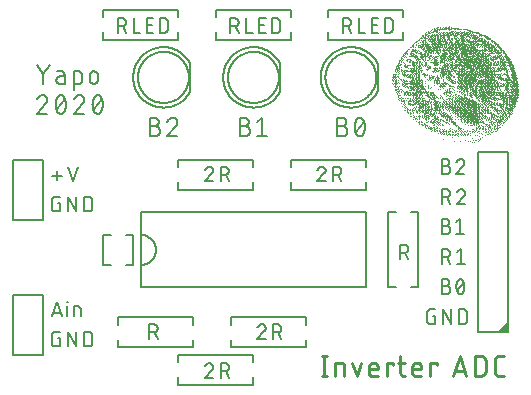
<source format=gto>
G04 EAGLE Gerber RS-274X export*
G75*
%MOMM*%
%FSLAX34Y34*%
%LPD*%
%INSilkscreen Top*%
%IPPOS*%
%AMOC8*
5,1,8,0,0,1.08239X$1,22.5*%
G01*
%ADD10C,0.203200*%
%ADD11C,0.177800*%
%ADD12C,0.228600*%
%ADD13R,0.063500X0.063500*%
%ADD14R,0.127000X0.063500*%
%ADD15R,0.444500X0.063500*%
%ADD16R,0.317500X0.063500*%
%ADD17R,0.254000X0.063500*%
%ADD18R,0.381000X0.063500*%
%ADD19R,0.190500X0.063500*%
%ADD20R,0.508000X0.063500*%
%ADD21R,0.571500X0.063500*%
%ADD22R,0.635000X0.063500*%
%ADD23R,0.762000X0.063500*%
%ADD24R,0.698500X0.063500*%
%ADD25R,0.825500X0.063500*%
%ADD26R,1.016000X0.063500*%
%ADD27C,0.127000*%

G36*
X425515Y50177D02*
X425515Y50177D01*
X425581Y50179D01*
X425624Y50197D01*
X425671Y50205D01*
X425728Y50239D01*
X425788Y50264D01*
X425823Y50295D01*
X425864Y50320D01*
X425906Y50371D01*
X425954Y50415D01*
X425976Y50457D01*
X426005Y50494D01*
X426026Y50556D01*
X426057Y50615D01*
X426065Y50669D01*
X426077Y50706D01*
X426076Y50746D01*
X426084Y50800D01*
X426084Y60325D01*
X426072Y60392D01*
X426071Y60444D01*
X426063Y60462D01*
X426059Y60501D01*
X426049Y60522D01*
X426045Y60546D01*
X425999Y60623D01*
X425994Y60632D01*
X425986Y60652D01*
X425983Y60656D01*
X425960Y60702D01*
X425943Y60719D01*
X425930Y60739D01*
X425861Y60795D01*
X425797Y60856D01*
X425775Y60865D01*
X425756Y60880D01*
X425672Y60909D01*
X425590Y60944D01*
X425566Y60945D01*
X425544Y60952D01*
X425455Y60950D01*
X425366Y60954D01*
X425343Y60946D01*
X425319Y60946D01*
X425237Y60912D01*
X425233Y60911D01*
X425218Y60908D01*
X425210Y60904D01*
X425152Y60885D01*
X425131Y60869D01*
X425112Y60861D01*
X425074Y60827D01*
X425049Y60808D01*
X425025Y60794D01*
X425017Y60785D01*
X425002Y60773D01*
X415477Y51248D01*
X415426Y51175D01*
X415370Y51106D01*
X415362Y51084D01*
X415348Y51064D01*
X415326Y50978D01*
X415298Y50894D01*
X415298Y50870D01*
X415293Y50847D01*
X415302Y50758D01*
X415304Y50669D01*
X415313Y50647D01*
X415316Y50624D01*
X415355Y50544D01*
X415389Y50462D01*
X415405Y50444D01*
X415415Y50423D01*
X415480Y50362D01*
X415540Y50296D01*
X415561Y50285D01*
X415578Y50269D01*
X415660Y50234D01*
X415740Y50193D01*
X415766Y50190D01*
X415785Y50181D01*
X415835Y50179D01*
X415925Y50166D01*
X425450Y50166D01*
X425515Y50177D01*
G37*
D10*
X121666Y225665D02*
X126040Y225665D01*
X126040Y225664D02*
X126171Y225662D01*
X126302Y225656D01*
X126432Y225646D01*
X126562Y225633D01*
X126692Y225615D01*
X126821Y225594D01*
X126949Y225568D01*
X127077Y225539D01*
X127204Y225506D01*
X127329Y225470D01*
X127454Y225429D01*
X127577Y225385D01*
X127699Y225337D01*
X127819Y225286D01*
X127938Y225231D01*
X128055Y225172D01*
X128170Y225110D01*
X128283Y225045D01*
X128395Y224976D01*
X128504Y224904D01*
X128611Y224829D01*
X128716Y224750D01*
X128818Y224669D01*
X128918Y224584D01*
X129015Y224496D01*
X129110Y224406D01*
X129202Y224313D01*
X129291Y224217D01*
X129377Y224118D01*
X129460Y224017D01*
X129540Y223914D01*
X129617Y223808D01*
X129690Y223700D01*
X129761Y223589D01*
X129828Y223477D01*
X129892Y223363D01*
X129952Y223247D01*
X130009Y223129D01*
X130062Y223009D01*
X130112Y222888D01*
X130158Y222765D01*
X130200Y222642D01*
X130238Y222517D01*
X130273Y222390D01*
X130304Y222263D01*
X130332Y222135D01*
X130355Y222007D01*
X130374Y221877D01*
X130390Y221747D01*
X130402Y221617D01*
X130410Y221486D01*
X130414Y221355D01*
X130414Y221225D01*
X130410Y221094D01*
X130402Y220963D01*
X130390Y220833D01*
X130374Y220703D01*
X130355Y220573D01*
X130332Y220445D01*
X130304Y220317D01*
X130273Y220190D01*
X130238Y220063D01*
X130200Y219938D01*
X130158Y219815D01*
X130112Y219692D01*
X130062Y219571D01*
X130009Y219451D01*
X129952Y219333D01*
X129892Y219217D01*
X129828Y219103D01*
X129761Y218991D01*
X129690Y218880D01*
X129617Y218772D01*
X129540Y218666D01*
X129460Y218563D01*
X129377Y218462D01*
X129291Y218363D01*
X129202Y218267D01*
X129110Y218174D01*
X129015Y218084D01*
X128918Y217996D01*
X128818Y217911D01*
X128716Y217830D01*
X128611Y217751D01*
X128504Y217676D01*
X128395Y217604D01*
X128283Y217535D01*
X128170Y217470D01*
X128055Y217408D01*
X127938Y217349D01*
X127819Y217294D01*
X127699Y217243D01*
X127577Y217195D01*
X127454Y217151D01*
X127329Y217110D01*
X127204Y217074D01*
X127077Y217041D01*
X126949Y217012D01*
X126821Y216986D01*
X126692Y216965D01*
X126562Y216947D01*
X126432Y216934D01*
X126302Y216924D01*
X126171Y216918D01*
X126040Y216916D01*
X121666Y216916D01*
X121666Y232664D01*
X126040Y232664D01*
X126158Y232662D01*
X126276Y232656D01*
X126394Y232646D01*
X126511Y232632D01*
X126628Y232614D01*
X126745Y232592D01*
X126860Y232567D01*
X126974Y232537D01*
X127088Y232503D01*
X127200Y232466D01*
X127311Y232425D01*
X127420Y232380D01*
X127528Y232332D01*
X127634Y232280D01*
X127739Y232224D01*
X127841Y232165D01*
X127941Y232103D01*
X128039Y232037D01*
X128135Y231968D01*
X128229Y231895D01*
X128320Y231820D01*
X128408Y231741D01*
X128494Y231660D01*
X128577Y231575D01*
X128657Y231488D01*
X128734Y231399D01*
X128808Y231306D01*
X128878Y231212D01*
X128946Y231115D01*
X129010Y231015D01*
X129071Y230914D01*
X129128Y230811D01*
X129182Y230705D01*
X129233Y230598D01*
X129279Y230490D01*
X129322Y230380D01*
X129361Y230268D01*
X129397Y230155D01*
X129428Y230041D01*
X129456Y229926D01*
X129480Y229811D01*
X129500Y229694D01*
X129516Y229577D01*
X129528Y229459D01*
X129536Y229341D01*
X129540Y229223D01*
X129540Y229105D01*
X129536Y228987D01*
X129528Y228869D01*
X129516Y228751D01*
X129500Y228634D01*
X129480Y228517D01*
X129456Y228402D01*
X129428Y228287D01*
X129397Y228173D01*
X129361Y228060D01*
X129322Y227948D01*
X129279Y227838D01*
X129233Y227730D01*
X129182Y227623D01*
X129128Y227517D01*
X129071Y227414D01*
X129010Y227313D01*
X128946Y227213D01*
X128878Y227116D01*
X128808Y227022D01*
X128734Y226929D01*
X128657Y226840D01*
X128577Y226753D01*
X128494Y226668D01*
X128408Y226587D01*
X128320Y226508D01*
X128229Y226433D01*
X128135Y226360D01*
X128039Y226291D01*
X127941Y226225D01*
X127841Y226163D01*
X127739Y226104D01*
X127634Y226048D01*
X127528Y225996D01*
X127420Y225948D01*
X127311Y225903D01*
X127200Y225862D01*
X127088Y225825D01*
X126974Y225791D01*
X126860Y225761D01*
X126745Y225736D01*
X126628Y225714D01*
X126511Y225696D01*
X126394Y225682D01*
X126276Y225672D01*
X126158Y225666D01*
X126040Y225664D01*
X141334Y232664D02*
X141458Y232662D01*
X141581Y232656D01*
X141705Y232647D01*
X141827Y232633D01*
X141950Y232616D01*
X142072Y232594D01*
X142193Y232569D01*
X142313Y232540D01*
X142432Y232508D01*
X142551Y232471D01*
X142668Y232431D01*
X142783Y232388D01*
X142898Y232340D01*
X143010Y232289D01*
X143121Y232235D01*
X143231Y232177D01*
X143338Y232116D01*
X143444Y232051D01*
X143547Y231983D01*
X143648Y231912D01*
X143747Y231838D01*
X143844Y231761D01*
X143938Y231680D01*
X144029Y231597D01*
X144118Y231511D01*
X144204Y231422D01*
X144287Y231331D01*
X144368Y231237D01*
X144445Y231140D01*
X144519Y231041D01*
X144590Y230940D01*
X144658Y230837D01*
X144723Y230731D01*
X144784Y230624D01*
X144842Y230514D01*
X144896Y230403D01*
X144947Y230291D01*
X144995Y230176D01*
X145038Y230061D01*
X145078Y229944D01*
X145115Y229825D01*
X145147Y229706D01*
X145176Y229586D01*
X145201Y229465D01*
X145223Y229343D01*
X145240Y229220D01*
X145254Y229098D01*
X145263Y228974D01*
X145269Y228851D01*
X145271Y228727D01*
X141334Y232664D02*
X141193Y232662D01*
X141051Y232656D01*
X140910Y232646D01*
X140770Y232632D01*
X140630Y232615D01*
X140490Y232593D01*
X140351Y232568D01*
X140213Y232538D01*
X140075Y232505D01*
X139939Y232468D01*
X139803Y232427D01*
X139669Y232382D01*
X139537Y232334D01*
X139405Y232282D01*
X139275Y232226D01*
X139147Y232167D01*
X139020Y232104D01*
X138896Y232037D01*
X138773Y231968D01*
X138652Y231894D01*
X138533Y231818D01*
X138416Y231738D01*
X138302Y231655D01*
X138190Y231568D01*
X138081Y231479D01*
X137974Y231387D01*
X137869Y231291D01*
X137768Y231193D01*
X137669Y231092D01*
X137573Y230988D01*
X137480Y230882D01*
X137390Y230773D01*
X137303Y230661D01*
X137219Y230547D01*
X137139Y230431D01*
X137061Y230313D01*
X136987Y230192D01*
X136917Y230070D01*
X136850Y229946D01*
X136786Y229819D01*
X136726Y229691D01*
X136669Y229562D01*
X136617Y229431D01*
X136567Y229298D01*
X136522Y229164D01*
X143960Y225665D02*
X144050Y225753D01*
X144138Y225845D01*
X144223Y225939D01*
X144305Y226036D01*
X144384Y226135D01*
X144461Y226236D01*
X144534Y226340D01*
X144604Y226445D01*
X144671Y226553D01*
X144734Y226663D01*
X144794Y226775D01*
X144851Y226888D01*
X144905Y227003D01*
X144955Y227120D01*
X145001Y227238D01*
X145044Y227357D01*
X145083Y227478D01*
X145119Y227599D01*
X145151Y227722D01*
X145179Y227846D01*
X145204Y227970D01*
X145225Y228095D01*
X145242Y228221D01*
X145255Y228347D01*
X145264Y228473D01*
X145270Y228600D01*
X145272Y228727D01*
X143959Y225665D02*
X136522Y216916D01*
X145271Y216916D01*
X197866Y225665D02*
X202240Y225665D01*
X202240Y225664D02*
X202371Y225662D01*
X202502Y225656D01*
X202632Y225646D01*
X202762Y225633D01*
X202892Y225615D01*
X203021Y225594D01*
X203149Y225568D01*
X203277Y225539D01*
X203404Y225506D01*
X203529Y225470D01*
X203654Y225429D01*
X203777Y225385D01*
X203899Y225337D01*
X204019Y225286D01*
X204138Y225231D01*
X204255Y225172D01*
X204370Y225110D01*
X204483Y225045D01*
X204595Y224976D01*
X204704Y224904D01*
X204811Y224829D01*
X204916Y224750D01*
X205018Y224669D01*
X205118Y224584D01*
X205215Y224496D01*
X205310Y224406D01*
X205402Y224313D01*
X205491Y224217D01*
X205577Y224118D01*
X205660Y224017D01*
X205740Y223914D01*
X205817Y223808D01*
X205890Y223700D01*
X205961Y223589D01*
X206028Y223477D01*
X206092Y223363D01*
X206152Y223247D01*
X206209Y223129D01*
X206262Y223009D01*
X206312Y222888D01*
X206358Y222765D01*
X206400Y222642D01*
X206438Y222517D01*
X206473Y222390D01*
X206504Y222263D01*
X206532Y222135D01*
X206555Y222007D01*
X206574Y221877D01*
X206590Y221747D01*
X206602Y221617D01*
X206610Y221486D01*
X206614Y221355D01*
X206614Y221225D01*
X206610Y221094D01*
X206602Y220963D01*
X206590Y220833D01*
X206574Y220703D01*
X206555Y220573D01*
X206532Y220445D01*
X206504Y220317D01*
X206473Y220190D01*
X206438Y220063D01*
X206400Y219938D01*
X206358Y219815D01*
X206312Y219692D01*
X206262Y219571D01*
X206209Y219451D01*
X206152Y219333D01*
X206092Y219217D01*
X206028Y219103D01*
X205961Y218991D01*
X205890Y218880D01*
X205817Y218772D01*
X205740Y218666D01*
X205660Y218563D01*
X205577Y218462D01*
X205491Y218363D01*
X205402Y218267D01*
X205310Y218174D01*
X205215Y218084D01*
X205118Y217996D01*
X205018Y217911D01*
X204916Y217830D01*
X204811Y217751D01*
X204704Y217676D01*
X204595Y217604D01*
X204483Y217535D01*
X204370Y217470D01*
X204255Y217408D01*
X204138Y217349D01*
X204019Y217294D01*
X203899Y217243D01*
X203777Y217195D01*
X203654Y217151D01*
X203529Y217110D01*
X203404Y217074D01*
X203277Y217041D01*
X203149Y217012D01*
X203021Y216986D01*
X202892Y216965D01*
X202762Y216947D01*
X202632Y216934D01*
X202502Y216924D01*
X202371Y216918D01*
X202240Y216916D01*
X197866Y216916D01*
X197866Y232664D01*
X202240Y232664D01*
X202358Y232662D01*
X202476Y232656D01*
X202594Y232646D01*
X202711Y232632D01*
X202828Y232614D01*
X202945Y232592D01*
X203060Y232567D01*
X203174Y232537D01*
X203288Y232503D01*
X203400Y232466D01*
X203511Y232425D01*
X203620Y232380D01*
X203728Y232332D01*
X203834Y232280D01*
X203939Y232224D01*
X204041Y232165D01*
X204141Y232103D01*
X204239Y232037D01*
X204335Y231968D01*
X204429Y231895D01*
X204520Y231820D01*
X204608Y231741D01*
X204694Y231660D01*
X204777Y231575D01*
X204857Y231488D01*
X204934Y231399D01*
X205008Y231306D01*
X205078Y231212D01*
X205146Y231115D01*
X205210Y231015D01*
X205271Y230914D01*
X205328Y230811D01*
X205382Y230705D01*
X205433Y230598D01*
X205479Y230490D01*
X205522Y230380D01*
X205561Y230268D01*
X205597Y230155D01*
X205628Y230041D01*
X205656Y229926D01*
X205680Y229811D01*
X205700Y229694D01*
X205716Y229577D01*
X205728Y229459D01*
X205736Y229341D01*
X205740Y229223D01*
X205740Y229105D01*
X205736Y228987D01*
X205728Y228869D01*
X205716Y228751D01*
X205700Y228634D01*
X205680Y228517D01*
X205656Y228402D01*
X205628Y228287D01*
X205597Y228173D01*
X205561Y228060D01*
X205522Y227948D01*
X205479Y227838D01*
X205433Y227730D01*
X205382Y227623D01*
X205328Y227517D01*
X205271Y227414D01*
X205210Y227313D01*
X205146Y227213D01*
X205078Y227116D01*
X205008Y227022D01*
X204934Y226929D01*
X204857Y226840D01*
X204777Y226753D01*
X204694Y226668D01*
X204608Y226587D01*
X204520Y226508D01*
X204429Y226433D01*
X204335Y226360D01*
X204239Y226291D01*
X204141Y226225D01*
X204041Y226163D01*
X203939Y226104D01*
X203834Y226048D01*
X203728Y225996D01*
X203620Y225948D01*
X203511Y225903D01*
X203400Y225862D01*
X203288Y225825D01*
X203174Y225791D01*
X203060Y225761D01*
X202945Y225736D01*
X202828Y225714D01*
X202711Y225696D01*
X202594Y225682D01*
X202476Y225672D01*
X202358Y225666D01*
X202240Y225664D01*
X212722Y229164D02*
X217097Y232664D01*
X217097Y216916D01*
X221471Y216916D02*
X212722Y216916D01*
X280416Y225665D02*
X284790Y225665D01*
X284790Y225664D02*
X284921Y225662D01*
X285052Y225656D01*
X285182Y225646D01*
X285312Y225633D01*
X285442Y225615D01*
X285571Y225594D01*
X285699Y225568D01*
X285827Y225539D01*
X285954Y225506D01*
X286079Y225470D01*
X286204Y225429D01*
X286327Y225385D01*
X286449Y225337D01*
X286569Y225286D01*
X286688Y225231D01*
X286805Y225172D01*
X286920Y225110D01*
X287033Y225045D01*
X287145Y224976D01*
X287254Y224904D01*
X287361Y224829D01*
X287466Y224750D01*
X287568Y224669D01*
X287668Y224584D01*
X287765Y224496D01*
X287860Y224406D01*
X287952Y224313D01*
X288041Y224217D01*
X288127Y224118D01*
X288210Y224017D01*
X288290Y223914D01*
X288367Y223808D01*
X288440Y223700D01*
X288511Y223589D01*
X288578Y223477D01*
X288642Y223363D01*
X288702Y223247D01*
X288759Y223129D01*
X288812Y223009D01*
X288862Y222888D01*
X288908Y222765D01*
X288950Y222642D01*
X288988Y222517D01*
X289023Y222390D01*
X289054Y222263D01*
X289082Y222135D01*
X289105Y222007D01*
X289124Y221877D01*
X289140Y221747D01*
X289152Y221617D01*
X289160Y221486D01*
X289164Y221355D01*
X289164Y221225D01*
X289160Y221094D01*
X289152Y220963D01*
X289140Y220833D01*
X289124Y220703D01*
X289105Y220573D01*
X289082Y220445D01*
X289054Y220317D01*
X289023Y220190D01*
X288988Y220063D01*
X288950Y219938D01*
X288908Y219815D01*
X288862Y219692D01*
X288812Y219571D01*
X288759Y219451D01*
X288702Y219333D01*
X288642Y219217D01*
X288578Y219103D01*
X288511Y218991D01*
X288440Y218880D01*
X288367Y218772D01*
X288290Y218666D01*
X288210Y218563D01*
X288127Y218462D01*
X288041Y218363D01*
X287952Y218267D01*
X287860Y218174D01*
X287765Y218084D01*
X287668Y217996D01*
X287568Y217911D01*
X287466Y217830D01*
X287361Y217751D01*
X287254Y217676D01*
X287145Y217604D01*
X287033Y217535D01*
X286920Y217470D01*
X286805Y217408D01*
X286688Y217349D01*
X286569Y217294D01*
X286449Y217243D01*
X286327Y217195D01*
X286204Y217151D01*
X286079Y217110D01*
X285954Y217074D01*
X285827Y217041D01*
X285699Y217012D01*
X285571Y216986D01*
X285442Y216965D01*
X285312Y216947D01*
X285182Y216934D01*
X285052Y216924D01*
X284921Y216918D01*
X284790Y216916D01*
X280416Y216916D01*
X280416Y232664D01*
X284790Y232664D01*
X284908Y232662D01*
X285026Y232656D01*
X285144Y232646D01*
X285261Y232632D01*
X285378Y232614D01*
X285495Y232592D01*
X285610Y232567D01*
X285724Y232537D01*
X285838Y232503D01*
X285950Y232466D01*
X286061Y232425D01*
X286170Y232380D01*
X286278Y232332D01*
X286384Y232280D01*
X286489Y232224D01*
X286591Y232165D01*
X286691Y232103D01*
X286789Y232037D01*
X286885Y231968D01*
X286979Y231895D01*
X287070Y231820D01*
X287158Y231741D01*
X287244Y231660D01*
X287327Y231575D01*
X287407Y231488D01*
X287484Y231399D01*
X287558Y231306D01*
X287628Y231212D01*
X287696Y231115D01*
X287760Y231015D01*
X287821Y230914D01*
X287878Y230811D01*
X287932Y230705D01*
X287983Y230598D01*
X288029Y230490D01*
X288072Y230380D01*
X288111Y230268D01*
X288147Y230155D01*
X288178Y230041D01*
X288206Y229926D01*
X288230Y229811D01*
X288250Y229694D01*
X288266Y229577D01*
X288278Y229459D01*
X288286Y229341D01*
X288290Y229223D01*
X288290Y229105D01*
X288286Y228987D01*
X288278Y228869D01*
X288266Y228751D01*
X288250Y228634D01*
X288230Y228517D01*
X288206Y228402D01*
X288178Y228287D01*
X288147Y228173D01*
X288111Y228060D01*
X288072Y227948D01*
X288029Y227838D01*
X287983Y227730D01*
X287932Y227623D01*
X287878Y227517D01*
X287821Y227414D01*
X287760Y227313D01*
X287696Y227213D01*
X287628Y227116D01*
X287558Y227022D01*
X287484Y226929D01*
X287407Y226840D01*
X287327Y226753D01*
X287244Y226668D01*
X287158Y226587D01*
X287070Y226508D01*
X286979Y226433D01*
X286885Y226360D01*
X286789Y226291D01*
X286691Y226225D01*
X286591Y226163D01*
X286489Y226104D01*
X286384Y226048D01*
X286278Y225996D01*
X286170Y225948D01*
X286061Y225903D01*
X285950Y225862D01*
X285838Y225825D01*
X285724Y225791D01*
X285610Y225761D01*
X285495Y225736D01*
X285378Y225714D01*
X285261Y225696D01*
X285144Y225682D01*
X285026Y225672D01*
X284908Y225666D01*
X284790Y225664D01*
X295272Y224790D02*
X295276Y225100D01*
X295287Y225409D01*
X295305Y225719D01*
X295331Y226027D01*
X295364Y226335D01*
X295405Y226643D01*
X295453Y226949D01*
X295508Y227254D01*
X295570Y227557D01*
X295640Y227859D01*
X295717Y228159D01*
X295801Y228457D01*
X295892Y228753D01*
X295990Y229047D01*
X296095Y229339D01*
X296207Y229628D01*
X296326Y229914D01*
X296452Y230197D01*
X296584Y230477D01*
X296585Y230477D02*
X296623Y230582D01*
X296665Y230685D01*
X296710Y230787D01*
X296758Y230888D01*
X296810Y230986D01*
X296866Y231083D01*
X296924Y231178D01*
X296986Y231271D01*
X297051Y231361D01*
X297120Y231449D01*
X297191Y231535D01*
X297265Y231619D01*
X297342Y231699D01*
X297421Y231778D01*
X297504Y231853D01*
X297589Y231925D01*
X297676Y231995D01*
X297766Y232061D01*
X297857Y232124D01*
X297951Y232184D01*
X298047Y232241D01*
X298145Y232295D01*
X298245Y232345D01*
X298346Y232391D01*
X298449Y232434D01*
X298554Y232474D01*
X298659Y232510D01*
X298766Y232542D01*
X298874Y232570D01*
X298983Y232595D01*
X299092Y232616D01*
X299202Y232633D01*
X299313Y232647D01*
X299424Y232656D01*
X299535Y232662D01*
X299647Y232664D01*
X299759Y232662D01*
X299870Y232656D01*
X299981Y232647D01*
X300092Y232633D01*
X300202Y232616D01*
X300312Y232595D01*
X300420Y232570D01*
X300528Y232542D01*
X300635Y232510D01*
X300740Y232474D01*
X300845Y232434D01*
X300948Y232391D01*
X301049Y232345D01*
X301149Y232295D01*
X301247Y232241D01*
X301343Y232184D01*
X301437Y232124D01*
X301528Y232061D01*
X301618Y231995D01*
X301705Y231925D01*
X301790Y231853D01*
X301873Y231778D01*
X301952Y231699D01*
X302029Y231619D01*
X302103Y231535D01*
X302174Y231449D01*
X302243Y231361D01*
X302308Y231271D01*
X302370Y231178D01*
X302428Y231083D01*
X302484Y230986D01*
X302536Y230888D01*
X302584Y230787D01*
X302629Y230685D01*
X302671Y230582D01*
X302709Y230477D01*
X302841Y230197D01*
X302967Y229913D01*
X303086Y229627D01*
X303198Y229338D01*
X303303Y229047D01*
X303401Y228753D01*
X303492Y228457D01*
X303576Y228159D01*
X303653Y227859D01*
X303723Y227557D01*
X303785Y227253D01*
X303840Y226949D01*
X303888Y226643D01*
X303929Y226335D01*
X303962Y226027D01*
X303988Y225719D01*
X304006Y225409D01*
X304017Y225100D01*
X304021Y224790D01*
X295272Y224790D02*
X295276Y224480D01*
X295287Y224171D01*
X295305Y223861D01*
X295331Y223553D01*
X295364Y223245D01*
X295405Y222937D01*
X295453Y222631D01*
X295508Y222326D01*
X295570Y222023D01*
X295640Y221721D01*
X295717Y221421D01*
X295801Y221123D01*
X295892Y220827D01*
X295990Y220533D01*
X296095Y220241D01*
X296207Y219952D01*
X296326Y219666D01*
X296452Y219383D01*
X296584Y219103D01*
X296585Y219103D02*
X296623Y218998D01*
X296665Y218895D01*
X296710Y218793D01*
X296758Y218692D01*
X296810Y218594D01*
X296866Y218497D01*
X296924Y218402D01*
X296986Y218309D01*
X297051Y218219D01*
X297120Y218131D01*
X297191Y218045D01*
X297265Y217961D01*
X297342Y217881D01*
X297421Y217802D01*
X297504Y217727D01*
X297589Y217655D01*
X297676Y217585D01*
X297766Y217519D01*
X297857Y217456D01*
X297951Y217396D01*
X298047Y217339D01*
X298145Y217285D01*
X298245Y217235D01*
X298346Y217189D01*
X298449Y217146D01*
X298554Y217106D01*
X298659Y217070D01*
X298766Y217038D01*
X298874Y217010D01*
X298983Y216985D01*
X299092Y216964D01*
X299202Y216947D01*
X299313Y216933D01*
X299424Y216924D01*
X299535Y216918D01*
X299647Y216916D01*
X302710Y219103D02*
X302842Y219383D01*
X302968Y219666D01*
X303087Y219952D01*
X303199Y220241D01*
X303304Y220533D01*
X303402Y220827D01*
X303493Y221123D01*
X303577Y221421D01*
X303654Y221721D01*
X303724Y222023D01*
X303786Y222326D01*
X303841Y222631D01*
X303889Y222937D01*
X303930Y223245D01*
X303963Y223553D01*
X303989Y223861D01*
X304007Y224171D01*
X304018Y224480D01*
X304022Y224790D01*
X302709Y219103D02*
X302671Y218998D01*
X302629Y218895D01*
X302584Y218793D01*
X302536Y218692D01*
X302484Y218594D01*
X302428Y218497D01*
X302370Y218402D01*
X302308Y218309D01*
X302243Y218219D01*
X302174Y218131D01*
X302103Y218045D01*
X302029Y217961D01*
X301952Y217881D01*
X301873Y217802D01*
X301790Y217727D01*
X301705Y217655D01*
X301618Y217585D01*
X301528Y217519D01*
X301437Y217456D01*
X301343Y217396D01*
X301247Y217339D01*
X301149Y217285D01*
X301049Y217235D01*
X300948Y217189D01*
X300845Y217146D01*
X300740Y217106D01*
X300635Y217070D01*
X300528Y217038D01*
X300420Y217010D01*
X300311Y216985D01*
X300202Y216964D01*
X300092Y216947D01*
X299981Y216933D01*
X299870Y216924D01*
X299759Y216918D01*
X299647Y216916D01*
X296147Y220416D02*
X303146Y229164D01*
D11*
X45903Y45903D02*
X43829Y45903D01*
X45903Y45903D02*
X45903Y38989D01*
X41755Y38989D01*
X41652Y38991D01*
X41548Y38997D01*
X41445Y39006D01*
X41343Y39020D01*
X41241Y39037D01*
X41140Y39058D01*
X41039Y39083D01*
X40940Y39112D01*
X40841Y39144D01*
X40744Y39180D01*
X40649Y39220D01*
X40555Y39263D01*
X40463Y39310D01*
X40372Y39360D01*
X40283Y39413D01*
X40197Y39470D01*
X40112Y39529D01*
X40030Y39592D01*
X39951Y39658D01*
X39874Y39727D01*
X39799Y39799D01*
X39727Y39874D01*
X39658Y39951D01*
X39592Y40030D01*
X39529Y40112D01*
X39470Y40197D01*
X39413Y40283D01*
X39360Y40372D01*
X39310Y40463D01*
X39263Y40555D01*
X39220Y40649D01*
X39180Y40744D01*
X39144Y40841D01*
X39112Y40940D01*
X39083Y41039D01*
X39058Y41140D01*
X39037Y41241D01*
X39020Y41343D01*
X39006Y41445D01*
X38997Y41548D01*
X38991Y41652D01*
X38989Y41755D01*
X38989Y48669D01*
X38991Y48772D01*
X38997Y48876D01*
X39006Y48979D01*
X39020Y49081D01*
X39037Y49183D01*
X39058Y49284D01*
X39083Y49385D01*
X39112Y49484D01*
X39144Y49583D01*
X39180Y49680D01*
X39220Y49775D01*
X39263Y49869D01*
X39310Y49961D01*
X39360Y50052D01*
X39413Y50141D01*
X39470Y50227D01*
X39529Y50311D01*
X39592Y50394D01*
X39658Y50473D01*
X39727Y50550D01*
X39799Y50625D01*
X39874Y50697D01*
X39951Y50766D01*
X40030Y50832D01*
X40112Y50895D01*
X40197Y50954D01*
X40283Y51011D01*
X40372Y51064D01*
X40463Y51114D01*
X40555Y51161D01*
X40649Y51204D01*
X40744Y51244D01*
X40841Y51280D01*
X40940Y51312D01*
X41039Y51341D01*
X41139Y51366D01*
X41241Y51387D01*
X41343Y51404D01*
X41445Y51418D01*
X41548Y51427D01*
X41652Y51433D01*
X41755Y51435D01*
X45903Y51435D01*
X52644Y51435D02*
X52644Y38989D01*
X59558Y38989D02*
X52644Y51435D01*
X59558Y51435D02*
X59558Y38989D01*
X66299Y38989D02*
X66299Y51435D01*
X69756Y51435D01*
X69872Y51433D01*
X69987Y51427D01*
X70102Y51418D01*
X70217Y51404D01*
X70331Y51387D01*
X70445Y51366D01*
X70557Y51341D01*
X70669Y51312D01*
X70780Y51280D01*
X70890Y51244D01*
X70998Y51204D01*
X71106Y51161D01*
X71211Y51114D01*
X71315Y51063D01*
X71417Y51010D01*
X71518Y50952D01*
X71616Y50892D01*
X71712Y50828D01*
X71807Y50761D01*
X71898Y50691D01*
X71988Y50618D01*
X72075Y50542D01*
X72159Y50463D01*
X72241Y50381D01*
X72320Y50297D01*
X72396Y50210D01*
X72469Y50120D01*
X72539Y50029D01*
X72606Y49934D01*
X72670Y49838D01*
X72730Y49740D01*
X72788Y49639D01*
X72841Y49537D01*
X72892Y49433D01*
X72939Y49328D01*
X72982Y49220D01*
X73022Y49112D01*
X73058Y49002D01*
X73090Y48891D01*
X73119Y48779D01*
X73144Y48667D01*
X73165Y48553D01*
X73182Y48439D01*
X73196Y48324D01*
X73205Y48209D01*
X73211Y48093D01*
X73213Y47978D01*
X73213Y42446D01*
X73211Y42330D01*
X73205Y42215D01*
X73196Y42100D01*
X73182Y41985D01*
X73165Y41871D01*
X73144Y41757D01*
X73119Y41645D01*
X73090Y41533D01*
X73058Y41422D01*
X73022Y41312D01*
X72982Y41204D01*
X72939Y41096D01*
X72892Y40991D01*
X72841Y40887D01*
X72788Y40785D01*
X72730Y40684D01*
X72670Y40586D01*
X72606Y40490D01*
X72539Y40395D01*
X72469Y40304D01*
X72396Y40214D01*
X72320Y40127D01*
X72241Y40043D01*
X72159Y39961D01*
X72075Y39882D01*
X71988Y39806D01*
X71898Y39733D01*
X71807Y39663D01*
X71712Y39596D01*
X71616Y39532D01*
X71518Y39472D01*
X71417Y39414D01*
X71315Y39361D01*
X71211Y39310D01*
X71106Y39263D01*
X70998Y39220D01*
X70890Y39180D01*
X70780Y39144D01*
X70669Y39112D01*
X70557Y39083D01*
X70445Y39058D01*
X70331Y39037D01*
X70217Y39020D01*
X70102Y39006D01*
X69987Y38997D01*
X69872Y38991D01*
X69756Y38989D01*
X66299Y38989D01*
X45903Y160203D02*
X43829Y160203D01*
X45903Y160203D02*
X45903Y153289D01*
X41755Y153289D01*
X41652Y153291D01*
X41548Y153297D01*
X41445Y153306D01*
X41343Y153320D01*
X41241Y153337D01*
X41140Y153358D01*
X41039Y153383D01*
X40940Y153412D01*
X40841Y153444D01*
X40744Y153480D01*
X40649Y153520D01*
X40555Y153563D01*
X40463Y153610D01*
X40372Y153660D01*
X40283Y153713D01*
X40197Y153770D01*
X40112Y153829D01*
X40030Y153892D01*
X39951Y153958D01*
X39874Y154027D01*
X39799Y154099D01*
X39727Y154174D01*
X39658Y154251D01*
X39592Y154330D01*
X39529Y154412D01*
X39470Y154497D01*
X39413Y154583D01*
X39360Y154672D01*
X39310Y154763D01*
X39263Y154855D01*
X39220Y154949D01*
X39180Y155044D01*
X39144Y155141D01*
X39112Y155240D01*
X39083Y155339D01*
X39058Y155440D01*
X39037Y155541D01*
X39020Y155643D01*
X39006Y155745D01*
X38997Y155848D01*
X38991Y155952D01*
X38989Y156055D01*
X38989Y162969D01*
X38991Y163072D01*
X38997Y163176D01*
X39006Y163279D01*
X39020Y163381D01*
X39037Y163483D01*
X39058Y163584D01*
X39083Y163685D01*
X39112Y163784D01*
X39144Y163883D01*
X39180Y163980D01*
X39220Y164075D01*
X39263Y164169D01*
X39310Y164261D01*
X39360Y164352D01*
X39413Y164441D01*
X39470Y164527D01*
X39529Y164611D01*
X39592Y164694D01*
X39658Y164773D01*
X39727Y164850D01*
X39799Y164925D01*
X39874Y164997D01*
X39951Y165066D01*
X40030Y165132D01*
X40112Y165195D01*
X40197Y165254D01*
X40283Y165311D01*
X40372Y165364D01*
X40463Y165414D01*
X40555Y165461D01*
X40649Y165504D01*
X40744Y165544D01*
X40841Y165580D01*
X40940Y165612D01*
X41039Y165641D01*
X41139Y165666D01*
X41241Y165687D01*
X41343Y165704D01*
X41445Y165718D01*
X41548Y165727D01*
X41652Y165733D01*
X41755Y165735D01*
X45903Y165735D01*
X52644Y165735D02*
X52644Y153289D01*
X59558Y153289D02*
X52644Y165735D01*
X59558Y165735D02*
X59558Y153289D01*
X66299Y153289D02*
X66299Y165735D01*
X69756Y165735D01*
X69872Y165733D01*
X69987Y165727D01*
X70102Y165718D01*
X70217Y165704D01*
X70331Y165687D01*
X70445Y165666D01*
X70557Y165641D01*
X70669Y165612D01*
X70780Y165580D01*
X70890Y165544D01*
X70998Y165504D01*
X71106Y165461D01*
X71211Y165414D01*
X71315Y165363D01*
X71417Y165310D01*
X71518Y165252D01*
X71616Y165192D01*
X71712Y165128D01*
X71807Y165061D01*
X71898Y164991D01*
X71988Y164918D01*
X72075Y164842D01*
X72159Y164763D01*
X72241Y164681D01*
X72320Y164597D01*
X72396Y164510D01*
X72469Y164420D01*
X72539Y164329D01*
X72606Y164234D01*
X72670Y164138D01*
X72730Y164040D01*
X72788Y163939D01*
X72841Y163837D01*
X72892Y163733D01*
X72939Y163628D01*
X72982Y163520D01*
X73022Y163412D01*
X73058Y163302D01*
X73090Y163191D01*
X73119Y163079D01*
X73144Y162967D01*
X73165Y162853D01*
X73182Y162739D01*
X73196Y162624D01*
X73205Y162509D01*
X73211Y162393D01*
X73213Y162278D01*
X73213Y156746D01*
X73211Y156630D01*
X73205Y156515D01*
X73196Y156400D01*
X73182Y156285D01*
X73165Y156171D01*
X73144Y156057D01*
X73119Y155945D01*
X73090Y155833D01*
X73058Y155722D01*
X73022Y155612D01*
X72982Y155504D01*
X72939Y155396D01*
X72892Y155291D01*
X72841Y155187D01*
X72788Y155085D01*
X72730Y154984D01*
X72670Y154886D01*
X72606Y154790D01*
X72539Y154695D01*
X72469Y154604D01*
X72396Y154514D01*
X72320Y154427D01*
X72241Y154343D01*
X72159Y154261D01*
X72075Y154182D01*
X71988Y154106D01*
X71898Y154033D01*
X71807Y153963D01*
X71712Y153896D01*
X71616Y153832D01*
X71518Y153772D01*
X71417Y153714D01*
X71315Y153661D01*
X71211Y153610D01*
X71106Y153563D01*
X70998Y153520D01*
X70890Y153480D01*
X70780Y153444D01*
X70669Y153412D01*
X70557Y153383D01*
X70445Y153358D01*
X70331Y153337D01*
X70217Y153320D01*
X70102Y153306D01*
X69987Y153297D01*
X69872Y153291D01*
X69756Y153289D01*
X66299Y153289D01*
X361329Y64953D02*
X363403Y64953D01*
X363403Y58039D01*
X359255Y58039D01*
X359152Y58041D01*
X359048Y58047D01*
X358945Y58056D01*
X358843Y58070D01*
X358741Y58087D01*
X358640Y58108D01*
X358539Y58133D01*
X358440Y58162D01*
X358341Y58194D01*
X358244Y58230D01*
X358149Y58270D01*
X358055Y58313D01*
X357963Y58360D01*
X357872Y58410D01*
X357783Y58463D01*
X357697Y58520D01*
X357612Y58579D01*
X357530Y58642D01*
X357451Y58708D01*
X357374Y58777D01*
X357299Y58849D01*
X357227Y58924D01*
X357158Y59001D01*
X357092Y59080D01*
X357029Y59162D01*
X356970Y59247D01*
X356913Y59333D01*
X356860Y59422D01*
X356810Y59513D01*
X356763Y59605D01*
X356720Y59699D01*
X356680Y59794D01*
X356644Y59891D01*
X356612Y59990D01*
X356583Y60089D01*
X356558Y60190D01*
X356537Y60291D01*
X356520Y60393D01*
X356506Y60495D01*
X356497Y60598D01*
X356491Y60702D01*
X356489Y60805D01*
X356489Y67719D01*
X356491Y67822D01*
X356497Y67926D01*
X356506Y68029D01*
X356520Y68131D01*
X356537Y68233D01*
X356558Y68334D01*
X356583Y68435D01*
X356612Y68534D01*
X356644Y68633D01*
X356680Y68730D01*
X356720Y68825D01*
X356763Y68919D01*
X356810Y69011D01*
X356860Y69102D01*
X356913Y69191D01*
X356970Y69277D01*
X357029Y69361D01*
X357092Y69444D01*
X357158Y69523D01*
X357227Y69600D01*
X357299Y69675D01*
X357374Y69747D01*
X357451Y69816D01*
X357530Y69882D01*
X357612Y69945D01*
X357697Y70004D01*
X357783Y70061D01*
X357872Y70114D01*
X357963Y70164D01*
X358055Y70211D01*
X358149Y70254D01*
X358244Y70294D01*
X358341Y70330D01*
X358440Y70362D01*
X358539Y70391D01*
X358639Y70416D01*
X358741Y70437D01*
X358843Y70454D01*
X358945Y70468D01*
X359048Y70477D01*
X359152Y70483D01*
X359255Y70485D01*
X363403Y70485D01*
X370144Y70485D02*
X370144Y58039D01*
X377058Y58039D02*
X370144Y70485D01*
X377058Y70485D02*
X377058Y58039D01*
X383799Y58039D02*
X383799Y70485D01*
X387256Y70485D01*
X387372Y70483D01*
X387487Y70477D01*
X387602Y70468D01*
X387717Y70454D01*
X387831Y70437D01*
X387945Y70416D01*
X388057Y70391D01*
X388169Y70362D01*
X388280Y70330D01*
X388390Y70294D01*
X388498Y70254D01*
X388606Y70211D01*
X388711Y70164D01*
X388815Y70113D01*
X388917Y70060D01*
X389018Y70002D01*
X389116Y69942D01*
X389212Y69878D01*
X389307Y69811D01*
X389398Y69741D01*
X389488Y69668D01*
X389575Y69592D01*
X389659Y69513D01*
X389741Y69431D01*
X389820Y69347D01*
X389896Y69260D01*
X389969Y69170D01*
X390039Y69079D01*
X390106Y68984D01*
X390170Y68888D01*
X390230Y68790D01*
X390288Y68689D01*
X390341Y68587D01*
X390392Y68483D01*
X390439Y68378D01*
X390482Y68270D01*
X390522Y68162D01*
X390558Y68052D01*
X390590Y67941D01*
X390619Y67829D01*
X390644Y67717D01*
X390665Y67603D01*
X390682Y67489D01*
X390696Y67374D01*
X390705Y67259D01*
X390711Y67143D01*
X390713Y67028D01*
X390713Y61496D01*
X390711Y61380D01*
X390705Y61265D01*
X390696Y61150D01*
X390682Y61035D01*
X390665Y60921D01*
X390644Y60807D01*
X390619Y60695D01*
X390590Y60583D01*
X390558Y60472D01*
X390522Y60362D01*
X390482Y60254D01*
X390439Y60146D01*
X390392Y60041D01*
X390341Y59937D01*
X390288Y59835D01*
X390230Y59734D01*
X390170Y59636D01*
X390106Y59540D01*
X390039Y59445D01*
X389969Y59354D01*
X389896Y59264D01*
X389820Y59177D01*
X389741Y59093D01*
X389659Y59011D01*
X389575Y58932D01*
X389488Y58856D01*
X389398Y58783D01*
X389307Y58713D01*
X389212Y58646D01*
X389116Y58582D01*
X389018Y58522D01*
X388917Y58464D01*
X388815Y58411D01*
X388711Y58360D01*
X388606Y58313D01*
X388498Y58270D01*
X388390Y58230D01*
X388280Y58194D01*
X388169Y58162D01*
X388057Y58133D01*
X387945Y58108D01*
X387831Y58087D01*
X387717Y58070D01*
X387602Y58056D01*
X387487Y58047D01*
X387372Y58041D01*
X387256Y58039D01*
X383799Y58039D01*
X43138Y76835D02*
X38989Y64389D01*
X47286Y64389D02*
X43138Y76835D01*
X46249Y67501D02*
X40026Y67501D01*
X52099Y64389D02*
X52099Y72686D01*
X51753Y76144D02*
X51753Y76835D01*
X52444Y76835D01*
X52444Y76144D01*
X51753Y76144D01*
X57867Y72686D02*
X57867Y64389D01*
X57867Y72686D02*
X61325Y72686D01*
X61413Y72684D01*
X61501Y72679D01*
X61588Y72669D01*
X61676Y72656D01*
X61762Y72639D01*
X61848Y72619D01*
X61932Y72595D01*
X62016Y72568D01*
X62098Y72536D01*
X62179Y72502D01*
X62259Y72464D01*
X62336Y72423D01*
X62412Y72378D01*
X62486Y72330D01*
X62558Y72279D01*
X62628Y72226D01*
X62695Y72169D01*
X62760Y72109D01*
X62822Y72047D01*
X62882Y71982D01*
X62939Y71915D01*
X62992Y71845D01*
X63043Y71773D01*
X63091Y71699D01*
X63136Y71623D01*
X63177Y71546D01*
X63215Y71466D01*
X63249Y71385D01*
X63281Y71303D01*
X63308Y71219D01*
X63332Y71135D01*
X63352Y71049D01*
X63369Y70963D01*
X63382Y70875D01*
X63392Y70788D01*
X63397Y70700D01*
X63399Y70612D01*
X63399Y64389D01*
X47286Y183529D02*
X38989Y183529D01*
X43138Y179380D02*
X43138Y187678D01*
X52644Y191135D02*
X56793Y178689D01*
X60941Y191135D01*
X369189Y191953D02*
X372646Y191953D01*
X372763Y191951D01*
X372879Y191945D01*
X372996Y191935D01*
X373112Y191921D01*
X373227Y191904D01*
X373342Y191882D01*
X373456Y191857D01*
X373569Y191828D01*
X373681Y191794D01*
X373792Y191758D01*
X373901Y191717D01*
X374009Y191673D01*
X374116Y191625D01*
X374221Y191574D01*
X374324Y191519D01*
X374425Y191460D01*
X374524Y191398D01*
X374621Y191333D01*
X374716Y191265D01*
X374808Y191194D01*
X374898Y191119D01*
X374985Y191041D01*
X375070Y190961D01*
X375152Y190878D01*
X375231Y190792D01*
X375307Y190703D01*
X375380Y190612D01*
X375450Y190519D01*
X375516Y190423D01*
X375580Y190325D01*
X375640Y190224D01*
X375697Y190122D01*
X375750Y190018D01*
X375799Y189913D01*
X375845Y189805D01*
X375888Y189697D01*
X375927Y189586D01*
X375961Y189475D01*
X375993Y189363D01*
X376020Y189249D01*
X376044Y189135D01*
X376063Y189019D01*
X376079Y188904D01*
X376091Y188788D01*
X376099Y188671D01*
X376103Y188554D01*
X376103Y188438D01*
X376099Y188321D01*
X376091Y188204D01*
X376079Y188088D01*
X376063Y187973D01*
X376044Y187857D01*
X376020Y187743D01*
X375993Y187629D01*
X375961Y187517D01*
X375927Y187406D01*
X375888Y187295D01*
X375845Y187187D01*
X375799Y187079D01*
X375750Y186974D01*
X375697Y186870D01*
X375640Y186767D01*
X375580Y186667D01*
X375516Y186569D01*
X375450Y186473D01*
X375380Y186380D01*
X375307Y186289D01*
X375231Y186200D01*
X375152Y186114D01*
X375070Y186031D01*
X374985Y185951D01*
X374898Y185873D01*
X374808Y185798D01*
X374716Y185727D01*
X374621Y185659D01*
X374524Y185594D01*
X374425Y185532D01*
X374324Y185473D01*
X374221Y185418D01*
X374116Y185367D01*
X374009Y185319D01*
X373901Y185275D01*
X373792Y185234D01*
X373681Y185198D01*
X373569Y185164D01*
X373456Y185135D01*
X373342Y185110D01*
X373227Y185088D01*
X373112Y185071D01*
X372996Y185057D01*
X372879Y185047D01*
X372763Y185041D01*
X372646Y185039D01*
X369189Y185039D01*
X369189Y197485D01*
X372646Y197485D01*
X372749Y197483D01*
X372853Y197477D01*
X372956Y197468D01*
X373058Y197454D01*
X373160Y197437D01*
X373261Y197416D01*
X373362Y197391D01*
X373461Y197362D01*
X373560Y197330D01*
X373657Y197294D01*
X373752Y197254D01*
X373846Y197211D01*
X373938Y197164D01*
X374029Y197114D01*
X374118Y197061D01*
X374204Y197004D01*
X374289Y196945D01*
X374371Y196882D01*
X374450Y196816D01*
X374527Y196747D01*
X374602Y196675D01*
X374674Y196600D01*
X374743Y196523D01*
X374809Y196444D01*
X374872Y196362D01*
X374931Y196277D01*
X374988Y196191D01*
X375041Y196102D01*
X375091Y196011D01*
X375138Y195919D01*
X375181Y195825D01*
X375221Y195730D01*
X375257Y195633D01*
X375289Y195534D01*
X375318Y195435D01*
X375343Y195334D01*
X375364Y195233D01*
X375381Y195131D01*
X375395Y195029D01*
X375404Y194926D01*
X375410Y194822D01*
X375412Y194719D01*
X375410Y194616D01*
X375404Y194512D01*
X375395Y194409D01*
X375381Y194307D01*
X375364Y194205D01*
X375343Y194104D01*
X375318Y194003D01*
X375289Y193904D01*
X375257Y193805D01*
X375221Y193708D01*
X375181Y193613D01*
X375138Y193519D01*
X375091Y193427D01*
X375041Y193336D01*
X374988Y193247D01*
X374931Y193161D01*
X374872Y193076D01*
X374809Y192994D01*
X374743Y192915D01*
X374674Y192838D01*
X374602Y192763D01*
X374527Y192691D01*
X374450Y192622D01*
X374371Y192556D01*
X374289Y192493D01*
X374204Y192434D01*
X374118Y192377D01*
X374029Y192324D01*
X373938Y192274D01*
X373846Y192227D01*
X373752Y192184D01*
X373657Y192144D01*
X373560Y192108D01*
X373461Y192076D01*
X373362Y192047D01*
X373261Y192022D01*
X373160Y192001D01*
X373058Y191984D01*
X372956Y191970D01*
X372853Y191961D01*
X372749Y191955D01*
X372646Y191953D01*
X385124Y197486D02*
X385235Y197484D01*
X385346Y197478D01*
X385457Y197468D01*
X385567Y197454D01*
X385677Y197437D01*
X385786Y197415D01*
X385894Y197389D01*
X386001Y197360D01*
X386107Y197327D01*
X386212Y197290D01*
X386315Y197249D01*
X386417Y197205D01*
X386517Y197157D01*
X386615Y197105D01*
X386712Y197050D01*
X386806Y196992D01*
X386899Y196930D01*
X386989Y196865D01*
X387077Y196797D01*
X387162Y196726D01*
X387245Y196652D01*
X387325Y196575D01*
X387402Y196495D01*
X387476Y196412D01*
X387547Y196327D01*
X387615Y196239D01*
X387680Y196149D01*
X387742Y196056D01*
X387800Y195962D01*
X387855Y195865D01*
X387907Y195767D01*
X387955Y195667D01*
X387999Y195565D01*
X388040Y195462D01*
X388077Y195357D01*
X388110Y195251D01*
X388139Y195144D01*
X388165Y195036D01*
X388187Y194927D01*
X388204Y194817D01*
X388218Y194707D01*
X388228Y194596D01*
X388234Y194485D01*
X388236Y194374D01*
X385124Y197485D02*
X384998Y197483D01*
X384873Y197477D01*
X384748Y197467D01*
X384623Y197453D01*
X384498Y197436D01*
X384374Y197414D01*
X384251Y197389D01*
X384129Y197359D01*
X384008Y197326D01*
X383888Y197289D01*
X383769Y197248D01*
X383652Y197204D01*
X383535Y197156D01*
X383421Y197104D01*
X383308Y197049D01*
X383197Y196990D01*
X383088Y196928D01*
X382981Y196862D01*
X382876Y196793D01*
X382773Y196721D01*
X382673Y196645D01*
X382575Y196566D01*
X382479Y196485D01*
X382386Y196400D01*
X382296Y196313D01*
X382209Y196222D01*
X382124Y196129D01*
X382043Y196034D01*
X381964Y195936D01*
X381889Y195835D01*
X381816Y195732D01*
X381748Y195627D01*
X381682Y195520D01*
X381620Y195411D01*
X381561Y195300D01*
X381506Y195187D01*
X381454Y195072D01*
X381406Y194956D01*
X381362Y194838D01*
X381321Y194720D01*
X387198Y191954D02*
X387278Y192033D01*
X387356Y192115D01*
X387431Y192199D01*
X387502Y192286D01*
X387571Y192375D01*
X387637Y192467D01*
X387700Y192560D01*
X387760Y192656D01*
X387816Y192754D01*
X387869Y192853D01*
X387919Y192955D01*
X387965Y193057D01*
X388007Y193162D01*
X388047Y193268D01*
X388082Y193375D01*
X388114Y193483D01*
X388142Y193592D01*
X388167Y193702D01*
X388188Y193813D01*
X388205Y193924D01*
X388218Y194036D01*
X388227Y194149D01*
X388233Y194261D01*
X388235Y194374D01*
X387198Y191953D02*
X381321Y185039D01*
X388235Y185039D01*
X369189Y172085D02*
X369189Y159639D01*
X369189Y172085D02*
X372646Y172085D01*
X372763Y172083D01*
X372879Y172077D01*
X372996Y172067D01*
X373112Y172053D01*
X373227Y172036D01*
X373342Y172014D01*
X373456Y171989D01*
X373569Y171960D01*
X373681Y171926D01*
X373792Y171890D01*
X373901Y171849D01*
X374009Y171805D01*
X374116Y171757D01*
X374221Y171706D01*
X374324Y171651D01*
X374425Y171592D01*
X374524Y171530D01*
X374621Y171465D01*
X374716Y171397D01*
X374808Y171326D01*
X374898Y171251D01*
X374985Y171173D01*
X375070Y171093D01*
X375152Y171010D01*
X375231Y170924D01*
X375307Y170835D01*
X375380Y170744D01*
X375450Y170651D01*
X375516Y170555D01*
X375580Y170457D01*
X375640Y170356D01*
X375697Y170254D01*
X375750Y170150D01*
X375799Y170045D01*
X375845Y169937D01*
X375888Y169829D01*
X375927Y169718D01*
X375961Y169607D01*
X375993Y169495D01*
X376020Y169381D01*
X376044Y169267D01*
X376063Y169151D01*
X376079Y169036D01*
X376091Y168920D01*
X376099Y168803D01*
X376103Y168686D01*
X376103Y168570D01*
X376099Y168453D01*
X376091Y168336D01*
X376079Y168220D01*
X376063Y168105D01*
X376044Y167989D01*
X376020Y167875D01*
X375993Y167761D01*
X375961Y167649D01*
X375927Y167538D01*
X375888Y167427D01*
X375845Y167319D01*
X375799Y167211D01*
X375750Y167106D01*
X375697Y167002D01*
X375640Y166899D01*
X375580Y166799D01*
X375516Y166701D01*
X375450Y166605D01*
X375380Y166512D01*
X375307Y166421D01*
X375231Y166332D01*
X375152Y166246D01*
X375070Y166163D01*
X374985Y166083D01*
X374898Y166005D01*
X374808Y165930D01*
X374716Y165859D01*
X374621Y165791D01*
X374524Y165726D01*
X374425Y165664D01*
X374324Y165605D01*
X374221Y165550D01*
X374116Y165499D01*
X374009Y165451D01*
X373901Y165407D01*
X373792Y165366D01*
X373681Y165330D01*
X373569Y165296D01*
X373456Y165267D01*
X373342Y165242D01*
X373227Y165220D01*
X373112Y165203D01*
X372996Y165189D01*
X372879Y165179D01*
X372763Y165173D01*
X372646Y165171D01*
X369189Y165171D01*
X373338Y165171D02*
X376103Y159639D01*
X385688Y172086D02*
X385799Y172084D01*
X385910Y172078D01*
X386021Y172068D01*
X386131Y172054D01*
X386241Y172037D01*
X386350Y172015D01*
X386458Y171989D01*
X386565Y171960D01*
X386671Y171927D01*
X386776Y171890D01*
X386879Y171849D01*
X386981Y171805D01*
X387081Y171757D01*
X387179Y171705D01*
X387276Y171650D01*
X387370Y171592D01*
X387463Y171530D01*
X387553Y171465D01*
X387641Y171397D01*
X387726Y171326D01*
X387809Y171252D01*
X387889Y171175D01*
X387966Y171095D01*
X388040Y171012D01*
X388111Y170927D01*
X388179Y170839D01*
X388244Y170749D01*
X388306Y170656D01*
X388364Y170562D01*
X388419Y170465D01*
X388471Y170367D01*
X388519Y170267D01*
X388563Y170165D01*
X388604Y170062D01*
X388641Y169957D01*
X388674Y169851D01*
X388703Y169744D01*
X388729Y169636D01*
X388751Y169527D01*
X388768Y169417D01*
X388782Y169307D01*
X388792Y169196D01*
X388798Y169085D01*
X388800Y168974D01*
X385688Y172085D02*
X385562Y172083D01*
X385437Y172077D01*
X385312Y172067D01*
X385187Y172053D01*
X385062Y172036D01*
X384938Y172014D01*
X384815Y171989D01*
X384693Y171959D01*
X384572Y171926D01*
X384452Y171889D01*
X384333Y171848D01*
X384216Y171804D01*
X384099Y171756D01*
X383985Y171704D01*
X383872Y171649D01*
X383761Y171590D01*
X383652Y171528D01*
X383545Y171462D01*
X383440Y171393D01*
X383337Y171321D01*
X383237Y171245D01*
X383139Y171166D01*
X383043Y171085D01*
X382950Y171000D01*
X382860Y170913D01*
X382773Y170822D01*
X382688Y170729D01*
X382607Y170634D01*
X382528Y170536D01*
X382453Y170435D01*
X382380Y170332D01*
X382312Y170227D01*
X382246Y170120D01*
X382184Y170011D01*
X382125Y169900D01*
X382070Y169787D01*
X382018Y169672D01*
X381970Y169556D01*
X381926Y169438D01*
X381885Y169320D01*
X387762Y166554D02*
X387842Y166633D01*
X387920Y166715D01*
X387995Y166799D01*
X388066Y166886D01*
X388135Y166975D01*
X388201Y167067D01*
X388264Y167160D01*
X388324Y167256D01*
X388380Y167354D01*
X388433Y167453D01*
X388483Y167555D01*
X388529Y167657D01*
X388571Y167762D01*
X388611Y167868D01*
X388646Y167975D01*
X388678Y168083D01*
X388706Y168192D01*
X388731Y168302D01*
X388752Y168413D01*
X388769Y168524D01*
X388782Y168636D01*
X388791Y168749D01*
X388797Y168861D01*
X388799Y168974D01*
X387762Y166553D02*
X381885Y159639D01*
X388799Y159639D01*
X372646Y141153D02*
X369189Y141153D01*
X372646Y141153D02*
X372763Y141151D01*
X372879Y141145D01*
X372996Y141135D01*
X373112Y141121D01*
X373227Y141104D01*
X373342Y141082D01*
X373456Y141057D01*
X373569Y141028D01*
X373681Y140994D01*
X373792Y140958D01*
X373901Y140917D01*
X374009Y140873D01*
X374116Y140825D01*
X374221Y140774D01*
X374324Y140719D01*
X374425Y140660D01*
X374524Y140598D01*
X374621Y140533D01*
X374716Y140465D01*
X374808Y140394D01*
X374898Y140319D01*
X374985Y140241D01*
X375070Y140161D01*
X375152Y140078D01*
X375231Y139992D01*
X375307Y139903D01*
X375380Y139812D01*
X375450Y139719D01*
X375516Y139623D01*
X375580Y139525D01*
X375640Y139424D01*
X375697Y139322D01*
X375750Y139218D01*
X375799Y139113D01*
X375845Y139005D01*
X375888Y138897D01*
X375927Y138786D01*
X375961Y138675D01*
X375993Y138563D01*
X376020Y138449D01*
X376044Y138335D01*
X376063Y138219D01*
X376079Y138104D01*
X376091Y137988D01*
X376099Y137871D01*
X376103Y137754D01*
X376103Y137638D01*
X376099Y137521D01*
X376091Y137404D01*
X376079Y137288D01*
X376063Y137173D01*
X376044Y137057D01*
X376020Y136943D01*
X375993Y136829D01*
X375961Y136717D01*
X375927Y136606D01*
X375888Y136495D01*
X375845Y136387D01*
X375799Y136279D01*
X375750Y136174D01*
X375697Y136070D01*
X375640Y135967D01*
X375580Y135867D01*
X375516Y135769D01*
X375450Y135673D01*
X375380Y135580D01*
X375307Y135489D01*
X375231Y135400D01*
X375152Y135314D01*
X375070Y135231D01*
X374985Y135151D01*
X374898Y135073D01*
X374808Y134998D01*
X374716Y134927D01*
X374621Y134859D01*
X374524Y134794D01*
X374425Y134732D01*
X374324Y134673D01*
X374221Y134618D01*
X374116Y134567D01*
X374009Y134519D01*
X373901Y134475D01*
X373792Y134434D01*
X373681Y134398D01*
X373569Y134364D01*
X373456Y134335D01*
X373342Y134310D01*
X373227Y134288D01*
X373112Y134271D01*
X372996Y134257D01*
X372879Y134247D01*
X372763Y134241D01*
X372646Y134239D01*
X369189Y134239D01*
X369189Y146685D01*
X372646Y146685D01*
X372749Y146683D01*
X372853Y146677D01*
X372956Y146668D01*
X373058Y146654D01*
X373160Y146637D01*
X373261Y146616D01*
X373362Y146591D01*
X373461Y146562D01*
X373560Y146530D01*
X373657Y146494D01*
X373752Y146454D01*
X373846Y146411D01*
X373938Y146364D01*
X374029Y146314D01*
X374118Y146261D01*
X374204Y146204D01*
X374289Y146145D01*
X374371Y146082D01*
X374450Y146016D01*
X374527Y145947D01*
X374602Y145875D01*
X374674Y145800D01*
X374743Y145723D01*
X374809Y145644D01*
X374872Y145562D01*
X374931Y145477D01*
X374988Y145391D01*
X375041Y145302D01*
X375091Y145211D01*
X375138Y145119D01*
X375181Y145025D01*
X375221Y144930D01*
X375257Y144833D01*
X375289Y144734D01*
X375318Y144635D01*
X375343Y144534D01*
X375364Y144433D01*
X375381Y144331D01*
X375395Y144229D01*
X375404Y144126D01*
X375410Y144022D01*
X375412Y143919D01*
X375410Y143816D01*
X375404Y143712D01*
X375395Y143609D01*
X375381Y143507D01*
X375364Y143405D01*
X375343Y143304D01*
X375318Y143203D01*
X375289Y143104D01*
X375257Y143005D01*
X375221Y142908D01*
X375181Y142813D01*
X375138Y142719D01*
X375091Y142627D01*
X375041Y142536D01*
X374988Y142447D01*
X374931Y142361D01*
X374872Y142276D01*
X374809Y142194D01*
X374743Y142115D01*
X374674Y142038D01*
X374602Y141963D01*
X374527Y141891D01*
X374450Y141822D01*
X374371Y141756D01*
X374289Y141693D01*
X374204Y141634D01*
X374118Y141577D01*
X374029Y141524D01*
X373938Y141474D01*
X373846Y141427D01*
X373752Y141384D01*
X373657Y141344D01*
X373560Y141308D01*
X373461Y141276D01*
X373362Y141247D01*
X373261Y141222D01*
X373160Y141201D01*
X373058Y141184D01*
X372956Y141170D01*
X372853Y141161D01*
X372749Y141155D01*
X372646Y141153D01*
X381321Y143919D02*
X384778Y146685D01*
X384778Y134239D01*
X381321Y134239D02*
X388235Y134239D01*
X369189Y121285D02*
X369189Y108839D01*
X369189Y121285D02*
X372646Y121285D01*
X372763Y121283D01*
X372879Y121277D01*
X372996Y121267D01*
X373112Y121253D01*
X373227Y121236D01*
X373342Y121214D01*
X373456Y121189D01*
X373569Y121160D01*
X373681Y121126D01*
X373792Y121090D01*
X373901Y121049D01*
X374009Y121005D01*
X374116Y120957D01*
X374221Y120906D01*
X374324Y120851D01*
X374425Y120792D01*
X374524Y120730D01*
X374621Y120665D01*
X374716Y120597D01*
X374808Y120526D01*
X374898Y120451D01*
X374985Y120373D01*
X375070Y120293D01*
X375152Y120210D01*
X375231Y120124D01*
X375307Y120035D01*
X375380Y119944D01*
X375450Y119851D01*
X375516Y119755D01*
X375580Y119657D01*
X375640Y119556D01*
X375697Y119454D01*
X375750Y119350D01*
X375799Y119245D01*
X375845Y119137D01*
X375888Y119029D01*
X375927Y118918D01*
X375961Y118807D01*
X375993Y118695D01*
X376020Y118581D01*
X376044Y118467D01*
X376063Y118351D01*
X376079Y118236D01*
X376091Y118120D01*
X376099Y118003D01*
X376103Y117886D01*
X376103Y117770D01*
X376099Y117653D01*
X376091Y117536D01*
X376079Y117420D01*
X376063Y117305D01*
X376044Y117189D01*
X376020Y117075D01*
X375993Y116961D01*
X375961Y116849D01*
X375927Y116738D01*
X375888Y116627D01*
X375845Y116519D01*
X375799Y116411D01*
X375750Y116306D01*
X375697Y116202D01*
X375640Y116099D01*
X375580Y115999D01*
X375516Y115901D01*
X375450Y115805D01*
X375380Y115712D01*
X375307Y115621D01*
X375231Y115532D01*
X375152Y115446D01*
X375070Y115363D01*
X374985Y115283D01*
X374898Y115205D01*
X374808Y115130D01*
X374716Y115059D01*
X374621Y114991D01*
X374524Y114926D01*
X374425Y114864D01*
X374324Y114805D01*
X374221Y114750D01*
X374116Y114699D01*
X374009Y114651D01*
X373901Y114607D01*
X373792Y114566D01*
X373681Y114530D01*
X373569Y114496D01*
X373456Y114467D01*
X373342Y114442D01*
X373227Y114420D01*
X373112Y114403D01*
X372996Y114389D01*
X372879Y114379D01*
X372763Y114373D01*
X372646Y114371D01*
X369189Y114371D01*
X373338Y114371D02*
X376103Y108839D01*
X381885Y118519D02*
X385342Y121285D01*
X385342Y108839D01*
X381885Y108839D02*
X388799Y108839D01*
X372646Y90353D02*
X369189Y90353D01*
X372646Y90353D02*
X372763Y90351D01*
X372879Y90345D01*
X372996Y90335D01*
X373112Y90321D01*
X373227Y90304D01*
X373342Y90282D01*
X373456Y90257D01*
X373569Y90228D01*
X373681Y90194D01*
X373792Y90158D01*
X373901Y90117D01*
X374009Y90073D01*
X374116Y90025D01*
X374221Y89974D01*
X374324Y89919D01*
X374425Y89860D01*
X374524Y89798D01*
X374621Y89733D01*
X374716Y89665D01*
X374808Y89594D01*
X374898Y89519D01*
X374985Y89441D01*
X375070Y89361D01*
X375152Y89278D01*
X375231Y89192D01*
X375307Y89103D01*
X375380Y89012D01*
X375450Y88919D01*
X375516Y88823D01*
X375580Y88725D01*
X375640Y88624D01*
X375697Y88522D01*
X375750Y88418D01*
X375799Y88313D01*
X375845Y88205D01*
X375888Y88097D01*
X375927Y87986D01*
X375961Y87875D01*
X375993Y87763D01*
X376020Y87649D01*
X376044Y87535D01*
X376063Y87419D01*
X376079Y87304D01*
X376091Y87188D01*
X376099Y87071D01*
X376103Y86954D01*
X376103Y86838D01*
X376099Y86721D01*
X376091Y86604D01*
X376079Y86488D01*
X376063Y86373D01*
X376044Y86257D01*
X376020Y86143D01*
X375993Y86029D01*
X375961Y85917D01*
X375927Y85806D01*
X375888Y85695D01*
X375845Y85587D01*
X375799Y85479D01*
X375750Y85374D01*
X375697Y85270D01*
X375640Y85167D01*
X375580Y85067D01*
X375516Y84969D01*
X375450Y84873D01*
X375380Y84780D01*
X375307Y84689D01*
X375231Y84600D01*
X375152Y84514D01*
X375070Y84431D01*
X374985Y84351D01*
X374898Y84273D01*
X374808Y84198D01*
X374716Y84127D01*
X374621Y84059D01*
X374524Y83994D01*
X374425Y83932D01*
X374324Y83873D01*
X374221Y83818D01*
X374116Y83767D01*
X374009Y83719D01*
X373901Y83675D01*
X373792Y83634D01*
X373681Y83598D01*
X373569Y83564D01*
X373456Y83535D01*
X373342Y83510D01*
X373227Y83488D01*
X373112Y83471D01*
X372996Y83457D01*
X372879Y83447D01*
X372763Y83441D01*
X372646Y83439D01*
X369189Y83439D01*
X369189Y95885D01*
X372646Y95885D01*
X372749Y95883D01*
X372853Y95877D01*
X372956Y95868D01*
X373058Y95854D01*
X373160Y95837D01*
X373261Y95816D01*
X373362Y95791D01*
X373461Y95762D01*
X373560Y95730D01*
X373657Y95694D01*
X373752Y95654D01*
X373846Y95611D01*
X373938Y95564D01*
X374029Y95514D01*
X374118Y95461D01*
X374204Y95404D01*
X374289Y95345D01*
X374371Y95282D01*
X374450Y95216D01*
X374527Y95147D01*
X374602Y95075D01*
X374674Y95000D01*
X374743Y94923D01*
X374809Y94844D01*
X374872Y94762D01*
X374931Y94677D01*
X374988Y94591D01*
X375041Y94502D01*
X375091Y94411D01*
X375138Y94319D01*
X375181Y94225D01*
X375221Y94130D01*
X375257Y94033D01*
X375289Y93934D01*
X375318Y93835D01*
X375343Y93734D01*
X375364Y93633D01*
X375381Y93531D01*
X375395Y93429D01*
X375404Y93326D01*
X375410Y93222D01*
X375412Y93119D01*
X375410Y93016D01*
X375404Y92912D01*
X375395Y92809D01*
X375381Y92707D01*
X375364Y92605D01*
X375343Y92504D01*
X375318Y92403D01*
X375289Y92304D01*
X375257Y92205D01*
X375221Y92108D01*
X375181Y92013D01*
X375138Y91919D01*
X375091Y91827D01*
X375041Y91736D01*
X374988Y91647D01*
X374931Y91561D01*
X374872Y91476D01*
X374809Y91394D01*
X374743Y91315D01*
X374674Y91238D01*
X374602Y91163D01*
X374527Y91091D01*
X374450Y91022D01*
X374371Y90956D01*
X374289Y90893D01*
X374204Y90834D01*
X374118Y90777D01*
X374029Y90724D01*
X373938Y90674D01*
X373846Y90627D01*
X373752Y90584D01*
X373657Y90544D01*
X373560Y90508D01*
X373461Y90476D01*
X373362Y90447D01*
X373261Y90422D01*
X373160Y90401D01*
X373058Y90384D01*
X372956Y90370D01*
X372853Y90361D01*
X372749Y90355D01*
X372646Y90353D01*
X381321Y89662D02*
X381324Y89907D01*
X381333Y90152D01*
X381347Y90396D01*
X381368Y90640D01*
X381394Y90883D01*
X381426Y91126D01*
X381464Y91368D01*
X381507Y91609D01*
X381557Y91849D01*
X381612Y92087D01*
X381673Y92324D01*
X381739Y92560D01*
X381811Y92794D01*
X381889Y93026D01*
X381972Y93257D01*
X382060Y93485D01*
X382154Y93711D01*
X382253Y93935D01*
X382358Y94156D01*
X382358Y94157D02*
X382392Y94250D01*
X382430Y94342D01*
X382471Y94432D01*
X382515Y94520D01*
X382563Y94607D01*
X382615Y94692D01*
X382669Y94775D01*
X382727Y94855D01*
X382788Y94934D01*
X382851Y95010D01*
X382918Y95083D01*
X382988Y95154D01*
X383060Y95222D01*
X383134Y95287D01*
X383212Y95349D01*
X383291Y95409D01*
X383373Y95465D01*
X383457Y95517D01*
X383543Y95567D01*
X383631Y95613D01*
X383720Y95656D01*
X383811Y95695D01*
X383904Y95731D01*
X383997Y95763D01*
X384092Y95791D01*
X384188Y95816D01*
X384285Y95837D01*
X384383Y95854D01*
X384481Y95868D01*
X384580Y95877D01*
X384679Y95883D01*
X384778Y95885D01*
X384877Y95883D01*
X384976Y95877D01*
X385075Y95868D01*
X385173Y95854D01*
X385271Y95837D01*
X385368Y95816D01*
X385464Y95791D01*
X385559Y95763D01*
X385652Y95731D01*
X385745Y95695D01*
X385836Y95656D01*
X385926Y95613D01*
X386013Y95567D01*
X386099Y95517D01*
X386183Y95465D01*
X386265Y95409D01*
X386344Y95349D01*
X386422Y95287D01*
X386496Y95222D01*
X386568Y95154D01*
X386638Y95083D01*
X386705Y95010D01*
X386768Y94934D01*
X386829Y94855D01*
X386887Y94775D01*
X386941Y94692D01*
X386993Y94607D01*
X387041Y94520D01*
X387085Y94432D01*
X387126Y94341D01*
X387164Y94250D01*
X387198Y94157D01*
X387198Y94156D02*
X387302Y93935D01*
X387402Y93711D01*
X387496Y93485D01*
X387584Y93257D01*
X387667Y93026D01*
X387745Y92794D01*
X387817Y92560D01*
X387883Y92325D01*
X387944Y92087D01*
X387999Y91849D01*
X388049Y91609D01*
X388092Y91368D01*
X388130Y91126D01*
X388162Y90883D01*
X388188Y90640D01*
X388209Y90396D01*
X388223Y90152D01*
X388232Y89907D01*
X388235Y89662D01*
X381321Y89662D02*
X381324Y89417D01*
X381333Y89172D01*
X381347Y88928D01*
X381368Y88684D01*
X381394Y88441D01*
X381426Y88198D01*
X381464Y87956D01*
X381507Y87715D01*
X381557Y87475D01*
X381612Y87237D01*
X381673Y86999D01*
X381739Y86764D01*
X381811Y86530D01*
X381889Y86297D01*
X381972Y86067D01*
X382060Y85839D01*
X382154Y85613D01*
X382254Y85389D01*
X382358Y85167D01*
X382392Y85074D01*
X382430Y84982D01*
X382471Y84892D01*
X382515Y84804D01*
X382563Y84717D01*
X382615Y84632D01*
X382669Y84549D01*
X382727Y84469D01*
X382788Y84390D01*
X382851Y84314D01*
X382918Y84241D01*
X382988Y84170D01*
X383060Y84102D01*
X383134Y84037D01*
X383212Y83975D01*
X383291Y83915D01*
X383373Y83859D01*
X383457Y83807D01*
X383543Y83757D01*
X383631Y83711D01*
X383720Y83668D01*
X383811Y83629D01*
X383904Y83593D01*
X383997Y83561D01*
X384092Y83533D01*
X384188Y83508D01*
X384285Y83487D01*
X384383Y83470D01*
X384481Y83456D01*
X384580Y83447D01*
X384679Y83441D01*
X384778Y83439D01*
X387198Y85168D02*
X387303Y85389D01*
X387402Y85613D01*
X387496Y85839D01*
X387584Y86067D01*
X387667Y86298D01*
X387745Y86530D01*
X387817Y86764D01*
X387883Y87000D01*
X387944Y87237D01*
X387999Y87475D01*
X388049Y87715D01*
X388092Y87956D01*
X388130Y88198D01*
X388162Y88441D01*
X388188Y88684D01*
X388209Y88928D01*
X388223Y89172D01*
X388232Y89417D01*
X388235Y89662D01*
X387198Y85167D02*
X387164Y85074D01*
X387126Y84982D01*
X387085Y84892D01*
X387041Y84804D01*
X386993Y84717D01*
X386941Y84632D01*
X386887Y84549D01*
X386829Y84469D01*
X386768Y84390D01*
X386705Y84314D01*
X386638Y84241D01*
X386568Y84170D01*
X386496Y84102D01*
X386422Y84037D01*
X386344Y83975D01*
X386265Y83915D01*
X386183Y83859D01*
X386099Y83807D01*
X386013Y83757D01*
X385926Y83711D01*
X385836Y83668D01*
X385745Y83629D01*
X385652Y83593D01*
X385559Y83561D01*
X385464Y83533D01*
X385368Y83508D01*
X385271Y83487D01*
X385173Y83470D01*
X385075Y83456D01*
X384976Y83447D01*
X384877Y83441D01*
X384778Y83439D01*
X382012Y86205D02*
X387544Y93119D01*
D12*
X269734Y30861D02*
X269734Y13843D01*
X267843Y13843D02*
X271625Y13843D01*
X271625Y30861D02*
X267843Y30861D01*
X278794Y25188D02*
X278794Y13843D01*
X278794Y25188D02*
X283521Y25188D01*
X283625Y25186D01*
X283728Y25180D01*
X283831Y25171D01*
X283934Y25158D01*
X284036Y25141D01*
X284138Y25120D01*
X284238Y25096D01*
X284338Y25068D01*
X284437Y25036D01*
X284534Y25001D01*
X284630Y24962D01*
X284725Y24920D01*
X284818Y24874D01*
X284909Y24825D01*
X284998Y24773D01*
X285086Y24717D01*
X285171Y24658D01*
X285254Y24597D01*
X285335Y24532D01*
X285414Y24464D01*
X285489Y24394D01*
X285563Y24320D01*
X285633Y24245D01*
X285701Y24166D01*
X285766Y24085D01*
X285827Y24002D01*
X285886Y23917D01*
X285942Y23829D01*
X285994Y23740D01*
X286043Y23649D01*
X286089Y23556D01*
X286131Y23461D01*
X286170Y23365D01*
X286205Y23268D01*
X286237Y23169D01*
X286265Y23069D01*
X286289Y22969D01*
X286310Y22867D01*
X286327Y22765D01*
X286340Y22662D01*
X286349Y22559D01*
X286355Y22456D01*
X286357Y22352D01*
X286358Y22352D02*
X286358Y13843D01*
X297093Y13843D02*
X293311Y25188D01*
X300875Y25188D02*
X297093Y13843D01*
X310106Y13843D02*
X314833Y13843D01*
X310106Y13843D02*
X310002Y13845D01*
X309899Y13851D01*
X309796Y13860D01*
X309693Y13873D01*
X309591Y13890D01*
X309489Y13911D01*
X309389Y13935D01*
X309289Y13963D01*
X309190Y13995D01*
X309093Y14030D01*
X308997Y14069D01*
X308902Y14111D01*
X308809Y14157D01*
X308718Y14206D01*
X308629Y14258D01*
X308541Y14314D01*
X308456Y14373D01*
X308373Y14434D01*
X308292Y14499D01*
X308213Y14567D01*
X308138Y14637D01*
X308064Y14711D01*
X307994Y14786D01*
X307926Y14865D01*
X307861Y14946D01*
X307800Y15029D01*
X307741Y15114D01*
X307685Y15202D01*
X307633Y15291D01*
X307584Y15382D01*
X307538Y15475D01*
X307496Y15570D01*
X307457Y15666D01*
X307422Y15763D01*
X307390Y15862D01*
X307362Y15962D01*
X307338Y16062D01*
X307317Y16164D01*
X307300Y16266D01*
X307287Y16369D01*
X307278Y16472D01*
X307272Y16575D01*
X307270Y16679D01*
X307270Y21407D01*
X307272Y21528D01*
X307278Y21649D01*
X307287Y21770D01*
X307301Y21891D01*
X307318Y22011D01*
X307340Y22130D01*
X307365Y22249D01*
X307394Y22366D01*
X307426Y22483D01*
X307463Y22599D01*
X307503Y22713D01*
X307546Y22826D01*
X307594Y22938D01*
X307645Y23048D01*
X307699Y23156D01*
X307757Y23263D01*
X307818Y23368D01*
X307882Y23470D01*
X307950Y23571D01*
X308021Y23669D01*
X308095Y23765D01*
X308172Y23859D01*
X308252Y23950D01*
X308335Y24038D01*
X308421Y24124D01*
X308509Y24207D01*
X308600Y24287D01*
X308694Y24364D01*
X308790Y24438D01*
X308888Y24509D01*
X308989Y24577D01*
X309091Y24641D01*
X309196Y24702D01*
X309303Y24760D01*
X309411Y24814D01*
X309521Y24865D01*
X309633Y24913D01*
X309746Y24956D01*
X309860Y24996D01*
X309976Y25033D01*
X310093Y25065D01*
X310210Y25094D01*
X310329Y25119D01*
X310448Y25141D01*
X310568Y25158D01*
X310689Y25172D01*
X310810Y25181D01*
X310931Y25187D01*
X311052Y25189D01*
X311173Y25187D01*
X311294Y25181D01*
X311415Y25172D01*
X311536Y25158D01*
X311656Y25141D01*
X311775Y25119D01*
X311894Y25094D01*
X312011Y25065D01*
X312128Y25033D01*
X312244Y24996D01*
X312358Y24956D01*
X312471Y24913D01*
X312583Y24865D01*
X312693Y24814D01*
X312801Y24760D01*
X312908Y24702D01*
X313013Y24641D01*
X313115Y24577D01*
X313216Y24509D01*
X313314Y24438D01*
X313410Y24364D01*
X313504Y24287D01*
X313595Y24207D01*
X313683Y24124D01*
X313769Y24038D01*
X313852Y23950D01*
X313932Y23859D01*
X314009Y23765D01*
X314083Y23669D01*
X314154Y23571D01*
X314222Y23470D01*
X314286Y23368D01*
X314347Y23263D01*
X314405Y23156D01*
X314459Y23048D01*
X314510Y22938D01*
X314558Y22826D01*
X314601Y22713D01*
X314641Y22599D01*
X314678Y22483D01*
X314710Y22366D01*
X314739Y22249D01*
X314764Y22130D01*
X314786Y22011D01*
X314803Y21891D01*
X314817Y21770D01*
X314826Y21649D01*
X314832Y21528D01*
X314834Y21407D01*
X314833Y21407D02*
X314833Y19516D01*
X307270Y19516D01*
X322452Y25188D02*
X322452Y13843D01*
X322452Y25188D02*
X328125Y25188D01*
X328125Y23297D01*
X332079Y25188D02*
X337752Y25188D01*
X333970Y30861D02*
X333970Y16679D01*
X333972Y16575D01*
X333978Y16472D01*
X333987Y16369D01*
X334000Y16266D01*
X334017Y16164D01*
X334038Y16062D01*
X334062Y15962D01*
X334090Y15862D01*
X334122Y15763D01*
X334157Y15666D01*
X334196Y15570D01*
X334238Y15475D01*
X334284Y15382D01*
X334333Y15291D01*
X334385Y15202D01*
X334441Y15114D01*
X334500Y15029D01*
X334561Y14946D01*
X334626Y14865D01*
X334694Y14786D01*
X334764Y14711D01*
X334838Y14637D01*
X334913Y14567D01*
X334992Y14499D01*
X335073Y14434D01*
X335156Y14372D01*
X335241Y14314D01*
X335329Y14258D01*
X335418Y14206D01*
X335509Y14157D01*
X335602Y14111D01*
X335697Y14069D01*
X335793Y14030D01*
X335890Y13995D01*
X335989Y13963D01*
X336089Y13935D01*
X336189Y13911D01*
X336291Y13890D01*
X336393Y13873D01*
X336496Y13860D01*
X336599Y13851D01*
X336702Y13845D01*
X336806Y13843D01*
X337752Y13843D01*
X346957Y13843D02*
X351684Y13843D01*
X346957Y13843D02*
X346853Y13845D01*
X346750Y13851D01*
X346647Y13860D01*
X346544Y13873D01*
X346442Y13890D01*
X346340Y13911D01*
X346240Y13935D01*
X346140Y13963D01*
X346041Y13995D01*
X345944Y14030D01*
X345848Y14069D01*
X345753Y14111D01*
X345660Y14157D01*
X345569Y14206D01*
X345480Y14258D01*
X345392Y14314D01*
X345307Y14373D01*
X345224Y14434D01*
X345143Y14499D01*
X345064Y14567D01*
X344989Y14637D01*
X344915Y14711D01*
X344845Y14786D01*
X344777Y14865D01*
X344712Y14946D01*
X344651Y15029D01*
X344592Y15114D01*
X344536Y15202D01*
X344484Y15291D01*
X344435Y15382D01*
X344389Y15475D01*
X344347Y15570D01*
X344308Y15666D01*
X344273Y15763D01*
X344241Y15862D01*
X344213Y15962D01*
X344189Y16062D01*
X344168Y16164D01*
X344151Y16266D01*
X344138Y16369D01*
X344129Y16472D01*
X344123Y16575D01*
X344121Y16679D01*
X344121Y21407D01*
X344123Y21528D01*
X344129Y21649D01*
X344138Y21770D01*
X344152Y21891D01*
X344169Y22011D01*
X344191Y22130D01*
X344216Y22249D01*
X344245Y22366D01*
X344277Y22483D01*
X344314Y22599D01*
X344354Y22713D01*
X344397Y22826D01*
X344445Y22938D01*
X344496Y23048D01*
X344550Y23156D01*
X344608Y23263D01*
X344669Y23368D01*
X344733Y23470D01*
X344801Y23571D01*
X344872Y23669D01*
X344946Y23765D01*
X345023Y23859D01*
X345103Y23950D01*
X345186Y24038D01*
X345272Y24124D01*
X345360Y24207D01*
X345451Y24287D01*
X345545Y24364D01*
X345641Y24438D01*
X345739Y24509D01*
X345840Y24577D01*
X345942Y24641D01*
X346047Y24702D01*
X346154Y24760D01*
X346262Y24814D01*
X346372Y24865D01*
X346484Y24913D01*
X346597Y24956D01*
X346711Y24996D01*
X346827Y25033D01*
X346944Y25065D01*
X347061Y25094D01*
X347180Y25119D01*
X347299Y25141D01*
X347419Y25158D01*
X347540Y25172D01*
X347661Y25181D01*
X347782Y25187D01*
X347903Y25189D01*
X348024Y25187D01*
X348145Y25181D01*
X348266Y25172D01*
X348387Y25158D01*
X348507Y25141D01*
X348626Y25119D01*
X348745Y25094D01*
X348862Y25065D01*
X348979Y25033D01*
X349095Y24996D01*
X349209Y24956D01*
X349322Y24913D01*
X349434Y24865D01*
X349544Y24814D01*
X349652Y24760D01*
X349759Y24702D01*
X349864Y24641D01*
X349966Y24577D01*
X350067Y24509D01*
X350165Y24438D01*
X350261Y24364D01*
X350355Y24287D01*
X350446Y24207D01*
X350534Y24124D01*
X350620Y24038D01*
X350703Y23950D01*
X350783Y23859D01*
X350860Y23765D01*
X350934Y23669D01*
X351005Y23571D01*
X351073Y23470D01*
X351137Y23368D01*
X351198Y23263D01*
X351256Y23156D01*
X351310Y23048D01*
X351361Y22938D01*
X351409Y22826D01*
X351452Y22713D01*
X351492Y22599D01*
X351529Y22483D01*
X351561Y22366D01*
X351590Y22249D01*
X351615Y22130D01*
X351637Y22011D01*
X351654Y21891D01*
X351668Y21770D01*
X351677Y21649D01*
X351683Y21528D01*
X351685Y21407D01*
X351684Y21407D02*
X351684Y19516D01*
X344121Y19516D01*
X359303Y25188D02*
X359303Y13843D01*
X359303Y25188D02*
X364976Y25188D01*
X364976Y23297D01*
X378523Y13843D02*
X384195Y30861D01*
X389868Y13843D01*
X388450Y18098D02*
X379941Y18098D01*
X396777Y13843D02*
X396777Y30861D01*
X401504Y30861D01*
X401639Y30859D01*
X401774Y30853D01*
X401909Y30844D01*
X402043Y30830D01*
X402177Y30813D01*
X402310Y30792D01*
X402443Y30767D01*
X402575Y30738D01*
X402706Y30706D01*
X402836Y30670D01*
X402965Y30630D01*
X403093Y30586D01*
X403219Y30539D01*
X403344Y30488D01*
X403468Y30434D01*
X403590Y30376D01*
X403710Y30315D01*
X403828Y30250D01*
X403945Y30182D01*
X404060Y30111D01*
X404172Y30036D01*
X404282Y29958D01*
X404391Y29877D01*
X404496Y29793D01*
X404600Y29706D01*
X404700Y29617D01*
X404798Y29524D01*
X404894Y29428D01*
X404987Y29330D01*
X405076Y29230D01*
X405163Y29126D01*
X405247Y29021D01*
X405328Y28912D01*
X405406Y28802D01*
X405481Y28690D01*
X405552Y28575D01*
X405620Y28458D01*
X405685Y28340D01*
X405746Y28220D01*
X405804Y28098D01*
X405858Y27974D01*
X405909Y27849D01*
X405956Y27722D01*
X406000Y27595D01*
X406040Y27466D01*
X406076Y27336D01*
X406108Y27205D01*
X406137Y27073D01*
X406162Y26940D01*
X406183Y26807D01*
X406200Y26673D01*
X406214Y26538D01*
X406223Y26404D01*
X406229Y26269D01*
X406231Y26134D01*
X406231Y18570D01*
X406229Y18435D01*
X406223Y18300D01*
X406214Y18165D01*
X406200Y18031D01*
X406183Y17897D01*
X406162Y17764D01*
X406137Y17631D01*
X406108Y17499D01*
X406076Y17368D01*
X406040Y17238D01*
X406000Y17109D01*
X405956Y16982D01*
X405909Y16855D01*
X405858Y16730D01*
X405804Y16606D01*
X405746Y16484D01*
X405685Y16364D01*
X405620Y16246D01*
X405552Y16129D01*
X405481Y16014D01*
X405406Y15902D01*
X405328Y15792D01*
X405247Y15683D01*
X405163Y15578D01*
X405076Y15474D01*
X404987Y15374D01*
X404894Y15276D01*
X404798Y15180D01*
X404700Y15087D01*
X404600Y14998D01*
X404496Y14911D01*
X404391Y14827D01*
X404282Y14746D01*
X404172Y14668D01*
X404060Y14593D01*
X403945Y14522D01*
X403828Y14454D01*
X403710Y14389D01*
X403590Y14328D01*
X403468Y14270D01*
X403344Y14216D01*
X403219Y14165D01*
X403093Y14118D01*
X402965Y14074D01*
X402836Y14034D01*
X402706Y13998D01*
X402575Y13966D01*
X402443Y13937D01*
X402310Y13912D01*
X402177Y13891D01*
X402043Y13874D01*
X401909Y13860D01*
X401774Y13851D01*
X401639Y13845D01*
X401504Y13843D01*
X396777Y13843D01*
X417820Y13843D02*
X421601Y13843D01*
X417820Y13843D02*
X417699Y13845D01*
X417578Y13851D01*
X417457Y13860D01*
X417336Y13874D01*
X417216Y13891D01*
X417097Y13913D01*
X416978Y13938D01*
X416861Y13967D01*
X416744Y13999D01*
X416628Y14036D01*
X416514Y14076D01*
X416401Y14119D01*
X416289Y14167D01*
X416179Y14218D01*
X416071Y14272D01*
X415964Y14330D01*
X415859Y14391D01*
X415757Y14455D01*
X415656Y14523D01*
X415558Y14594D01*
X415462Y14668D01*
X415368Y14745D01*
X415277Y14825D01*
X415189Y14908D01*
X415103Y14994D01*
X415020Y15082D01*
X414940Y15173D01*
X414863Y15267D01*
X414789Y15363D01*
X414718Y15461D01*
X414650Y15562D01*
X414586Y15664D01*
X414525Y15769D01*
X414467Y15876D01*
X414413Y15984D01*
X414362Y16094D01*
X414314Y16206D01*
X414271Y16319D01*
X414231Y16433D01*
X414194Y16549D01*
X414162Y16666D01*
X414133Y16783D01*
X414108Y16902D01*
X414086Y17021D01*
X414069Y17141D01*
X414055Y17262D01*
X414046Y17383D01*
X414040Y17504D01*
X414038Y17625D01*
X414038Y27079D01*
X414040Y27200D01*
X414046Y27321D01*
X414055Y27442D01*
X414069Y27563D01*
X414086Y27683D01*
X414108Y27802D01*
X414133Y27921D01*
X414162Y28038D01*
X414194Y28155D01*
X414231Y28271D01*
X414271Y28385D01*
X414314Y28498D01*
X414362Y28610D01*
X414413Y28720D01*
X414467Y28828D01*
X414525Y28935D01*
X414586Y29040D01*
X414650Y29142D01*
X414718Y29243D01*
X414789Y29341D01*
X414863Y29437D01*
X414940Y29531D01*
X415020Y29622D01*
X415103Y29710D01*
X415189Y29796D01*
X415277Y29879D01*
X415368Y29959D01*
X415462Y30036D01*
X415558Y30110D01*
X415656Y30181D01*
X415757Y30249D01*
X415859Y30313D01*
X415964Y30374D01*
X416071Y30432D01*
X416179Y30486D01*
X416289Y30537D01*
X416401Y30585D01*
X416514Y30628D01*
X416628Y30668D01*
X416744Y30705D01*
X416861Y30737D01*
X416978Y30766D01*
X417097Y30791D01*
X417216Y30813D01*
X417336Y30830D01*
X417457Y30844D01*
X417578Y30853D01*
X417699Y30859D01*
X417820Y30861D01*
X421601Y30861D01*
D10*
X31665Y269677D02*
X26416Y277114D01*
X31665Y269677D02*
X36915Y277114D01*
X31665Y269677D02*
X31665Y261366D01*
X45729Y267490D02*
X49666Y267490D01*
X45729Y267490D02*
X45620Y267488D01*
X45511Y267482D01*
X45402Y267472D01*
X45293Y267459D01*
X45185Y267441D01*
X45078Y267420D01*
X44972Y267395D01*
X44866Y267366D01*
X44762Y267333D01*
X44659Y267297D01*
X44557Y267257D01*
X44457Y267213D01*
X44358Y267166D01*
X44262Y267115D01*
X44167Y267061D01*
X44074Y267004D01*
X43983Y266943D01*
X43894Y266879D01*
X43808Y266812D01*
X43724Y266742D01*
X43642Y266669D01*
X43564Y266593D01*
X43488Y266515D01*
X43415Y266433D01*
X43345Y266349D01*
X43278Y266263D01*
X43214Y266174D01*
X43153Y266083D01*
X43096Y265990D01*
X43042Y265895D01*
X42991Y265799D01*
X42944Y265700D01*
X42900Y265600D01*
X42860Y265498D01*
X42824Y265395D01*
X42791Y265291D01*
X42762Y265185D01*
X42737Y265079D01*
X42716Y264972D01*
X42698Y264864D01*
X42685Y264755D01*
X42675Y264646D01*
X42669Y264537D01*
X42667Y264428D01*
X42669Y264319D01*
X42675Y264210D01*
X42685Y264101D01*
X42698Y263992D01*
X42716Y263884D01*
X42737Y263777D01*
X42762Y263671D01*
X42791Y263565D01*
X42824Y263461D01*
X42860Y263358D01*
X42900Y263256D01*
X42944Y263156D01*
X42991Y263057D01*
X43042Y262961D01*
X43096Y262866D01*
X43153Y262773D01*
X43214Y262682D01*
X43278Y262593D01*
X43345Y262507D01*
X43415Y262423D01*
X43488Y262341D01*
X43564Y262263D01*
X43642Y262187D01*
X43724Y262114D01*
X43808Y262044D01*
X43894Y261977D01*
X43983Y261913D01*
X44074Y261852D01*
X44167Y261795D01*
X44262Y261741D01*
X44358Y261690D01*
X44457Y261643D01*
X44557Y261599D01*
X44659Y261559D01*
X44762Y261523D01*
X44866Y261490D01*
X44972Y261461D01*
X45078Y261436D01*
X45185Y261415D01*
X45293Y261397D01*
X45402Y261384D01*
X45511Y261374D01*
X45620Y261368D01*
X45729Y261366D01*
X49666Y261366D01*
X49666Y269240D01*
X49664Y269341D01*
X49658Y269441D01*
X49649Y269541D01*
X49635Y269641D01*
X49618Y269740D01*
X49597Y269838D01*
X49572Y269936D01*
X49544Y270032D01*
X49511Y270127D01*
X49476Y270221D01*
X49436Y270314D01*
X49393Y270405D01*
X49347Y270494D01*
X49297Y270581D01*
X49244Y270667D01*
X49188Y270750D01*
X49129Y270831D01*
X49066Y270910D01*
X49001Y270986D01*
X48932Y271060D01*
X48861Y271131D01*
X48787Y271200D01*
X48711Y271265D01*
X48632Y271328D01*
X48551Y271387D01*
X48468Y271443D01*
X48382Y271496D01*
X48295Y271546D01*
X48206Y271592D01*
X48115Y271635D01*
X48022Y271675D01*
X47928Y271710D01*
X47833Y271743D01*
X47737Y271771D01*
X47639Y271796D01*
X47541Y271817D01*
X47442Y271834D01*
X47342Y271848D01*
X47242Y271857D01*
X47142Y271863D01*
X47041Y271865D01*
X43542Y271865D01*
X57432Y271865D02*
X57432Y256117D01*
X57432Y271865D02*
X61807Y271865D01*
X61908Y271863D01*
X62008Y271857D01*
X62108Y271848D01*
X62208Y271834D01*
X62307Y271817D01*
X62405Y271796D01*
X62503Y271771D01*
X62599Y271743D01*
X62694Y271710D01*
X62788Y271675D01*
X62881Y271635D01*
X62972Y271592D01*
X63061Y271546D01*
X63148Y271496D01*
X63234Y271443D01*
X63317Y271387D01*
X63398Y271328D01*
X63477Y271265D01*
X63553Y271200D01*
X63627Y271131D01*
X63698Y271060D01*
X63767Y270986D01*
X63832Y270910D01*
X63895Y270831D01*
X63954Y270750D01*
X64010Y270667D01*
X64063Y270581D01*
X64113Y270494D01*
X64159Y270405D01*
X64202Y270314D01*
X64242Y270221D01*
X64277Y270127D01*
X64310Y270032D01*
X64338Y269936D01*
X64363Y269838D01*
X64384Y269740D01*
X64401Y269641D01*
X64415Y269541D01*
X64424Y269441D01*
X64430Y269341D01*
X64432Y269240D01*
X64431Y269240D02*
X64431Y263991D01*
X64432Y263991D02*
X64430Y263890D01*
X64424Y263790D01*
X64415Y263690D01*
X64401Y263590D01*
X64384Y263491D01*
X64363Y263393D01*
X64338Y263295D01*
X64310Y263199D01*
X64277Y263104D01*
X64242Y263010D01*
X64202Y262917D01*
X64159Y262826D01*
X64113Y262737D01*
X64063Y262650D01*
X64010Y262564D01*
X63954Y262481D01*
X63895Y262400D01*
X63832Y262321D01*
X63767Y262245D01*
X63698Y262171D01*
X63627Y262100D01*
X63553Y262031D01*
X63477Y261966D01*
X63398Y261903D01*
X63317Y261844D01*
X63234Y261788D01*
X63148Y261735D01*
X63061Y261685D01*
X62972Y261639D01*
X62881Y261596D01*
X62788Y261556D01*
X62694Y261521D01*
X62599Y261488D01*
X62503Y261460D01*
X62405Y261435D01*
X62307Y261414D01*
X62208Y261397D01*
X62108Y261383D01*
X62008Y261374D01*
X61908Y261368D01*
X61807Y261366D01*
X57432Y261366D01*
X70891Y264866D02*
X70891Y268365D01*
X70893Y268483D01*
X70899Y268601D01*
X70909Y268719D01*
X70923Y268836D01*
X70941Y268953D01*
X70963Y269070D01*
X70988Y269185D01*
X71018Y269299D01*
X71052Y269413D01*
X71089Y269525D01*
X71130Y269636D01*
X71175Y269745D01*
X71223Y269853D01*
X71275Y269959D01*
X71331Y270064D01*
X71390Y270166D01*
X71452Y270266D01*
X71518Y270364D01*
X71587Y270460D01*
X71660Y270554D01*
X71735Y270645D01*
X71814Y270733D01*
X71895Y270819D01*
X71980Y270902D01*
X72067Y270982D01*
X72156Y271059D01*
X72249Y271133D01*
X72343Y271203D01*
X72440Y271271D01*
X72540Y271335D01*
X72641Y271396D01*
X72744Y271453D01*
X72850Y271507D01*
X72957Y271558D01*
X73065Y271604D01*
X73175Y271647D01*
X73287Y271686D01*
X73400Y271722D01*
X73514Y271753D01*
X73629Y271781D01*
X73744Y271805D01*
X73861Y271825D01*
X73978Y271841D01*
X74096Y271853D01*
X74214Y271861D01*
X74332Y271865D01*
X74450Y271865D01*
X74568Y271861D01*
X74686Y271853D01*
X74804Y271841D01*
X74921Y271825D01*
X75038Y271805D01*
X75153Y271781D01*
X75268Y271753D01*
X75382Y271722D01*
X75495Y271686D01*
X75607Y271647D01*
X75717Y271604D01*
X75825Y271558D01*
X75932Y271507D01*
X76038Y271453D01*
X76141Y271396D01*
X76242Y271335D01*
X76342Y271271D01*
X76439Y271203D01*
X76533Y271133D01*
X76626Y271059D01*
X76715Y270982D01*
X76802Y270902D01*
X76887Y270819D01*
X76968Y270733D01*
X77047Y270645D01*
X77122Y270554D01*
X77195Y270460D01*
X77264Y270364D01*
X77330Y270266D01*
X77392Y270166D01*
X77451Y270064D01*
X77507Y269959D01*
X77559Y269853D01*
X77607Y269745D01*
X77652Y269636D01*
X77693Y269525D01*
X77730Y269413D01*
X77764Y269299D01*
X77794Y269185D01*
X77819Y269070D01*
X77841Y268953D01*
X77859Y268836D01*
X77873Y268719D01*
X77883Y268601D01*
X77889Y268483D01*
X77891Y268365D01*
X77890Y268365D02*
X77890Y264866D01*
X77891Y264866D02*
X77889Y264748D01*
X77883Y264630D01*
X77873Y264512D01*
X77859Y264395D01*
X77841Y264278D01*
X77819Y264161D01*
X77794Y264046D01*
X77764Y263932D01*
X77730Y263818D01*
X77693Y263706D01*
X77652Y263595D01*
X77607Y263486D01*
X77559Y263378D01*
X77507Y263272D01*
X77451Y263167D01*
X77392Y263065D01*
X77330Y262965D01*
X77264Y262867D01*
X77195Y262771D01*
X77122Y262677D01*
X77047Y262586D01*
X76968Y262498D01*
X76887Y262412D01*
X76802Y262329D01*
X76715Y262249D01*
X76626Y262172D01*
X76533Y262098D01*
X76439Y262028D01*
X76342Y261960D01*
X76242Y261896D01*
X76141Y261835D01*
X76038Y261778D01*
X75932Y261724D01*
X75825Y261673D01*
X75717Y261627D01*
X75607Y261584D01*
X75495Y261545D01*
X75382Y261509D01*
X75268Y261478D01*
X75153Y261450D01*
X75038Y261426D01*
X74921Y261406D01*
X74804Y261390D01*
X74686Y261378D01*
X74568Y261370D01*
X74450Y261366D01*
X74332Y261366D01*
X74214Y261370D01*
X74096Y261378D01*
X73978Y261390D01*
X73861Y261406D01*
X73744Y261426D01*
X73629Y261450D01*
X73514Y261478D01*
X73400Y261509D01*
X73287Y261545D01*
X73175Y261584D01*
X73065Y261627D01*
X72957Y261673D01*
X72850Y261724D01*
X72744Y261778D01*
X72641Y261835D01*
X72540Y261896D01*
X72440Y261960D01*
X72343Y262028D01*
X72249Y262098D01*
X72156Y262172D01*
X72067Y262249D01*
X71980Y262329D01*
X71895Y262412D01*
X71814Y262498D01*
X71735Y262586D01*
X71660Y262677D01*
X71587Y262771D01*
X71518Y262867D01*
X71452Y262965D01*
X71390Y263065D01*
X71331Y263167D01*
X71275Y263272D01*
X71223Y263378D01*
X71175Y263486D01*
X71130Y263595D01*
X71089Y263706D01*
X71052Y263818D01*
X71018Y263932D01*
X70988Y264046D01*
X70963Y264161D01*
X70941Y264278D01*
X70923Y264395D01*
X70909Y264512D01*
X70899Y264630D01*
X70893Y264748D01*
X70891Y264866D01*
X35165Y247777D02*
X35163Y247901D01*
X35157Y248024D01*
X35148Y248148D01*
X35134Y248270D01*
X35117Y248393D01*
X35095Y248515D01*
X35070Y248636D01*
X35041Y248756D01*
X35009Y248875D01*
X34972Y248994D01*
X34932Y249111D01*
X34889Y249226D01*
X34841Y249341D01*
X34790Y249453D01*
X34736Y249564D01*
X34678Y249674D01*
X34617Y249781D01*
X34552Y249887D01*
X34484Y249990D01*
X34413Y250091D01*
X34339Y250190D01*
X34262Y250287D01*
X34181Y250381D01*
X34098Y250472D01*
X34012Y250561D01*
X33923Y250647D01*
X33832Y250730D01*
X33738Y250811D01*
X33641Y250888D01*
X33542Y250962D01*
X33441Y251033D01*
X33338Y251101D01*
X33232Y251166D01*
X33125Y251227D01*
X33015Y251285D01*
X32904Y251339D01*
X32792Y251390D01*
X32677Y251438D01*
X32562Y251481D01*
X32445Y251521D01*
X32326Y251558D01*
X32207Y251590D01*
X32087Y251619D01*
X31966Y251644D01*
X31844Y251666D01*
X31721Y251683D01*
X31599Y251697D01*
X31475Y251706D01*
X31352Y251712D01*
X31228Y251714D01*
X31087Y251712D01*
X30945Y251706D01*
X30804Y251696D01*
X30664Y251682D01*
X30524Y251665D01*
X30384Y251643D01*
X30245Y251618D01*
X30107Y251588D01*
X29969Y251555D01*
X29833Y251518D01*
X29697Y251477D01*
X29563Y251432D01*
X29431Y251384D01*
X29299Y251332D01*
X29169Y251276D01*
X29041Y251217D01*
X28914Y251154D01*
X28790Y251087D01*
X28667Y251018D01*
X28546Y250944D01*
X28427Y250868D01*
X28310Y250788D01*
X28196Y250705D01*
X28084Y250618D01*
X27975Y250529D01*
X27868Y250437D01*
X27763Y250341D01*
X27662Y250243D01*
X27563Y250142D01*
X27467Y250038D01*
X27374Y249932D01*
X27284Y249823D01*
X27197Y249711D01*
X27113Y249597D01*
X27033Y249481D01*
X26955Y249363D01*
X26881Y249242D01*
X26811Y249120D01*
X26744Y248996D01*
X26680Y248869D01*
X26620Y248741D01*
X26563Y248612D01*
X26511Y248481D01*
X26461Y248348D01*
X26416Y248214D01*
X33853Y244715D02*
X33943Y244803D01*
X34031Y244895D01*
X34116Y244989D01*
X34198Y245086D01*
X34277Y245185D01*
X34354Y245286D01*
X34427Y245390D01*
X34497Y245495D01*
X34564Y245603D01*
X34627Y245713D01*
X34687Y245825D01*
X34744Y245938D01*
X34798Y246053D01*
X34848Y246170D01*
X34894Y246288D01*
X34937Y246407D01*
X34976Y246528D01*
X35012Y246649D01*
X35044Y246772D01*
X35072Y246896D01*
X35097Y247020D01*
X35118Y247145D01*
X35135Y247271D01*
X35148Y247397D01*
X35157Y247523D01*
X35163Y247650D01*
X35165Y247777D01*
X33853Y244715D02*
X26416Y235966D01*
X35165Y235966D01*
X42047Y243840D02*
X42051Y244150D01*
X42062Y244459D01*
X42080Y244769D01*
X42106Y245077D01*
X42139Y245385D01*
X42180Y245693D01*
X42228Y245999D01*
X42283Y246304D01*
X42345Y246607D01*
X42415Y246909D01*
X42492Y247209D01*
X42576Y247507D01*
X42667Y247803D01*
X42765Y248097D01*
X42870Y248389D01*
X42982Y248678D01*
X43101Y248964D01*
X43227Y249247D01*
X43359Y249527D01*
X43360Y249527D02*
X43398Y249632D01*
X43440Y249735D01*
X43485Y249837D01*
X43533Y249938D01*
X43585Y250036D01*
X43641Y250133D01*
X43699Y250228D01*
X43761Y250321D01*
X43826Y250411D01*
X43895Y250499D01*
X43966Y250585D01*
X44040Y250669D01*
X44117Y250749D01*
X44196Y250828D01*
X44279Y250903D01*
X44364Y250975D01*
X44451Y251045D01*
X44541Y251111D01*
X44632Y251174D01*
X44726Y251234D01*
X44822Y251291D01*
X44920Y251345D01*
X45020Y251395D01*
X45121Y251441D01*
X45224Y251484D01*
X45329Y251524D01*
X45434Y251560D01*
X45541Y251592D01*
X45649Y251620D01*
X45758Y251645D01*
X45867Y251666D01*
X45977Y251683D01*
X46088Y251697D01*
X46199Y251706D01*
X46310Y251712D01*
X46422Y251714D01*
X46534Y251712D01*
X46645Y251706D01*
X46756Y251697D01*
X46867Y251683D01*
X46977Y251666D01*
X47087Y251645D01*
X47195Y251620D01*
X47303Y251592D01*
X47410Y251560D01*
X47515Y251524D01*
X47620Y251484D01*
X47723Y251441D01*
X47824Y251395D01*
X47924Y251345D01*
X48022Y251291D01*
X48118Y251234D01*
X48212Y251174D01*
X48303Y251111D01*
X48393Y251045D01*
X48480Y250975D01*
X48565Y250903D01*
X48648Y250828D01*
X48727Y250749D01*
X48804Y250669D01*
X48878Y250585D01*
X48949Y250499D01*
X49018Y250411D01*
X49083Y250321D01*
X49145Y250228D01*
X49203Y250133D01*
X49259Y250036D01*
X49311Y249938D01*
X49359Y249837D01*
X49404Y249735D01*
X49446Y249632D01*
X49484Y249527D01*
X49616Y249247D01*
X49742Y248963D01*
X49861Y248677D01*
X49973Y248388D01*
X50078Y248097D01*
X50176Y247803D01*
X50267Y247507D01*
X50351Y247209D01*
X50428Y246909D01*
X50498Y246607D01*
X50560Y246303D01*
X50615Y245999D01*
X50663Y245693D01*
X50704Y245385D01*
X50737Y245077D01*
X50763Y244769D01*
X50781Y244459D01*
X50792Y244150D01*
X50796Y243840D01*
X42047Y243840D02*
X42051Y243530D01*
X42062Y243221D01*
X42080Y242911D01*
X42106Y242603D01*
X42139Y242295D01*
X42180Y241987D01*
X42228Y241681D01*
X42283Y241376D01*
X42345Y241073D01*
X42415Y240771D01*
X42492Y240471D01*
X42576Y240173D01*
X42667Y239877D01*
X42765Y239583D01*
X42870Y239291D01*
X42982Y239002D01*
X43101Y238716D01*
X43227Y238433D01*
X43359Y238153D01*
X43360Y238153D02*
X43398Y238048D01*
X43440Y237945D01*
X43485Y237843D01*
X43533Y237742D01*
X43585Y237644D01*
X43641Y237547D01*
X43699Y237452D01*
X43761Y237359D01*
X43826Y237269D01*
X43895Y237181D01*
X43966Y237095D01*
X44040Y237011D01*
X44117Y236931D01*
X44196Y236852D01*
X44279Y236777D01*
X44364Y236705D01*
X44451Y236635D01*
X44541Y236569D01*
X44632Y236506D01*
X44726Y236446D01*
X44822Y236389D01*
X44920Y236335D01*
X45020Y236285D01*
X45121Y236239D01*
X45224Y236196D01*
X45329Y236156D01*
X45434Y236120D01*
X45541Y236088D01*
X45649Y236060D01*
X45758Y236035D01*
X45867Y236014D01*
X45977Y235997D01*
X46088Y235983D01*
X46199Y235974D01*
X46310Y235968D01*
X46422Y235966D01*
X49485Y238153D02*
X49617Y238433D01*
X49743Y238716D01*
X49862Y239002D01*
X49974Y239291D01*
X50079Y239583D01*
X50177Y239877D01*
X50268Y240173D01*
X50352Y240471D01*
X50429Y240771D01*
X50499Y241073D01*
X50561Y241376D01*
X50616Y241681D01*
X50664Y241987D01*
X50705Y242295D01*
X50738Y242603D01*
X50764Y242911D01*
X50782Y243221D01*
X50793Y243530D01*
X50797Y243840D01*
X49484Y238153D02*
X49446Y238048D01*
X49404Y237945D01*
X49359Y237843D01*
X49311Y237742D01*
X49259Y237644D01*
X49203Y237547D01*
X49145Y237452D01*
X49083Y237359D01*
X49018Y237269D01*
X48949Y237181D01*
X48878Y237095D01*
X48804Y237011D01*
X48727Y236931D01*
X48648Y236852D01*
X48565Y236777D01*
X48480Y236705D01*
X48393Y236635D01*
X48303Y236569D01*
X48212Y236506D01*
X48118Y236446D01*
X48022Y236389D01*
X47924Y236335D01*
X47824Y236285D01*
X47723Y236239D01*
X47620Y236196D01*
X47515Y236156D01*
X47410Y236120D01*
X47303Y236088D01*
X47195Y236060D01*
X47086Y236035D01*
X46977Y236014D01*
X46867Y235997D01*
X46756Y235983D01*
X46645Y235974D01*
X46534Y235968D01*
X46422Y235966D01*
X42922Y239466D02*
X49921Y248214D01*
X62490Y251714D02*
X62614Y251712D01*
X62737Y251706D01*
X62861Y251697D01*
X62983Y251683D01*
X63106Y251666D01*
X63228Y251644D01*
X63349Y251619D01*
X63469Y251590D01*
X63588Y251558D01*
X63707Y251521D01*
X63824Y251481D01*
X63939Y251438D01*
X64054Y251390D01*
X64166Y251339D01*
X64277Y251285D01*
X64387Y251227D01*
X64494Y251166D01*
X64600Y251101D01*
X64703Y251033D01*
X64804Y250962D01*
X64903Y250888D01*
X65000Y250811D01*
X65094Y250730D01*
X65185Y250647D01*
X65274Y250561D01*
X65360Y250472D01*
X65443Y250381D01*
X65524Y250287D01*
X65601Y250190D01*
X65675Y250091D01*
X65746Y249990D01*
X65814Y249887D01*
X65879Y249781D01*
X65940Y249674D01*
X65998Y249564D01*
X66052Y249453D01*
X66103Y249341D01*
X66151Y249226D01*
X66194Y249111D01*
X66234Y248994D01*
X66271Y248875D01*
X66303Y248756D01*
X66332Y248636D01*
X66357Y248515D01*
X66379Y248393D01*
X66396Y248270D01*
X66410Y248148D01*
X66419Y248024D01*
X66425Y247901D01*
X66427Y247777D01*
X62490Y251714D02*
X62349Y251712D01*
X62207Y251706D01*
X62066Y251696D01*
X61926Y251682D01*
X61786Y251665D01*
X61646Y251643D01*
X61507Y251618D01*
X61369Y251588D01*
X61231Y251555D01*
X61095Y251518D01*
X60959Y251477D01*
X60825Y251432D01*
X60693Y251384D01*
X60561Y251332D01*
X60431Y251276D01*
X60303Y251217D01*
X60176Y251154D01*
X60052Y251087D01*
X59929Y251018D01*
X59808Y250944D01*
X59689Y250868D01*
X59572Y250788D01*
X59458Y250705D01*
X59346Y250618D01*
X59237Y250529D01*
X59130Y250437D01*
X59025Y250341D01*
X58924Y250243D01*
X58825Y250142D01*
X58729Y250038D01*
X58636Y249932D01*
X58546Y249823D01*
X58459Y249711D01*
X58375Y249597D01*
X58295Y249481D01*
X58217Y249363D01*
X58143Y249242D01*
X58073Y249120D01*
X58006Y248996D01*
X57942Y248869D01*
X57882Y248741D01*
X57825Y248612D01*
X57773Y248481D01*
X57723Y248348D01*
X57678Y248214D01*
X65116Y244715D02*
X65206Y244803D01*
X65294Y244895D01*
X65379Y244989D01*
X65461Y245086D01*
X65540Y245185D01*
X65617Y245286D01*
X65690Y245390D01*
X65760Y245495D01*
X65827Y245603D01*
X65890Y245713D01*
X65950Y245825D01*
X66007Y245938D01*
X66061Y246053D01*
X66111Y246170D01*
X66157Y246288D01*
X66200Y246407D01*
X66239Y246528D01*
X66275Y246649D01*
X66307Y246772D01*
X66335Y246896D01*
X66360Y247020D01*
X66381Y247145D01*
X66398Y247271D01*
X66411Y247397D01*
X66420Y247523D01*
X66426Y247650D01*
X66428Y247777D01*
X65115Y244715D02*
X57679Y235966D01*
X66427Y235966D01*
X73309Y243840D02*
X73313Y244150D01*
X73324Y244459D01*
X73342Y244769D01*
X73368Y245077D01*
X73401Y245385D01*
X73442Y245693D01*
X73490Y245999D01*
X73545Y246304D01*
X73607Y246607D01*
X73677Y246909D01*
X73754Y247209D01*
X73838Y247507D01*
X73929Y247803D01*
X74027Y248097D01*
X74132Y248389D01*
X74244Y248678D01*
X74363Y248964D01*
X74489Y249247D01*
X74621Y249527D01*
X74622Y249527D02*
X74660Y249632D01*
X74702Y249735D01*
X74747Y249837D01*
X74795Y249938D01*
X74847Y250036D01*
X74903Y250133D01*
X74961Y250228D01*
X75023Y250321D01*
X75088Y250411D01*
X75157Y250499D01*
X75228Y250585D01*
X75302Y250669D01*
X75379Y250749D01*
X75458Y250828D01*
X75541Y250903D01*
X75626Y250975D01*
X75713Y251045D01*
X75803Y251111D01*
X75894Y251174D01*
X75988Y251234D01*
X76084Y251291D01*
X76182Y251345D01*
X76282Y251395D01*
X76383Y251441D01*
X76486Y251484D01*
X76591Y251524D01*
X76696Y251560D01*
X76803Y251592D01*
X76911Y251620D01*
X77020Y251645D01*
X77129Y251666D01*
X77239Y251683D01*
X77350Y251697D01*
X77461Y251706D01*
X77572Y251712D01*
X77684Y251714D01*
X77796Y251712D01*
X77907Y251706D01*
X78018Y251697D01*
X78129Y251683D01*
X78239Y251666D01*
X78349Y251645D01*
X78457Y251620D01*
X78565Y251592D01*
X78672Y251560D01*
X78777Y251524D01*
X78882Y251484D01*
X78985Y251441D01*
X79086Y251395D01*
X79186Y251345D01*
X79284Y251291D01*
X79380Y251234D01*
X79474Y251174D01*
X79565Y251111D01*
X79655Y251045D01*
X79742Y250975D01*
X79827Y250903D01*
X79910Y250828D01*
X79989Y250749D01*
X80066Y250669D01*
X80140Y250585D01*
X80211Y250499D01*
X80280Y250411D01*
X80345Y250321D01*
X80407Y250228D01*
X80465Y250133D01*
X80521Y250036D01*
X80573Y249938D01*
X80621Y249837D01*
X80666Y249735D01*
X80708Y249632D01*
X80746Y249527D01*
X80878Y249247D01*
X81004Y248963D01*
X81123Y248677D01*
X81235Y248388D01*
X81340Y248097D01*
X81438Y247803D01*
X81529Y247507D01*
X81613Y247209D01*
X81690Y246909D01*
X81760Y246607D01*
X81822Y246303D01*
X81877Y245999D01*
X81925Y245693D01*
X81966Y245385D01*
X81999Y245077D01*
X82025Y244769D01*
X82043Y244459D01*
X82054Y244150D01*
X82058Y243840D01*
X73310Y243840D02*
X73314Y243530D01*
X73325Y243221D01*
X73343Y242911D01*
X73369Y242603D01*
X73402Y242295D01*
X73443Y241987D01*
X73491Y241681D01*
X73546Y241376D01*
X73608Y241073D01*
X73678Y240771D01*
X73755Y240471D01*
X73839Y240173D01*
X73930Y239877D01*
X74028Y239583D01*
X74133Y239291D01*
X74245Y239002D01*
X74364Y238716D01*
X74490Y238433D01*
X74622Y238153D01*
X74660Y238048D01*
X74702Y237945D01*
X74747Y237843D01*
X74795Y237742D01*
X74847Y237644D01*
X74903Y237547D01*
X74961Y237452D01*
X75023Y237359D01*
X75088Y237269D01*
X75157Y237181D01*
X75228Y237095D01*
X75302Y237011D01*
X75379Y236931D01*
X75458Y236852D01*
X75541Y236777D01*
X75626Y236705D01*
X75713Y236635D01*
X75803Y236569D01*
X75894Y236506D01*
X75988Y236446D01*
X76084Y236389D01*
X76182Y236335D01*
X76282Y236285D01*
X76383Y236239D01*
X76486Y236196D01*
X76591Y236156D01*
X76696Y236120D01*
X76803Y236088D01*
X76911Y236060D01*
X77020Y236035D01*
X77129Y236014D01*
X77239Y235997D01*
X77350Y235983D01*
X77461Y235974D01*
X77572Y235968D01*
X77684Y235966D01*
X80747Y238153D02*
X80879Y238433D01*
X81005Y238716D01*
X81124Y239002D01*
X81236Y239291D01*
X81341Y239583D01*
X81439Y239877D01*
X81530Y240173D01*
X81614Y240471D01*
X81691Y240771D01*
X81761Y241073D01*
X81823Y241376D01*
X81878Y241681D01*
X81926Y241987D01*
X81967Y242295D01*
X82000Y242603D01*
X82026Y242911D01*
X82044Y243221D01*
X82055Y243530D01*
X82059Y243840D01*
X80746Y238153D02*
X80708Y238048D01*
X80666Y237945D01*
X80621Y237843D01*
X80573Y237742D01*
X80521Y237644D01*
X80465Y237547D01*
X80407Y237452D01*
X80345Y237359D01*
X80280Y237269D01*
X80211Y237181D01*
X80140Y237095D01*
X80066Y237011D01*
X79989Y236931D01*
X79910Y236852D01*
X79827Y236777D01*
X79742Y236705D01*
X79655Y236635D01*
X79565Y236569D01*
X79474Y236506D01*
X79380Y236446D01*
X79284Y236389D01*
X79186Y236335D01*
X79086Y236285D01*
X78985Y236239D01*
X78882Y236196D01*
X78777Y236156D01*
X78672Y236120D01*
X78565Y236088D01*
X78457Y236060D01*
X78348Y236035D01*
X78239Y236014D01*
X78129Y235997D01*
X78018Y235983D01*
X77907Y235974D01*
X77796Y235968D01*
X77684Y235966D01*
X74185Y239466D02*
X81184Y248214D01*
D11*
X121539Y57785D02*
X121539Y45339D01*
X121539Y57785D02*
X124996Y57785D01*
X125113Y57783D01*
X125229Y57777D01*
X125346Y57767D01*
X125462Y57753D01*
X125577Y57736D01*
X125692Y57714D01*
X125806Y57689D01*
X125919Y57660D01*
X126031Y57626D01*
X126142Y57590D01*
X126251Y57549D01*
X126359Y57505D01*
X126466Y57457D01*
X126571Y57406D01*
X126674Y57351D01*
X126775Y57292D01*
X126874Y57230D01*
X126971Y57165D01*
X127066Y57097D01*
X127158Y57026D01*
X127248Y56951D01*
X127335Y56873D01*
X127420Y56793D01*
X127502Y56710D01*
X127581Y56624D01*
X127657Y56535D01*
X127730Y56444D01*
X127800Y56351D01*
X127866Y56255D01*
X127930Y56157D01*
X127990Y56056D01*
X128047Y55954D01*
X128100Y55850D01*
X128149Y55745D01*
X128195Y55637D01*
X128238Y55529D01*
X128277Y55418D01*
X128311Y55307D01*
X128343Y55195D01*
X128370Y55081D01*
X128394Y54967D01*
X128413Y54851D01*
X128429Y54736D01*
X128441Y54620D01*
X128449Y54503D01*
X128453Y54386D01*
X128453Y54270D01*
X128449Y54153D01*
X128441Y54036D01*
X128429Y53920D01*
X128413Y53805D01*
X128394Y53689D01*
X128370Y53575D01*
X128343Y53461D01*
X128311Y53349D01*
X128277Y53238D01*
X128238Y53127D01*
X128195Y53019D01*
X128149Y52911D01*
X128100Y52806D01*
X128047Y52702D01*
X127990Y52599D01*
X127930Y52499D01*
X127866Y52401D01*
X127800Y52305D01*
X127730Y52212D01*
X127657Y52121D01*
X127581Y52032D01*
X127502Y51946D01*
X127420Y51863D01*
X127335Y51783D01*
X127248Y51705D01*
X127158Y51630D01*
X127066Y51559D01*
X126971Y51491D01*
X126874Y51426D01*
X126775Y51364D01*
X126674Y51305D01*
X126571Y51250D01*
X126466Y51199D01*
X126359Y51151D01*
X126251Y51107D01*
X126142Y51066D01*
X126031Y51030D01*
X125919Y50996D01*
X125806Y50967D01*
X125692Y50942D01*
X125577Y50920D01*
X125462Y50903D01*
X125346Y50889D01*
X125229Y50879D01*
X125113Y50873D01*
X124996Y50871D01*
X121539Y50871D01*
X125688Y50871D02*
X128453Y45339D01*
X172332Y24766D02*
X172443Y24764D01*
X172554Y24758D01*
X172665Y24748D01*
X172775Y24734D01*
X172885Y24717D01*
X172994Y24695D01*
X173102Y24669D01*
X173209Y24640D01*
X173315Y24607D01*
X173420Y24570D01*
X173523Y24529D01*
X173625Y24485D01*
X173725Y24437D01*
X173823Y24385D01*
X173920Y24330D01*
X174014Y24272D01*
X174107Y24210D01*
X174197Y24145D01*
X174285Y24077D01*
X174370Y24006D01*
X174453Y23932D01*
X174533Y23855D01*
X174610Y23775D01*
X174684Y23692D01*
X174755Y23607D01*
X174823Y23519D01*
X174888Y23429D01*
X174950Y23336D01*
X175008Y23242D01*
X175063Y23145D01*
X175115Y23047D01*
X175163Y22947D01*
X175207Y22845D01*
X175248Y22742D01*
X175285Y22637D01*
X175318Y22531D01*
X175347Y22424D01*
X175373Y22316D01*
X175395Y22207D01*
X175412Y22097D01*
X175426Y21987D01*
X175436Y21876D01*
X175442Y21765D01*
X175444Y21654D01*
X172332Y24765D02*
X172206Y24763D01*
X172081Y24757D01*
X171956Y24747D01*
X171831Y24733D01*
X171706Y24716D01*
X171582Y24694D01*
X171459Y24669D01*
X171337Y24639D01*
X171216Y24606D01*
X171096Y24569D01*
X170977Y24528D01*
X170860Y24484D01*
X170743Y24436D01*
X170629Y24384D01*
X170516Y24329D01*
X170405Y24270D01*
X170296Y24208D01*
X170189Y24142D01*
X170084Y24073D01*
X169981Y24001D01*
X169881Y23925D01*
X169783Y23846D01*
X169687Y23765D01*
X169594Y23680D01*
X169504Y23593D01*
X169417Y23502D01*
X169332Y23409D01*
X169251Y23314D01*
X169172Y23216D01*
X169097Y23115D01*
X169024Y23012D01*
X168956Y22907D01*
X168890Y22800D01*
X168828Y22691D01*
X168769Y22580D01*
X168714Y22467D01*
X168662Y22352D01*
X168614Y22236D01*
X168570Y22118D01*
X168529Y22000D01*
X174407Y19234D02*
X174487Y19313D01*
X174565Y19395D01*
X174640Y19479D01*
X174711Y19566D01*
X174780Y19655D01*
X174846Y19747D01*
X174909Y19840D01*
X174969Y19936D01*
X175025Y20034D01*
X175078Y20133D01*
X175128Y20235D01*
X175174Y20337D01*
X175216Y20442D01*
X175256Y20548D01*
X175291Y20655D01*
X175323Y20763D01*
X175351Y20872D01*
X175376Y20982D01*
X175397Y21093D01*
X175414Y21204D01*
X175427Y21316D01*
X175436Y21429D01*
X175442Y21541D01*
X175444Y21654D01*
X174406Y19233D02*
X168529Y12319D01*
X175443Y12319D01*
X181863Y12319D02*
X181863Y24765D01*
X185320Y24765D01*
X185437Y24763D01*
X185553Y24757D01*
X185670Y24747D01*
X185786Y24733D01*
X185901Y24716D01*
X186016Y24694D01*
X186130Y24669D01*
X186243Y24640D01*
X186355Y24606D01*
X186466Y24570D01*
X186575Y24529D01*
X186683Y24485D01*
X186790Y24437D01*
X186895Y24386D01*
X186998Y24331D01*
X187099Y24272D01*
X187198Y24210D01*
X187295Y24145D01*
X187390Y24077D01*
X187482Y24006D01*
X187572Y23931D01*
X187659Y23853D01*
X187744Y23773D01*
X187826Y23690D01*
X187905Y23604D01*
X187981Y23515D01*
X188054Y23424D01*
X188124Y23331D01*
X188190Y23235D01*
X188254Y23137D01*
X188314Y23036D01*
X188371Y22934D01*
X188424Y22830D01*
X188473Y22725D01*
X188519Y22617D01*
X188562Y22509D01*
X188601Y22398D01*
X188635Y22287D01*
X188667Y22175D01*
X188694Y22061D01*
X188718Y21947D01*
X188737Y21831D01*
X188753Y21716D01*
X188765Y21600D01*
X188773Y21483D01*
X188777Y21366D01*
X188777Y21250D01*
X188773Y21133D01*
X188765Y21016D01*
X188753Y20900D01*
X188737Y20785D01*
X188718Y20669D01*
X188694Y20555D01*
X188667Y20441D01*
X188635Y20329D01*
X188601Y20218D01*
X188562Y20107D01*
X188519Y19999D01*
X188473Y19891D01*
X188424Y19786D01*
X188371Y19682D01*
X188314Y19579D01*
X188254Y19479D01*
X188190Y19381D01*
X188124Y19285D01*
X188054Y19192D01*
X187981Y19101D01*
X187905Y19012D01*
X187826Y18926D01*
X187744Y18843D01*
X187659Y18763D01*
X187572Y18685D01*
X187482Y18610D01*
X187390Y18539D01*
X187295Y18471D01*
X187198Y18406D01*
X187099Y18344D01*
X186998Y18285D01*
X186895Y18230D01*
X186790Y18179D01*
X186683Y18131D01*
X186575Y18087D01*
X186466Y18046D01*
X186355Y18010D01*
X186243Y17976D01*
X186130Y17947D01*
X186016Y17922D01*
X185901Y17900D01*
X185786Y17883D01*
X185670Y17869D01*
X185553Y17859D01*
X185437Y17853D01*
X185320Y17851D01*
X181863Y17851D01*
X186012Y17851D02*
X188777Y12319D01*
X219894Y54674D02*
X219892Y54785D01*
X219886Y54896D01*
X219876Y55007D01*
X219862Y55117D01*
X219845Y55227D01*
X219823Y55336D01*
X219797Y55444D01*
X219768Y55551D01*
X219735Y55657D01*
X219698Y55762D01*
X219657Y55865D01*
X219613Y55967D01*
X219565Y56067D01*
X219513Y56165D01*
X219458Y56262D01*
X219400Y56356D01*
X219338Y56449D01*
X219273Y56539D01*
X219205Y56627D01*
X219134Y56712D01*
X219060Y56795D01*
X218983Y56875D01*
X218903Y56952D01*
X218820Y57026D01*
X218735Y57097D01*
X218647Y57165D01*
X218557Y57230D01*
X218464Y57292D01*
X218370Y57350D01*
X218273Y57405D01*
X218175Y57457D01*
X218075Y57505D01*
X217973Y57549D01*
X217870Y57590D01*
X217765Y57627D01*
X217659Y57660D01*
X217552Y57689D01*
X217444Y57715D01*
X217335Y57737D01*
X217225Y57754D01*
X217115Y57768D01*
X217004Y57778D01*
X216893Y57784D01*
X216782Y57786D01*
X216782Y57785D02*
X216656Y57783D01*
X216531Y57777D01*
X216406Y57767D01*
X216281Y57753D01*
X216156Y57736D01*
X216032Y57714D01*
X215909Y57689D01*
X215787Y57659D01*
X215666Y57626D01*
X215546Y57589D01*
X215427Y57548D01*
X215310Y57504D01*
X215193Y57456D01*
X215079Y57404D01*
X214966Y57349D01*
X214855Y57290D01*
X214746Y57228D01*
X214639Y57162D01*
X214534Y57093D01*
X214431Y57021D01*
X214331Y56945D01*
X214233Y56866D01*
X214137Y56785D01*
X214044Y56700D01*
X213954Y56613D01*
X213867Y56522D01*
X213782Y56429D01*
X213701Y56334D01*
X213622Y56236D01*
X213547Y56135D01*
X213474Y56032D01*
X213406Y55927D01*
X213340Y55820D01*
X213278Y55711D01*
X213219Y55600D01*
X213164Y55487D01*
X213112Y55372D01*
X213064Y55256D01*
X213020Y55138D01*
X212979Y55020D01*
X218857Y52254D02*
X218937Y52333D01*
X219015Y52415D01*
X219090Y52499D01*
X219161Y52586D01*
X219230Y52675D01*
X219296Y52767D01*
X219359Y52860D01*
X219419Y52956D01*
X219475Y53054D01*
X219528Y53153D01*
X219578Y53255D01*
X219624Y53357D01*
X219666Y53462D01*
X219706Y53568D01*
X219741Y53675D01*
X219773Y53783D01*
X219801Y53892D01*
X219826Y54002D01*
X219847Y54113D01*
X219864Y54224D01*
X219877Y54336D01*
X219886Y54449D01*
X219892Y54561D01*
X219894Y54674D01*
X218856Y52253D02*
X212979Y45339D01*
X219893Y45339D01*
X226313Y45339D02*
X226313Y57785D01*
X229770Y57785D01*
X229887Y57783D01*
X230003Y57777D01*
X230120Y57767D01*
X230236Y57753D01*
X230351Y57736D01*
X230466Y57714D01*
X230580Y57689D01*
X230693Y57660D01*
X230805Y57626D01*
X230916Y57590D01*
X231025Y57549D01*
X231133Y57505D01*
X231240Y57457D01*
X231345Y57406D01*
X231448Y57351D01*
X231549Y57292D01*
X231648Y57230D01*
X231745Y57165D01*
X231840Y57097D01*
X231932Y57026D01*
X232022Y56951D01*
X232109Y56873D01*
X232194Y56793D01*
X232276Y56710D01*
X232355Y56624D01*
X232431Y56535D01*
X232504Y56444D01*
X232574Y56351D01*
X232640Y56255D01*
X232704Y56157D01*
X232764Y56056D01*
X232821Y55954D01*
X232874Y55850D01*
X232923Y55745D01*
X232969Y55637D01*
X233012Y55529D01*
X233051Y55418D01*
X233085Y55307D01*
X233117Y55195D01*
X233144Y55081D01*
X233168Y54967D01*
X233187Y54851D01*
X233203Y54736D01*
X233215Y54620D01*
X233223Y54503D01*
X233227Y54386D01*
X233227Y54270D01*
X233223Y54153D01*
X233215Y54036D01*
X233203Y53920D01*
X233187Y53805D01*
X233168Y53689D01*
X233144Y53575D01*
X233117Y53461D01*
X233085Y53349D01*
X233051Y53238D01*
X233012Y53127D01*
X232969Y53019D01*
X232923Y52911D01*
X232874Y52806D01*
X232821Y52702D01*
X232764Y52599D01*
X232704Y52499D01*
X232640Y52401D01*
X232574Y52305D01*
X232504Y52212D01*
X232431Y52121D01*
X232355Y52032D01*
X232276Y51946D01*
X232194Y51863D01*
X232109Y51783D01*
X232022Y51705D01*
X231932Y51630D01*
X231840Y51559D01*
X231745Y51491D01*
X231648Y51426D01*
X231549Y51364D01*
X231448Y51305D01*
X231345Y51250D01*
X231240Y51199D01*
X231133Y51151D01*
X231025Y51107D01*
X230916Y51066D01*
X230805Y51030D01*
X230693Y50996D01*
X230580Y50967D01*
X230466Y50942D01*
X230351Y50920D01*
X230236Y50903D01*
X230120Y50889D01*
X230003Y50879D01*
X229887Y50873D01*
X229770Y50871D01*
X226313Y50871D01*
X230462Y50871D02*
X233227Y45339D01*
X333629Y112649D02*
X333629Y125095D01*
X337086Y125095D01*
X337203Y125093D01*
X337319Y125087D01*
X337436Y125077D01*
X337552Y125063D01*
X337667Y125046D01*
X337782Y125024D01*
X337896Y124999D01*
X338009Y124970D01*
X338121Y124936D01*
X338232Y124900D01*
X338341Y124859D01*
X338449Y124815D01*
X338556Y124767D01*
X338661Y124716D01*
X338764Y124661D01*
X338865Y124602D01*
X338964Y124540D01*
X339061Y124475D01*
X339156Y124407D01*
X339248Y124336D01*
X339338Y124261D01*
X339425Y124183D01*
X339510Y124103D01*
X339592Y124020D01*
X339671Y123934D01*
X339747Y123845D01*
X339820Y123754D01*
X339890Y123661D01*
X339956Y123565D01*
X340020Y123467D01*
X340080Y123366D01*
X340137Y123264D01*
X340190Y123160D01*
X340239Y123055D01*
X340285Y122947D01*
X340328Y122839D01*
X340367Y122728D01*
X340401Y122617D01*
X340433Y122505D01*
X340460Y122391D01*
X340484Y122277D01*
X340503Y122161D01*
X340519Y122046D01*
X340531Y121930D01*
X340539Y121813D01*
X340543Y121696D01*
X340543Y121580D01*
X340539Y121463D01*
X340531Y121346D01*
X340519Y121230D01*
X340503Y121115D01*
X340484Y120999D01*
X340460Y120885D01*
X340433Y120771D01*
X340401Y120659D01*
X340367Y120548D01*
X340328Y120437D01*
X340285Y120329D01*
X340239Y120221D01*
X340190Y120116D01*
X340137Y120012D01*
X340080Y119909D01*
X340020Y119809D01*
X339956Y119711D01*
X339890Y119615D01*
X339820Y119522D01*
X339747Y119431D01*
X339671Y119342D01*
X339592Y119256D01*
X339510Y119173D01*
X339425Y119093D01*
X339338Y119015D01*
X339248Y118940D01*
X339156Y118869D01*
X339061Y118801D01*
X338964Y118736D01*
X338865Y118674D01*
X338764Y118615D01*
X338661Y118560D01*
X338556Y118509D01*
X338449Y118461D01*
X338341Y118417D01*
X338232Y118376D01*
X338121Y118340D01*
X338009Y118306D01*
X337896Y118277D01*
X337782Y118252D01*
X337667Y118230D01*
X337552Y118213D01*
X337436Y118199D01*
X337319Y118189D01*
X337203Y118183D01*
X337086Y118181D01*
X333629Y118181D01*
X337778Y118181D02*
X340543Y112649D01*
X175444Y188024D02*
X175442Y188135D01*
X175436Y188246D01*
X175426Y188357D01*
X175412Y188467D01*
X175395Y188577D01*
X175373Y188686D01*
X175347Y188794D01*
X175318Y188901D01*
X175285Y189007D01*
X175248Y189112D01*
X175207Y189215D01*
X175163Y189317D01*
X175115Y189417D01*
X175063Y189515D01*
X175008Y189612D01*
X174950Y189706D01*
X174888Y189799D01*
X174823Y189889D01*
X174755Y189977D01*
X174684Y190062D01*
X174610Y190145D01*
X174533Y190225D01*
X174453Y190302D01*
X174370Y190376D01*
X174285Y190447D01*
X174197Y190515D01*
X174107Y190580D01*
X174014Y190642D01*
X173920Y190700D01*
X173823Y190755D01*
X173725Y190807D01*
X173625Y190855D01*
X173523Y190899D01*
X173420Y190940D01*
X173315Y190977D01*
X173209Y191010D01*
X173102Y191039D01*
X172994Y191065D01*
X172885Y191087D01*
X172775Y191104D01*
X172665Y191118D01*
X172554Y191128D01*
X172443Y191134D01*
X172332Y191136D01*
X172332Y191135D02*
X172206Y191133D01*
X172081Y191127D01*
X171956Y191117D01*
X171831Y191103D01*
X171706Y191086D01*
X171582Y191064D01*
X171459Y191039D01*
X171337Y191009D01*
X171216Y190976D01*
X171096Y190939D01*
X170977Y190898D01*
X170860Y190854D01*
X170743Y190806D01*
X170629Y190754D01*
X170516Y190699D01*
X170405Y190640D01*
X170296Y190578D01*
X170189Y190512D01*
X170084Y190443D01*
X169981Y190371D01*
X169881Y190295D01*
X169783Y190216D01*
X169687Y190135D01*
X169594Y190050D01*
X169504Y189963D01*
X169417Y189872D01*
X169332Y189779D01*
X169251Y189684D01*
X169172Y189586D01*
X169097Y189485D01*
X169024Y189382D01*
X168956Y189277D01*
X168890Y189170D01*
X168828Y189061D01*
X168769Y188950D01*
X168714Y188837D01*
X168662Y188722D01*
X168614Y188606D01*
X168570Y188488D01*
X168529Y188370D01*
X174407Y185604D02*
X174487Y185683D01*
X174565Y185765D01*
X174640Y185849D01*
X174711Y185936D01*
X174780Y186025D01*
X174846Y186117D01*
X174909Y186210D01*
X174969Y186306D01*
X175025Y186404D01*
X175078Y186503D01*
X175128Y186605D01*
X175174Y186707D01*
X175216Y186812D01*
X175256Y186918D01*
X175291Y187025D01*
X175323Y187133D01*
X175351Y187242D01*
X175376Y187352D01*
X175397Y187463D01*
X175414Y187574D01*
X175427Y187686D01*
X175436Y187799D01*
X175442Y187911D01*
X175444Y188024D01*
X174406Y185603D02*
X168529Y178689D01*
X175443Y178689D01*
X181863Y178689D02*
X181863Y191135D01*
X185320Y191135D01*
X185437Y191133D01*
X185553Y191127D01*
X185670Y191117D01*
X185786Y191103D01*
X185901Y191086D01*
X186016Y191064D01*
X186130Y191039D01*
X186243Y191010D01*
X186355Y190976D01*
X186466Y190940D01*
X186575Y190899D01*
X186683Y190855D01*
X186790Y190807D01*
X186895Y190756D01*
X186998Y190701D01*
X187099Y190642D01*
X187198Y190580D01*
X187295Y190515D01*
X187390Y190447D01*
X187482Y190376D01*
X187572Y190301D01*
X187659Y190223D01*
X187744Y190143D01*
X187826Y190060D01*
X187905Y189974D01*
X187981Y189885D01*
X188054Y189794D01*
X188124Y189701D01*
X188190Y189605D01*
X188254Y189507D01*
X188314Y189406D01*
X188371Y189304D01*
X188424Y189200D01*
X188473Y189095D01*
X188519Y188987D01*
X188562Y188879D01*
X188601Y188768D01*
X188635Y188657D01*
X188667Y188545D01*
X188694Y188431D01*
X188718Y188317D01*
X188737Y188201D01*
X188753Y188086D01*
X188765Y187970D01*
X188773Y187853D01*
X188777Y187736D01*
X188777Y187620D01*
X188773Y187503D01*
X188765Y187386D01*
X188753Y187270D01*
X188737Y187155D01*
X188718Y187039D01*
X188694Y186925D01*
X188667Y186811D01*
X188635Y186699D01*
X188601Y186588D01*
X188562Y186477D01*
X188519Y186369D01*
X188473Y186261D01*
X188424Y186156D01*
X188371Y186052D01*
X188314Y185949D01*
X188254Y185849D01*
X188190Y185751D01*
X188124Y185655D01*
X188054Y185562D01*
X187981Y185471D01*
X187905Y185382D01*
X187826Y185296D01*
X187744Y185213D01*
X187659Y185133D01*
X187572Y185055D01*
X187482Y184980D01*
X187390Y184909D01*
X187295Y184841D01*
X187198Y184776D01*
X187099Y184714D01*
X186998Y184655D01*
X186895Y184600D01*
X186790Y184549D01*
X186683Y184501D01*
X186575Y184457D01*
X186466Y184416D01*
X186355Y184380D01*
X186243Y184346D01*
X186130Y184317D01*
X186016Y184292D01*
X185901Y184270D01*
X185786Y184253D01*
X185670Y184239D01*
X185553Y184229D01*
X185437Y184223D01*
X185320Y184221D01*
X181863Y184221D01*
X186012Y184221D02*
X188777Y178689D01*
X267582Y191136D02*
X267693Y191134D01*
X267804Y191128D01*
X267915Y191118D01*
X268025Y191104D01*
X268135Y191087D01*
X268244Y191065D01*
X268352Y191039D01*
X268459Y191010D01*
X268565Y190977D01*
X268670Y190940D01*
X268773Y190899D01*
X268875Y190855D01*
X268975Y190807D01*
X269073Y190755D01*
X269170Y190700D01*
X269264Y190642D01*
X269357Y190580D01*
X269447Y190515D01*
X269535Y190447D01*
X269620Y190376D01*
X269703Y190302D01*
X269783Y190225D01*
X269860Y190145D01*
X269934Y190062D01*
X270005Y189977D01*
X270073Y189889D01*
X270138Y189799D01*
X270200Y189706D01*
X270258Y189612D01*
X270313Y189515D01*
X270365Y189417D01*
X270413Y189317D01*
X270457Y189215D01*
X270498Y189112D01*
X270535Y189007D01*
X270568Y188901D01*
X270597Y188794D01*
X270623Y188686D01*
X270645Y188577D01*
X270662Y188467D01*
X270676Y188357D01*
X270686Y188246D01*
X270692Y188135D01*
X270694Y188024D01*
X267582Y191135D02*
X267456Y191133D01*
X267331Y191127D01*
X267206Y191117D01*
X267081Y191103D01*
X266956Y191086D01*
X266832Y191064D01*
X266709Y191039D01*
X266587Y191009D01*
X266466Y190976D01*
X266346Y190939D01*
X266227Y190898D01*
X266110Y190854D01*
X265993Y190806D01*
X265879Y190754D01*
X265766Y190699D01*
X265655Y190640D01*
X265546Y190578D01*
X265439Y190512D01*
X265334Y190443D01*
X265231Y190371D01*
X265131Y190295D01*
X265033Y190216D01*
X264937Y190135D01*
X264844Y190050D01*
X264754Y189963D01*
X264667Y189872D01*
X264582Y189779D01*
X264501Y189684D01*
X264422Y189586D01*
X264347Y189485D01*
X264274Y189382D01*
X264206Y189277D01*
X264140Y189170D01*
X264078Y189061D01*
X264019Y188950D01*
X263964Y188837D01*
X263912Y188722D01*
X263864Y188606D01*
X263820Y188488D01*
X263779Y188370D01*
X269657Y185604D02*
X269737Y185683D01*
X269815Y185765D01*
X269890Y185849D01*
X269961Y185936D01*
X270030Y186025D01*
X270096Y186117D01*
X270159Y186210D01*
X270219Y186306D01*
X270275Y186404D01*
X270328Y186503D01*
X270378Y186605D01*
X270424Y186707D01*
X270466Y186812D01*
X270506Y186918D01*
X270541Y187025D01*
X270573Y187133D01*
X270601Y187242D01*
X270626Y187352D01*
X270647Y187463D01*
X270664Y187574D01*
X270677Y187686D01*
X270686Y187799D01*
X270692Y187911D01*
X270694Y188024D01*
X269656Y185603D02*
X263779Y178689D01*
X270693Y178689D01*
X277113Y178689D02*
X277113Y191135D01*
X280570Y191135D01*
X280687Y191133D01*
X280803Y191127D01*
X280920Y191117D01*
X281036Y191103D01*
X281151Y191086D01*
X281266Y191064D01*
X281380Y191039D01*
X281493Y191010D01*
X281605Y190976D01*
X281716Y190940D01*
X281825Y190899D01*
X281933Y190855D01*
X282040Y190807D01*
X282145Y190756D01*
X282248Y190701D01*
X282349Y190642D01*
X282448Y190580D01*
X282545Y190515D01*
X282640Y190447D01*
X282732Y190376D01*
X282822Y190301D01*
X282909Y190223D01*
X282994Y190143D01*
X283076Y190060D01*
X283155Y189974D01*
X283231Y189885D01*
X283304Y189794D01*
X283374Y189701D01*
X283440Y189605D01*
X283504Y189507D01*
X283564Y189406D01*
X283621Y189304D01*
X283674Y189200D01*
X283723Y189095D01*
X283769Y188987D01*
X283812Y188879D01*
X283851Y188768D01*
X283885Y188657D01*
X283917Y188545D01*
X283944Y188431D01*
X283968Y188317D01*
X283987Y188201D01*
X284003Y188086D01*
X284015Y187970D01*
X284023Y187853D01*
X284027Y187736D01*
X284027Y187620D01*
X284023Y187503D01*
X284015Y187386D01*
X284003Y187270D01*
X283987Y187155D01*
X283968Y187039D01*
X283944Y186925D01*
X283917Y186811D01*
X283885Y186699D01*
X283851Y186588D01*
X283812Y186477D01*
X283769Y186369D01*
X283723Y186261D01*
X283674Y186156D01*
X283621Y186052D01*
X283564Y185949D01*
X283504Y185849D01*
X283440Y185751D01*
X283374Y185655D01*
X283304Y185562D01*
X283231Y185471D01*
X283155Y185382D01*
X283076Y185296D01*
X282994Y185213D01*
X282909Y185133D01*
X282822Y185055D01*
X282732Y184980D01*
X282640Y184909D01*
X282545Y184841D01*
X282448Y184776D01*
X282349Y184714D01*
X282248Y184655D01*
X282145Y184600D01*
X282040Y184549D01*
X281933Y184501D01*
X281825Y184457D01*
X281716Y184416D01*
X281605Y184380D01*
X281493Y184346D01*
X281380Y184317D01*
X281266Y184292D01*
X281151Y184270D01*
X281036Y184253D01*
X280920Y184239D01*
X280803Y184229D01*
X280687Y184223D01*
X280570Y184221D01*
X277113Y184221D01*
X281262Y184221D02*
X284027Y178689D01*
X94869Y304419D02*
X94869Y316865D01*
X98326Y316865D01*
X98443Y316863D01*
X98559Y316857D01*
X98676Y316847D01*
X98792Y316833D01*
X98907Y316816D01*
X99022Y316794D01*
X99136Y316769D01*
X99249Y316740D01*
X99361Y316706D01*
X99472Y316670D01*
X99581Y316629D01*
X99689Y316585D01*
X99796Y316537D01*
X99901Y316486D01*
X100004Y316431D01*
X100105Y316372D01*
X100204Y316310D01*
X100301Y316245D01*
X100396Y316177D01*
X100488Y316106D01*
X100578Y316031D01*
X100665Y315953D01*
X100750Y315873D01*
X100832Y315790D01*
X100911Y315704D01*
X100987Y315615D01*
X101060Y315524D01*
X101130Y315431D01*
X101196Y315335D01*
X101260Y315237D01*
X101320Y315137D01*
X101377Y315034D01*
X101430Y314930D01*
X101479Y314825D01*
X101525Y314717D01*
X101568Y314609D01*
X101607Y314498D01*
X101641Y314387D01*
X101673Y314275D01*
X101700Y314161D01*
X101724Y314047D01*
X101743Y313931D01*
X101759Y313816D01*
X101771Y313700D01*
X101779Y313583D01*
X101783Y313466D01*
X101783Y313350D01*
X101779Y313233D01*
X101771Y313116D01*
X101759Y313000D01*
X101743Y312885D01*
X101724Y312769D01*
X101700Y312655D01*
X101673Y312541D01*
X101641Y312429D01*
X101607Y312318D01*
X101568Y312207D01*
X101525Y312099D01*
X101479Y311991D01*
X101430Y311886D01*
X101377Y311782D01*
X101320Y311680D01*
X101260Y311579D01*
X101196Y311481D01*
X101130Y311385D01*
X101060Y311292D01*
X100987Y311201D01*
X100911Y311112D01*
X100832Y311026D01*
X100750Y310943D01*
X100665Y310863D01*
X100578Y310785D01*
X100488Y310710D01*
X100396Y310639D01*
X100301Y310571D01*
X100204Y310506D01*
X100105Y310444D01*
X100004Y310385D01*
X99901Y310330D01*
X99796Y310279D01*
X99689Y310231D01*
X99581Y310187D01*
X99472Y310146D01*
X99361Y310110D01*
X99249Y310076D01*
X99136Y310047D01*
X99022Y310022D01*
X98907Y310000D01*
X98792Y309983D01*
X98676Y309969D01*
X98559Y309959D01*
X98443Y309953D01*
X98326Y309951D01*
X94869Y309951D01*
X99018Y309951D02*
X101783Y304419D01*
X108024Y304419D02*
X108024Y316865D01*
X108024Y304419D02*
X113556Y304419D01*
X119119Y304419D02*
X124650Y304419D01*
X119119Y304419D02*
X119119Y316865D01*
X124650Y316865D01*
X123267Y311333D02*
X119119Y311333D01*
X130181Y316865D02*
X130181Y304419D01*
X130181Y316865D02*
X133638Y316865D01*
X133754Y316863D01*
X133869Y316857D01*
X133984Y316848D01*
X134099Y316834D01*
X134213Y316817D01*
X134327Y316796D01*
X134439Y316771D01*
X134551Y316742D01*
X134662Y316710D01*
X134772Y316674D01*
X134880Y316634D01*
X134988Y316591D01*
X135093Y316544D01*
X135197Y316493D01*
X135299Y316440D01*
X135400Y316382D01*
X135498Y316322D01*
X135594Y316258D01*
X135689Y316191D01*
X135780Y316121D01*
X135870Y316048D01*
X135957Y315972D01*
X136041Y315893D01*
X136123Y315811D01*
X136202Y315727D01*
X136278Y315640D01*
X136351Y315550D01*
X136421Y315459D01*
X136488Y315364D01*
X136552Y315268D01*
X136612Y315170D01*
X136670Y315069D01*
X136723Y314967D01*
X136774Y314863D01*
X136821Y314758D01*
X136864Y314650D01*
X136904Y314542D01*
X136940Y314432D01*
X136972Y314321D01*
X137001Y314209D01*
X137026Y314097D01*
X137047Y313983D01*
X137064Y313869D01*
X137078Y313754D01*
X137087Y313639D01*
X137093Y313523D01*
X137095Y313408D01*
X137096Y313408D02*
X137096Y307876D01*
X137095Y307876D02*
X137093Y307760D01*
X137087Y307645D01*
X137078Y307530D01*
X137064Y307415D01*
X137047Y307301D01*
X137026Y307187D01*
X137001Y307075D01*
X136972Y306963D01*
X136940Y306852D01*
X136904Y306742D01*
X136864Y306634D01*
X136821Y306526D01*
X136774Y306421D01*
X136723Y306317D01*
X136670Y306215D01*
X136612Y306114D01*
X136552Y306016D01*
X136488Y305920D01*
X136421Y305825D01*
X136351Y305734D01*
X136278Y305644D01*
X136202Y305557D01*
X136123Y305473D01*
X136041Y305391D01*
X135957Y305312D01*
X135870Y305236D01*
X135780Y305163D01*
X135689Y305093D01*
X135594Y305026D01*
X135498Y304962D01*
X135400Y304902D01*
X135299Y304844D01*
X135197Y304791D01*
X135093Y304740D01*
X134988Y304693D01*
X134880Y304650D01*
X134772Y304610D01*
X134662Y304574D01*
X134551Y304542D01*
X134439Y304513D01*
X134327Y304488D01*
X134213Y304467D01*
X134099Y304450D01*
X133984Y304436D01*
X133869Y304427D01*
X133754Y304421D01*
X133638Y304419D01*
X130181Y304419D01*
X190119Y304419D02*
X190119Y316865D01*
X193576Y316865D01*
X193693Y316863D01*
X193809Y316857D01*
X193926Y316847D01*
X194042Y316833D01*
X194157Y316816D01*
X194272Y316794D01*
X194386Y316769D01*
X194499Y316740D01*
X194611Y316706D01*
X194722Y316670D01*
X194831Y316629D01*
X194939Y316585D01*
X195046Y316537D01*
X195151Y316486D01*
X195254Y316431D01*
X195355Y316372D01*
X195454Y316310D01*
X195551Y316245D01*
X195646Y316177D01*
X195738Y316106D01*
X195828Y316031D01*
X195915Y315953D01*
X196000Y315873D01*
X196082Y315790D01*
X196161Y315704D01*
X196237Y315615D01*
X196310Y315524D01*
X196380Y315431D01*
X196446Y315335D01*
X196510Y315237D01*
X196570Y315137D01*
X196627Y315034D01*
X196680Y314930D01*
X196729Y314825D01*
X196775Y314717D01*
X196818Y314609D01*
X196857Y314498D01*
X196891Y314387D01*
X196923Y314275D01*
X196950Y314161D01*
X196974Y314047D01*
X196993Y313931D01*
X197009Y313816D01*
X197021Y313700D01*
X197029Y313583D01*
X197033Y313466D01*
X197033Y313350D01*
X197029Y313233D01*
X197021Y313116D01*
X197009Y313000D01*
X196993Y312885D01*
X196974Y312769D01*
X196950Y312655D01*
X196923Y312541D01*
X196891Y312429D01*
X196857Y312318D01*
X196818Y312207D01*
X196775Y312099D01*
X196729Y311991D01*
X196680Y311886D01*
X196627Y311782D01*
X196570Y311680D01*
X196510Y311579D01*
X196446Y311481D01*
X196380Y311385D01*
X196310Y311292D01*
X196237Y311201D01*
X196161Y311112D01*
X196082Y311026D01*
X196000Y310943D01*
X195915Y310863D01*
X195828Y310785D01*
X195738Y310710D01*
X195646Y310639D01*
X195551Y310571D01*
X195454Y310506D01*
X195355Y310444D01*
X195254Y310385D01*
X195151Y310330D01*
X195046Y310279D01*
X194939Y310231D01*
X194831Y310187D01*
X194722Y310146D01*
X194611Y310110D01*
X194499Y310076D01*
X194386Y310047D01*
X194272Y310022D01*
X194157Y310000D01*
X194042Y309983D01*
X193926Y309969D01*
X193809Y309959D01*
X193693Y309953D01*
X193576Y309951D01*
X190119Y309951D01*
X194268Y309951D02*
X197033Y304419D01*
X203274Y304419D02*
X203274Y316865D01*
X203274Y304419D02*
X208806Y304419D01*
X214369Y304419D02*
X219900Y304419D01*
X214369Y304419D02*
X214369Y316865D01*
X219900Y316865D01*
X218517Y311333D02*
X214369Y311333D01*
X225431Y316865D02*
X225431Y304419D01*
X225431Y316865D02*
X228888Y316865D01*
X229004Y316863D01*
X229119Y316857D01*
X229234Y316848D01*
X229349Y316834D01*
X229463Y316817D01*
X229577Y316796D01*
X229689Y316771D01*
X229801Y316742D01*
X229912Y316710D01*
X230022Y316674D01*
X230130Y316634D01*
X230238Y316591D01*
X230343Y316544D01*
X230447Y316493D01*
X230549Y316440D01*
X230650Y316382D01*
X230748Y316322D01*
X230844Y316258D01*
X230939Y316191D01*
X231030Y316121D01*
X231120Y316048D01*
X231207Y315972D01*
X231291Y315893D01*
X231373Y315811D01*
X231452Y315727D01*
X231528Y315640D01*
X231601Y315550D01*
X231671Y315459D01*
X231738Y315364D01*
X231802Y315268D01*
X231862Y315170D01*
X231920Y315069D01*
X231973Y314967D01*
X232024Y314863D01*
X232071Y314758D01*
X232114Y314650D01*
X232154Y314542D01*
X232190Y314432D01*
X232222Y314321D01*
X232251Y314209D01*
X232276Y314097D01*
X232297Y313983D01*
X232314Y313869D01*
X232328Y313754D01*
X232337Y313639D01*
X232343Y313523D01*
X232345Y313408D01*
X232346Y313408D02*
X232346Y307876D01*
X232345Y307876D02*
X232343Y307760D01*
X232337Y307645D01*
X232328Y307530D01*
X232314Y307415D01*
X232297Y307301D01*
X232276Y307187D01*
X232251Y307075D01*
X232222Y306963D01*
X232190Y306852D01*
X232154Y306742D01*
X232114Y306634D01*
X232071Y306526D01*
X232024Y306421D01*
X231973Y306317D01*
X231920Y306215D01*
X231862Y306114D01*
X231802Y306016D01*
X231738Y305920D01*
X231671Y305825D01*
X231601Y305734D01*
X231528Y305644D01*
X231452Y305557D01*
X231373Y305473D01*
X231291Y305391D01*
X231207Y305312D01*
X231120Y305236D01*
X231030Y305163D01*
X230939Y305093D01*
X230844Y305026D01*
X230748Y304962D01*
X230650Y304902D01*
X230549Y304844D01*
X230447Y304791D01*
X230343Y304740D01*
X230238Y304693D01*
X230130Y304650D01*
X230022Y304610D01*
X229912Y304574D01*
X229801Y304542D01*
X229689Y304513D01*
X229577Y304488D01*
X229463Y304467D01*
X229349Y304450D01*
X229234Y304436D01*
X229119Y304427D01*
X229004Y304421D01*
X228888Y304419D01*
X225431Y304419D01*
X285369Y304419D02*
X285369Y316865D01*
X288826Y316865D01*
X288943Y316863D01*
X289059Y316857D01*
X289176Y316847D01*
X289292Y316833D01*
X289407Y316816D01*
X289522Y316794D01*
X289636Y316769D01*
X289749Y316740D01*
X289861Y316706D01*
X289972Y316670D01*
X290081Y316629D01*
X290189Y316585D01*
X290296Y316537D01*
X290401Y316486D01*
X290504Y316431D01*
X290605Y316372D01*
X290704Y316310D01*
X290801Y316245D01*
X290896Y316177D01*
X290988Y316106D01*
X291078Y316031D01*
X291165Y315953D01*
X291250Y315873D01*
X291332Y315790D01*
X291411Y315704D01*
X291487Y315615D01*
X291560Y315524D01*
X291630Y315431D01*
X291696Y315335D01*
X291760Y315237D01*
X291820Y315137D01*
X291877Y315034D01*
X291930Y314930D01*
X291979Y314825D01*
X292025Y314717D01*
X292068Y314609D01*
X292107Y314498D01*
X292141Y314387D01*
X292173Y314275D01*
X292200Y314161D01*
X292224Y314047D01*
X292243Y313931D01*
X292259Y313816D01*
X292271Y313700D01*
X292279Y313583D01*
X292283Y313466D01*
X292283Y313350D01*
X292279Y313233D01*
X292271Y313116D01*
X292259Y313000D01*
X292243Y312885D01*
X292224Y312769D01*
X292200Y312655D01*
X292173Y312541D01*
X292141Y312429D01*
X292107Y312318D01*
X292068Y312207D01*
X292025Y312099D01*
X291979Y311991D01*
X291930Y311886D01*
X291877Y311782D01*
X291820Y311680D01*
X291760Y311579D01*
X291696Y311481D01*
X291630Y311385D01*
X291560Y311292D01*
X291487Y311201D01*
X291411Y311112D01*
X291332Y311026D01*
X291250Y310943D01*
X291165Y310863D01*
X291078Y310785D01*
X290988Y310710D01*
X290896Y310639D01*
X290801Y310571D01*
X290704Y310506D01*
X290605Y310444D01*
X290504Y310385D01*
X290401Y310330D01*
X290296Y310279D01*
X290189Y310231D01*
X290081Y310187D01*
X289972Y310146D01*
X289861Y310110D01*
X289749Y310076D01*
X289636Y310047D01*
X289522Y310022D01*
X289407Y310000D01*
X289292Y309983D01*
X289176Y309969D01*
X289059Y309959D01*
X288943Y309953D01*
X288826Y309951D01*
X285369Y309951D01*
X289518Y309951D02*
X292283Y304419D01*
X298524Y304419D02*
X298524Y316865D01*
X298524Y304419D02*
X304056Y304419D01*
X309619Y304419D02*
X315150Y304419D01*
X309619Y304419D02*
X309619Y316865D01*
X315150Y316865D01*
X313767Y311333D02*
X309619Y311333D01*
X320681Y316865D02*
X320681Y304419D01*
X320681Y316865D02*
X324138Y316865D01*
X324254Y316863D01*
X324369Y316857D01*
X324484Y316848D01*
X324599Y316834D01*
X324713Y316817D01*
X324827Y316796D01*
X324939Y316771D01*
X325051Y316742D01*
X325162Y316710D01*
X325272Y316674D01*
X325380Y316634D01*
X325488Y316591D01*
X325593Y316544D01*
X325697Y316493D01*
X325799Y316440D01*
X325900Y316382D01*
X325998Y316322D01*
X326094Y316258D01*
X326189Y316191D01*
X326280Y316121D01*
X326370Y316048D01*
X326457Y315972D01*
X326541Y315893D01*
X326623Y315811D01*
X326702Y315727D01*
X326778Y315640D01*
X326851Y315550D01*
X326921Y315459D01*
X326988Y315364D01*
X327052Y315268D01*
X327112Y315170D01*
X327170Y315069D01*
X327223Y314967D01*
X327274Y314863D01*
X327321Y314758D01*
X327364Y314650D01*
X327404Y314542D01*
X327440Y314432D01*
X327472Y314321D01*
X327501Y314209D01*
X327526Y314097D01*
X327547Y313983D01*
X327564Y313869D01*
X327578Y313754D01*
X327587Y313639D01*
X327593Y313523D01*
X327595Y313408D01*
X327596Y313408D02*
X327596Y307876D01*
X327595Y307876D02*
X327593Y307760D01*
X327587Y307645D01*
X327578Y307530D01*
X327564Y307415D01*
X327547Y307301D01*
X327526Y307187D01*
X327501Y307075D01*
X327472Y306963D01*
X327440Y306852D01*
X327404Y306742D01*
X327364Y306634D01*
X327321Y306526D01*
X327274Y306421D01*
X327223Y306317D01*
X327170Y306215D01*
X327112Y306114D01*
X327052Y306016D01*
X326988Y305920D01*
X326921Y305825D01*
X326851Y305734D01*
X326778Y305644D01*
X326702Y305557D01*
X326623Y305473D01*
X326541Y305391D01*
X326457Y305312D01*
X326370Y305236D01*
X326280Y305163D01*
X326189Y305093D01*
X326094Y305026D01*
X325998Y304962D01*
X325900Y304902D01*
X325799Y304844D01*
X325697Y304791D01*
X325593Y304740D01*
X325488Y304693D01*
X325380Y304650D01*
X325272Y304610D01*
X325162Y304574D01*
X325051Y304542D01*
X324939Y304513D01*
X324827Y304488D01*
X324713Y304467D01*
X324599Y304450D01*
X324484Y304436D01*
X324369Y304427D01*
X324254Y304421D01*
X324138Y304419D01*
X320681Y304419D01*
D13*
X376238Y308928D03*
X365443Y308293D03*
X366713Y308293D03*
X367983Y308293D03*
X370523Y308293D03*
X372428Y308293D03*
X373698Y308293D03*
X374968Y308293D03*
X376238Y308293D03*
X377508Y308293D03*
X363538Y307658D03*
X364808Y307658D03*
X366078Y307658D03*
X368618Y307658D03*
X369888Y307658D03*
D14*
X371475Y307658D03*
X373380Y307658D03*
D13*
X374968Y307658D03*
X376238Y307658D03*
D15*
X379413Y307658D03*
D13*
X382588Y307658D03*
X383858Y307658D03*
X364173Y307023D03*
X366713Y307023D03*
D16*
X369253Y307023D03*
D14*
X372110Y307023D03*
D13*
X373698Y307023D03*
D14*
X375285Y307023D03*
D13*
X376873Y307023D03*
X380048Y307023D03*
X381318Y307023D03*
D14*
X382905Y307023D03*
D17*
X385445Y307023D03*
D13*
X387668Y307023D03*
X361633Y306388D03*
X362903Y306388D03*
D14*
X365760Y306388D03*
X367665Y306388D03*
D13*
X369253Y306388D03*
X370523Y306388D03*
X373698Y306388D03*
X377508Y306388D03*
X383858Y306388D03*
X386398Y306388D03*
D18*
X389255Y306388D03*
D13*
X360998Y305753D03*
X362903Y305753D03*
D14*
X364490Y305753D03*
D13*
X366078Y305753D03*
X367348Y305753D03*
X376238Y305753D03*
D14*
X391160Y305753D03*
X393065Y305753D03*
D13*
X358458Y305118D03*
X359728Y305118D03*
D16*
X362903Y305118D03*
D13*
X365443Y305118D03*
D14*
X377825Y305118D03*
D13*
X379413Y305118D03*
X380683Y305118D03*
X385128Y305118D03*
X388303Y305118D03*
X392748Y305118D03*
D17*
X394970Y305118D03*
D13*
X357823Y304483D03*
D19*
X360363Y304483D03*
D13*
X364808Y304483D03*
X369253Y304483D03*
X371158Y304483D03*
X374333Y304483D03*
X375603Y304483D03*
X376873Y304483D03*
X378778Y304483D03*
X380048Y304483D03*
D14*
X381635Y304483D03*
D13*
X383223Y304483D03*
X384493Y304483D03*
X386398Y304483D03*
X388938Y304483D03*
X390208Y304483D03*
X391478Y304483D03*
D16*
X396558Y304483D03*
D13*
X399098Y304483D03*
X356553Y303848D03*
X357823Y303848D03*
X359093Y303848D03*
D14*
X360680Y303848D03*
D13*
X362268Y303848D03*
X366078Y303848D03*
X367348Y303848D03*
X369253Y303848D03*
X370523Y303848D03*
X371793Y303848D03*
X373063Y303848D03*
X374333Y303848D03*
X376238Y303848D03*
X377508Y303848D03*
X378778Y303848D03*
X380048Y303848D03*
X381953Y303848D03*
X383223Y303848D03*
X384493Y303848D03*
D14*
X386080Y303848D03*
D13*
X387668Y303848D03*
X390208Y303848D03*
X392113Y303848D03*
X393383Y303848D03*
D14*
X397510Y303848D03*
X399415Y303848D03*
D13*
X355918Y303213D03*
D14*
X358140Y303213D03*
D13*
X359728Y303213D03*
X366713Y303213D03*
X367983Y303213D03*
X369888Y303213D03*
X371158Y303213D03*
X372428Y303213D03*
D14*
X374015Y303213D03*
D13*
X375603Y303213D03*
X376873Y303213D03*
X378143Y303213D03*
X379413Y303213D03*
D17*
X381635Y303213D03*
D13*
X383858Y303213D03*
D14*
X385445Y303213D03*
D13*
X387033Y303213D03*
D14*
X388620Y303213D03*
D13*
X390208Y303213D03*
X391478Y303213D03*
X392748Y303213D03*
X394018Y303213D03*
X395288Y303213D03*
D16*
X399733Y303213D03*
D13*
X355283Y302578D03*
D14*
X356870Y302578D03*
D13*
X361633Y302578D03*
X362903Y302578D03*
X364808Y302578D03*
X366078Y302578D03*
X367348Y302578D03*
X368618Y302578D03*
X370523Y302578D03*
X371793Y302578D03*
X373063Y302578D03*
D14*
X374650Y302578D03*
X376555Y302578D03*
D13*
X378143Y302578D03*
X379413Y302578D03*
X380683Y302578D03*
D19*
X382588Y302578D03*
D13*
X384493Y302578D03*
X385763Y302578D03*
D19*
X387668Y302578D03*
D14*
X389890Y302578D03*
D17*
X392430Y302578D03*
D13*
X394653Y302578D03*
X395923Y302578D03*
D17*
X401955Y302578D03*
D13*
X354013Y301943D03*
X355283Y301943D03*
X358458Y301943D03*
X360363Y301943D03*
X361633Y301943D03*
X363538Y301943D03*
X364808Y301943D03*
X366713Y301943D03*
X367983Y301943D03*
X369253Y301943D03*
X371158Y301943D03*
X372428Y301943D03*
D19*
X374333Y301943D03*
D13*
X376238Y301943D03*
D18*
X380365Y301943D03*
D13*
X385128Y301943D03*
D17*
X387350Y301943D03*
D13*
X389573Y301943D03*
X391478Y301943D03*
D19*
X393383Y301943D03*
D13*
X395288Y301943D03*
X396558Y301943D03*
X401003Y301943D03*
D17*
X403225Y301943D03*
D13*
X352743Y301308D03*
X354013Y301308D03*
X355283Y301308D03*
X356553Y301308D03*
X359093Y301308D03*
D14*
X361950Y301308D03*
D13*
X364173Y301308D03*
X365443Y301308D03*
X366713Y301308D03*
X367983Y301308D03*
D14*
X369570Y301308D03*
X371475Y301308D03*
D13*
X373063Y301308D03*
D14*
X374650Y301308D03*
X376555Y301308D03*
D13*
X379413Y301308D03*
D17*
X381635Y301308D03*
D18*
X386715Y301308D03*
D13*
X389573Y301308D03*
X390843Y301308D03*
X392113Y301308D03*
D14*
X393700Y301308D03*
D16*
X396558Y301308D03*
D13*
X399098Y301308D03*
D16*
X404813Y301308D03*
D13*
X352743Y300673D03*
X354013Y300673D03*
X355283Y300673D03*
X357188Y300673D03*
X358458Y300673D03*
D14*
X360045Y300673D03*
D13*
X361633Y300673D03*
X362903Y300673D03*
X364173Y300673D03*
X365443Y300673D03*
X366713Y300673D03*
X367983Y300673D03*
X369253Y300673D03*
X370523Y300673D03*
X371793Y300673D03*
D14*
X374015Y300673D03*
D13*
X375603Y300673D03*
D19*
X380048Y300673D03*
D13*
X381953Y300673D03*
X385128Y300673D03*
D17*
X387350Y300673D03*
D13*
X390208Y300673D03*
D17*
X392430Y300673D03*
D13*
X394653Y300673D03*
X395923Y300673D03*
D14*
X397510Y300673D03*
D13*
X399733Y300673D03*
X401003Y300673D03*
X402908Y300673D03*
D16*
X406083Y300673D03*
D13*
X352108Y300038D03*
D14*
X353695Y300038D03*
D13*
X355918Y300038D03*
X358458Y300038D03*
X359728Y300038D03*
X360998Y300038D03*
X362268Y300038D03*
X364173Y300038D03*
X365443Y300038D03*
X366713Y300038D03*
X367983Y300038D03*
D14*
X370205Y300038D03*
D13*
X371793Y300038D03*
D14*
X374650Y300038D03*
D13*
X376238Y300038D03*
X380048Y300038D03*
X382588Y300038D03*
D16*
X387033Y300038D03*
D13*
X390208Y300038D03*
D14*
X393065Y300038D03*
D20*
X396875Y300038D03*
D13*
X400368Y300038D03*
D16*
X407353Y300038D03*
D13*
X351473Y299403D03*
X352743Y299403D03*
X354648Y299403D03*
X356553Y299403D03*
X359093Y299403D03*
D19*
X360998Y299403D03*
D13*
X362903Y299403D03*
X364173Y299403D03*
X365443Y299403D03*
X366713Y299403D03*
X367983Y299403D03*
X369253Y299403D03*
X370523Y299403D03*
X371793Y299403D03*
X374968Y299403D03*
X376238Y299403D03*
X377508Y299403D03*
X378778Y299403D03*
D14*
X380365Y299403D03*
D13*
X381953Y299403D03*
X383223Y299403D03*
X385128Y299403D03*
D19*
X387033Y299403D03*
D13*
X393383Y299403D03*
D17*
X396240Y299403D03*
D13*
X398463Y299403D03*
X399733Y299403D03*
X401003Y299403D03*
X402273Y299403D03*
X403543Y299403D03*
D17*
X408305Y299403D03*
D14*
X351155Y298768D03*
D13*
X354648Y298768D03*
X355918Y298768D03*
X357188Y298768D03*
X359093Y298768D03*
D19*
X360998Y298768D03*
D13*
X362903Y298768D03*
X364173Y298768D03*
X365443Y298768D03*
X366713Y298768D03*
X367983Y298768D03*
X370523Y298768D03*
X371793Y298768D03*
X374968Y298768D03*
X376238Y298768D03*
D19*
X380683Y298768D03*
D13*
X383858Y298768D03*
X385128Y298768D03*
D17*
X387350Y298768D03*
D13*
X389573Y298768D03*
X393383Y298768D03*
D14*
X396875Y298768D03*
D19*
X399098Y298768D03*
D14*
X401320Y298768D03*
D13*
X402908Y298768D03*
X404178Y298768D03*
D17*
X409575Y298768D03*
D13*
X350203Y298133D03*
X355283Y298133D03*
D15*
X359728Y298133D03*
D13*
X362903Y298133D03*
X364173Y298133D03*
D14*
X365760Y298133D03*
D13*
X367348Y298133D03*
X368618Y298133D03*
X369888Y298133D03*
D19*
X371793Y298133D03*
D14*
X374650Y298133D03*
D13*
X376238Y298133D03*
X377508Y298133D03*
X378778Y298133D03*
D19*
X380683Y298133D03*
D13*
X384493Y298133D03*
D18*
X387350Y298133D03*
D13*
X390208Y298133D03*
X391478Y298133D03*
X392748Y298133D03*
D19*
X397193Y298133D03*
D13*
X399098Y298133D03*
X400368Y298133D03*
X401638Y298133D03*
X402908Y298133D03*
X404178Y298133D03*
X405448Y298133D03*
X407988Y298133D03*
D17*
X410210Y298133D03*
D14*
X349885Y297498D03*
D13*
X352108Y297498D03*
D14*
X353695Y297498D03*
D13*
X355918Y297498D03*
X358458Y297498D03*
X359728Y297498D03*
D14*
X361315Y297498D03*
D13*
X362903Y297498D03*
X364173Y297498D03*
D14*
X365760Y297498D03*
D13*
X367348Y297498D03*
X368618Y297498D03*
X369888Y297498D03*
D19*
X371793Y297498D03*
D13*
X374333Y297498D03*
D19*
X376238Y297498D03*
D13*
X378778Y297498D03*
D14*
X381635Y297498D03*
D13*
X383223Y297498D03*
X384493Y297498D03*
D18*
X387350Y297498D03*
D13*
X390208Y297498D03*
D17*
X392430Y297498D03*
D13*
X396558Y297498D03*
X397828Y297498D03*
D14*
X399415Y297498D03*
D13*
X401003Y297498D03*
D14*
X402590Y297498D03*
D13*
X404178Y297498D03*
X405448Y297498D03*
X406718Y297498D03*
D19*
X411163Y297498D03*
D13*
X348933Y296863D03*
X354013Y296863D03*
X355283Y296863D03*
X359093Y296863D03*
D17*
X361315Y296863D03*
D13*
X363538Y296863D03*
X364808Y296863D03*
D14*
X366395Y296863D03*
D13*
X367983Y296863D03*
X369253Y296863D03*
D17*
X371475Y296863D03*
D13*
X376873Y296863D03*
D14*
X381000Y296863D03*
D13*
X382588Y296863D03*
X383858Y296863D03*
D18*
X387350Y296863D03*
D16*
X392748Y296863D03*
D17*
X396240Y296863D03*
D13*
X398463Y296863D03*
X399733Y296863D03*
D14*
X401320Y296863D03*
D19*
X403543Y296863D03*
D13*
X405448Y296863D03*
X406718Y296863D03*
X409258Y296863D03*
D17*
X412115Y296863D03*
D13*
X348298Y296228D03*
X352743Y296228D03*
X354013Y296228D03*
D14*
X359410Y296228D03*
D19*
X361633Y296228D03*
D13*
X363538Y296228D03*
X364808Y296228D03*
D14*
X366395Y296228D03*
X368300Y296228D03*
D13*
X369888Y296228D03*
D14*
X372110Y296228D03*
D13*
X373698Y296228D03*
D14*
X376555Y296228D03*
D13*
X381318Y296228D03*
D14*
X382905Y296228D03*
X386715Y296228D03*
D19*
X388938Y296228D03*
D13*
X390843Y296228D03*
D17*
X393065Y296228D03*
D13*
X395288Y296228D03*
D14*
X396875Y296228D03*
D13*
X398463Y296228D03*
D14*
X400050Y296228D03*
X401955Y296228D03*
D19*
X404178Y296228D03*
D13*
X406083Y296228D03*
X407353Y296228D03*
D19*
X413068Y296228D03*
D14*
X347345Y295593D03*
D13*
X351473Y295593D03*
X352743Y295593D03*
X354013Y295593D03*
X355283Y295593D03*
X356553Y295593D03*
X360363Y295593D03*
X361633Y295593D03*
X362903Y295593D03*
X364173Y295593D03*
X365443Y295593D03*
D14*
X367030Y295593D03*
D13*
X368618Y295593D03*
X370523Y295593D03*
D19*
X372428Y295593D03*
D13*
X374333Y295593D03*
D14*
X375920Y295593D03*
D13*
X377508Y295593D03*
X378778Y295593D03*
X380683Y295593D03*
D14*
X382270Y295593D03*
D13*
X383858Y295593D03*
X385128Y295593D03*
D19*
X387033Y295593D03*
D13*
X390208Y295593D03*
D21*
X394018Y295593D03*
D13*
X397828Y295593D03*
X399098Y295593D03*
X403543Y295593D03*
D14*
X405130Y295593D03*
D13*
X406718Y295593D03*
X407988Y295593D03*
X409258Y295593D03*
X412433Y295593D03*
D14*
X414020Y295593D03*
D13*
X346393Y294958D03*
X349568Y294958D03*
X354013Y294958D03*
X355918Y294958D03*
X357188Y294958D03*
D16*
X362268Y294958D03*
D13*
X364808Y294958D03*
D16*
X367348Y294958D03*
D14*
X372745Y294958D03*
D13*
X374333Y294958D03*
X376238Y294958D03*
X377508Y294958D03*
X378778Y294958D03*
D14*
X380365Y294958D03*
D19*
X382588Y294958D03*
D13*
X384493Y294958D03*
X385763Y294958D03*
D17*
X387985Y294958D03*
D19*
X394018Y294958D03*
D14*
X396240Y294958D03*
D13*
X397828Y294958D03*
D19*
X399733Y294958D03*
D13*
X403543Y294958D03*
D14*
X405130Y294958D03*
D13*
X406718Y294958D03*
X407988Y294958D03*
X409258Y294958D03*
X410528Y294958D03*
D17*
X414655Y294958D03*
D13*
X345758Y294323D03*
X347663Y294323D03*
D19*
X352743Y294323D03*
D13*
X354648Y294323D03*
X355918Y294323D03*
X357188Y294323D03*
X358458Y294323D03*
X360998Y294323D03*
D16*
X363538Y294323D03*
D13*
X366078Y294323D03*
X367348Y294323D03*
D14*
X368935Y294323D03*
D13*
X370523Y294323D03*
D14*
X372110Y294323D03*
D13*
X374968Y294323D03*
X377508Y294323D03*
D14*
X379095Y294323D03*
D13*
X381318Y294323D03*
X382588Y294323D03*
D17*
X384810Y294323D03*
D13*
X387033Y294323D03*
X388303Y294323D03*
D16*
X394653Y294323D03*
D14*
X398780Y294323D03*
D19*
X401003Y294323D03*
D13*
X404178Y294323D03*
D14*
X405765Y294323D03*
D13*
X407353Y294323D03*
X408623Y294323D03*
X409893Y294323D03*
X411163Y294323D03*
D14*
X415290Y294323D03*
D13*
X345758Y293688D03*
X352108Y293688D03*
D19*
X354013Y293688D03*
D17*
X356870Y293688D03*
D13*
X359093Y293688D03*
D17*
X362585Y293688D03*
D13*
X364808Y293688D03*
D19*
X366713Y293688D03*
D13*
X368618Y293688D03*
X369888Y293688D03*
X371158Y293688D03*
D14*
X372745Y293688D03*
D13*
X376238Y293688D03*
D14*
X377825Y293688D03*
D13*
X379413Y293688D03*
D17*
X382270Y293688D03*
D13*
X384493Y293688D03*
D15*
X387668Y293688D03*
D13*
X390843Y293688D03*
X392113Y293688D03*
D14*
X393700Y293688D03*
D19*
X395923Y293688D03*
D14*
X399415Y293688D03*
D16*
X402273Y293688D03*
X406083Y293688D03*
D13*
X408623Y293688D03*
D14*
X410210Y293688D03*
D13*
X411798Y293688D03*
D19*
X416243Y293688D03*
D13*
X344488Y293053D03*
X345758Y293053D03*
X347663Y293053D03*
D17*
X350520Y293053D03*
D13*
X352743Y293053D03*
X354013Y293053D03*
D14*
X355600Y293053D03*
D13*
X357188Y293053D03*
X358458Y293053D03*
X361633Y293053D03*
D19*
X363538Y293053D03*
D13*
X365443Y293053D03*
X366713Y293053D03*
D14*
X368300Y293053D03*
D13*
X369888Y293053D03*
X371793Y293053D03*
X373063Y293053D03*
X374968Y293053D03*
D16*
X377508Y293053D03*
D14*
X381000Y293053D03*
D19*
X383223Y293053D03*
D17*
X386080Y293053D03*
X389255Y293053D03*
D18*
X393065Y293053D03*
D13*
X395923Y293053D03*
D14*
X398145Y293053D03*
X400050Y293053D03*
D13*
X402908Y293053D03*
D20*
X406400Y293053D03*
D13*
X409893Y293053D03*
D14*
X411480Y293053D03*
D13*
X413068Y293053D03*
X414973Y293053D03*
D14*
X416560Y293053D03*
D13*
X344488Y292418D03*
X345758Y292418D03*
X349568Y292418D03*
D14*
X351155Y292418D03*
D13*
X352743Y292418D03*
X354013Y292418D03*
D16*
X356553Y292418D03*
D14*
X359410Y292418D03*
X361950Y292418D03*
X363855Y292418D03*
D13*
X365443Y292418D03*
D14*
X367030Y292418D03*
D13*
X368618Y292418D03*
X369888Y292418D03*
X371793Y292418D03*
X373063Y292418D03*
D14*
X375920Y292418D03*
D19*
X378143Y292418D03*
D14*
X381000Y292418D03*
D19*
X383223Y292418D03*
D13*
X385128Y292418D03*
D14*
X386715Y292418D03*
D13*
X388303Y292418D03*
D14*
X389890Y292418D03*
D13*
X391478Y292418D03*
X392748Y292418D03*
D16*
X395288Y292418D03*
D13*
X399733Y292418D03*
X402273Y292418D03*
X403543Y292418D03*
D19*
X405448Y292418D03*
D13*
X407353Y292418D03*
X408623Y292418D03*
X409893Y292418D03*
D14*
X411480Y292418D03*
X413385Y292418D03*
D17*
X417195Y292418D03*
D13*
X343853Y291783D03*
X345123Y291783D03*
X347028Y291783D03*
D19*
X349568Y291783D03*
D14*
X351790Y291783D03*
D13*
X353378Y291783D03*
X354648Y291783D03*
D14*
X356235Y291783D03*
D13*
X357823Y291783D03*
X359093Y291783D03*
D14*
X363220Y291783D03*
D13*
X365443Y291783D03*
X366713Y291783D03*
D14*
X368300Y291783D03*
X371475Y291783D03*
D13*
X373063Y291783D03*
D18*
X376555Y291783D03*
D13*
X380048Y291783D03*
D17*
X382270Y291783D03*
D13*
X384493Y291783D03*
X385763Y291783D03*
D19*
X387668Y291783D03*
D13*
X389573Y291783D03*
D16*
X392113Y291783D03*
D19*
X395288Y291783D03*
D13*
X399733Y291783D03*
X404178Y291783D03*
X405448Y291783D03*
D14*
X407035Y291783D03*
D13*
X408623Y291783D03*
D18*
X411480Y291783D03*
D13*
X414338Y291783D03*
X415608Y291783D03*
D14*
X417830Y291783D03*
X342900Y291148D03*
D13*
X345123Y291148D03*
X347028Y291148D03*
X350203Y291148D03*
D14*
X352425Y291148D03*
D16*
X357823Y291148D03*
D13*
X360363Y291148D03*
X362268Y291148D03*
X363538Y291148D03*
D14*
X365125Y291148D03*
X367030Y291148D03*
X368935Y291148D03*
X371475Y291148D03*
D13*
X373063Y291148D03*
D14*
X375285Y291148D03*
D19*
X377508Y291148D03*
D18*
X381635Y291148D03*
D13*
X384493Y291148D03*
X385763Y291148D03*
X387033Y291148D03*
X388303Y291148D03*
X389573Y291148D03*
D19*
X391478Y291148D03*
D15*
X395288Y291148D03*
D13*
X401003Y291148D03*
X405448Y291148D03*
D14*
X407035Y291148D03*
D13*
X408623Y291148D03*
X409893Y291148D03*
D18*
X412750Y291148D03*
D19*
X418148Y291148D03*
D13*
X352108Y290513D03*
D14*
X353695Y290513D03*
D16*
X357188Y290513D03*
D13*
X359728Y290513D03*
D14*
X361315Y290513D03*
X363220Y290513D03*
D13*
X364808Y290513D03*
X366078Y290513D03*
X367348Y290513D03*
X371158Y290513D03*
X372428Y290513D03*
D15*
X376238Y290513D03*
D13*
X379413Y290513D03*
D14*
X381000Y290513D03*
D13*
X382588Y290513D03*
D14*
X384175Y290513D03*
D16*
X387033Y290513D03*
D13*
X389573Y290513D03*
D19*
X391478Y290513D03*
D20*
X395605Y290513D03*
D13*
X405448Y290513D03*
X406718Y290513D03*
D14*
X408940Y290513D03*
D17*
X411480Y290513D03*
D13*
X413703Y290513D03*
X414973Y290513D03*
D17*
X419100Y290513D03*
D14*
X341630Y289878D03*
D13*
X344488Y289878D03*
X345758Y289878D03*
X347028Y289878D03*
X352743Y289878D03*
D14*
X354330Y289878D03*
D16*
X358458Y289878D03*
D13*
X360998Y289878D03*
X362268Y289878D03*
X363538Y289878D03*
X364808Y289878D03*
X366078Y289878D03*
D14*
X367665Y289878D03*
D13*
X370523Y289878D03*
X371793Y289878D03*
X373063Y289878D03*
X374333Y289878D03*
X375603Y289878D03*
D19*
X377508Y289878D03*
D13*
X379413Y289878D03*
D19*
X381318Y289878D03*
D22*
X386715Y289878D03*
D19*
X391478Y289878D03*
D14*
X393700Y289878D03*
D19*
X395923Y289878D03*
D14*
X398145Y289878D03*
D13*
X399733Y289878D03*
X404178Y289878D03*
D14*
X405765Y289878D03*
D13*
X407353Y289878D03*
X408623Y289878D03*
X409893Y289878D03*
D14*
X411480Y289878D03*
D19*
X413703Y289878D03*
D13*
X415608Y289878D03*
D19*
X419418Y289878D03*
D13*
X340678Y289243D03*
X345758Y289243D03*
X347663Y289243D03*
X354013Y289243D03*
D14*
X355600Y289243D03*
D13*
X357188Y289243D03*
D14*
X358775Y289243D03*
D13*
X360363Y289243D03*
X361633Y289243D03*
D14*
X363220Y289243D03*
D13*
X364808Y289243D03*
X366078Y289243D03*
X371158Y289243D03*
X372428Y289243D03*
X374968Y289243D03*
D17*
X377190Y289243D03*
D14*
X380365Y289243D03*
D13*
X383223Y289243D03*
X385128Y289243D03*
D14*
X386715Y289243D03*
D13*
X388303Y289243D03*
X389573Y289243D03*
D20*
X393065Y289243D03*
D14*
X396875Y289243D03*
X398780Y289243D03*
D13*
X400368Y289243D03*
D16*
X402908Y289243D03*
D13*
X405448Y289243D03*
X406718Y289243D03*
X407988Y289243D03*
D17*
X411480Y289243D03*
D13*
X414338Y289243D03*
X415608Y289243D03*
X416878Y289243D03*
D17*
X420370Y289243D03*
D13*
X340043Y288608D03*
X344488Y288608D03*
D14*
X346075Y288608D03*
D13*
X348298Y288608D03*
X349568Y288608D03*
X354013Y288608D03*
X355283Y288608D03*
X357188Y288608D03*
X358458Y288608D03*
X359728Y288608D03*
X360998Y288608D03*
X362268Y288608D03*
X363538Y288608D03*
X364808Y288608D03*
D19*
X366713Y288608D03*
D13*
X368618Y288608D03*
X369888Y288608D03*
X371793Y288608D03*
X373063Y288608D03*
D14*
X374650Y288608D03*
D17*
X377190Y288608D03*
D19*
X380683Y288608D03*
D13*
X382588Y288608D03*
X383858Y288608D03*
X385128Y288608D03*
D15*
X388303Y288608D03*
D18*
X393700Y288608D03*
D13*
X396558Y288608D03*
X397828Y288608D03*
X399098Y288608D03*
X400368Y288608D03*
X401638Y288608D03*
X402908Y288608D03*
X404178Y288608D03*
X405448Y288608D03*
D17*
X407670Y288608D03*
D13*
X409893Y288608D03*
D19*
X411798Y288608D03*
D13*
X413703Y288608D03*
D14*
X415290Y288608D03*
D13*
X417513Y288608D03*
D19*
X420688Y288608D03*
D13*
X339408Y287973D03*
X340678Y287973D03*
D14*
X343535Y287973D03*
D13*
X345123Y287973D03*
D14*
X346710Y287973D03*
D13*
X348933Y287973D03*
X350203Y287973D03*
D19*
X354648Y287973D03*
D13*
X356553Y287973D03*
X357823Y287973D03*
X359093Y287973D03*
X360363Y287973D03*
D14*
X361950Y287973D03*
X365125Y287973D03*
D13*
X368618Y287973D03*
X370523Y287973D03*
X371793Y287973D03*
X374968Y287973D03*
X376238Y287973D03*
D14*
X377825Y287973D03*
D19*
X381318Y287973D03*
D13*
X383223Y287973D03*
D18*
X386715Y287973D03*
D23*
X393065Y287973D03*
D14*
X398145Y287973D03*
D13*
X399733Y287973D03*
X401003Y287973D03*
X402273Y287973D03*
X403543Y287973D03*
X405448Y287973D03*
X406718Y287973D03*
X408623Y287973D03*
D17*
X410845Y287973D03*
X414020Y287973D03*
D14*
X416560Y287973D03*
D13*
X420053Y287973D03*
D14*
X421640Y287973D03*
X339090Y287338D03*
D13*
X343853Y287338D03*
D14*
X347345Y287338D03*
D13*
X348933Y287338D03*
D14*
X351155Y287338D03*
X355600Y287338D03*
D13*
X357823Y287338D03*
D14*
X359410Y287338D03*
D13*
X360998Y287338D03*
X362268Y287338D03*
D14*
X365125Y287338D03*
D13*
X366713Y287338D03*
X368618Y287338D03*
D14*
X372110Y287338D03*
D13*
X373698Y287338D03*
X375603Y287338D03*
X376873Y287338D03*
X378143Y287338D03*
D16*
X380683Y287338D03*
D13*
X383223Y287338D03*
D21*
X387668Y287338D03*
D17*
X393700Y287338D03*
D14*
X396240Y287338D03*
D13*
X397828Y287338D03*
X399098Y287338D03*
X400368Y287338D03*
X401638Y287338D03*
D19*
X403543Y287338D03*
D14*
X411480Y287338D03*
D15*
X416243Y287338D03*
D13*
X420053Y287338D03*
D19*
X421958Y287338D03*
D13*
X338138Y286703D03*
X340678Y286703D03*
X343218Y286703D03*
X347663Y286703D03*
X349568Y286703D03*
X350838Y286703D03*
X352108Y286703D03*
X354648Y286703D03*
X355918Y286703D03*
X357188Y286703D03*
X358458Y286703D03*
X359728Y286703D03*
X360998Y286703D03*
X364173Y286703D03*
X365443Y286703D03*
X366713Y286703D03*
X369888Y286703D03*
D14*
X371475Y286703D03*
D13*
X373063Y286703D03*
X376238Y286703D03*
X377508Y286703D03*
D17*
X379730Y286703D03*
D13*
X382588Y286703D03*
D24*
X387668Y286703D03*
D13*
X392113Y286703D03*
D16*
X394653Y286703D03*
D14*
X397510Y286703D03*
X399415Y286703D03*
D19*
X401638Y286703D03*
D14*
X403860Y286703D03*
D13*
X405448Y286703D03*
X407988Y286703D03*
D14*
X410210Y286703D03*
D17*
X412750Y286703D03*
D19*
X415608Y286703D03*
D13*
X417513Y286703D03*
D19*
X421958Y286703D03*
D14*
X337820Y286068D03*
D13*
X339408Y286068D03*
D14*
X343535Y286068D03*
D13*
X345123Y286068D03*
X349568Y286068D03*
D17*
X351790Y286068D03*
D13*
X354648Y286068D03*
X355918Y286068D03*
X357188Y286068D03*
X359728Y286068D03*
X360998Y286068D03*
X362268Y286068D03*
X364173Y286068D03*
X365443Y286068D03*
D14*
X367030Y286068D03*
D15*
X371793Y286068D03*
D13*
X375603Y286068D03*
D14*
X377190Y286068D03*
D16*
X380048Y286068D03*
D13*
X382588Y286068D03*
X385128Y286068D03*
D21*
X388938Y286068D03*
D15*
X394653Y286068D03*
D13*
X397828Y286068D03*
D14*
X399415Y286068D03*
D13*
X401003Y286068D03*
X402273Y286068D03*
X403543Y286068D03*
X404813Y286068D03*
X406083Y286068D03*
X407988Y286068D03*
X409893Y286068D03*
X413703Y286068D03*
D18*
X417830Y286068D03*
D19*
X422593Y286068D03*
D13*
X336868Y285433D03*
X338773Y285433D03*
X340678Y285433D03*
X342583Y285433D03*
X343853Y285433D03*
X345123Y285433D03*
X346393Y285433D03*
D16*
X352108Y285433D03*
D13*
X354648Y285433D03*
X355918Y285433D03*
X357188Y285433D03*
X358458Y285433D03*
X366713Y285433D03*
D16*
X370523Y285433D03*
D13*
X373063Y285433D03*
X374333Y285433D03*
D14*
X376555Y285433D03*
D16*
X379413Y285433D03*
D13*
X382588Y285433D03*
X384493Y285433D03*
D15*
X387668Y285433D03*
D13*
X390843Y285433D03*
D17*
X393700Y285433D03*
D13*
X395923Y285433D03*
D19*
X397828Y285433D03*
D14*
X400050Y285433D03*
X401955Y285433D03*
D13*
X403543Y285433D03*
X404813Y285433D03*
X406083Y285433D03*
X407353Y285433D03*
X408623Y285433D03*
X409893Y285433D03*
X417513Y285433D03*
X420053Y285433D03*
D19*
X423228Y285433D03*
D14*
X337185Y284798D03*
X343535Y284798D03*
D13*
X345123Y284798D03*
X347028Y284798D03*
X348298Y284798D03*
X352108Y284798D03*
X353378Y284798D03*
X354648Y284798D03*
X355918Y284798D03*
X357188Y284798D03*
X358458Y284798D03*
D14*
X360045Y284798D03*
D13*
X367348Y284798D03*
D14*
X369570Y284798D03*
D17*
X372110Y284798D03*
D19*
X376238Y284798D03*
D13*
X378143Y284798D03*
X379413Y284798D03*
X380683Y284798D03*
X381953Y284798D03*
X383223Y284798D03*
X384493Y284798D03*
D19*
X386398Y284798D03*
D13*
X388303Y284798D03*
D17*
X390525Y284798D03*
D14*
X395605Y284798D03*
D13*
X397193Y284798D03*
D14*
X398780Y284798D03*
X400685Y284798D03*
D19*
X402908Y284798D03*
D13*
X404813Y284798D03*
X406718Y284798D03*
X407988Y284798D03*
D17*
X410210Y284798D03*
D13*
X414973Y284798D03*
X416243Y284798D03*
D19*
X418148Y284798D03*
D13*
X420053Y284798D03*
D19*
X423228Y284798D03*
D13*
X336233Y284163D03*
X338773Y284163D03*
D14*
X342265Y284163D03*
D13*
X343853Y284163D03*
D14*
X345440Y284163D03*
X347345Y284163D03*
D13*
X348933Y284163D03*
X351473Y284163D03*
X352743Y284163D03*
X354013Y284163D03*
X355918Y284163D03*
D14*
X358775Y284163D03*
D13*
X360998Y284163D03*
X364173Y284163D03*
X366078Y284163D03*
D14*
X368935Y284163D03*
D13*
X370523Y284163D03*
X371793Y284163D03*
X373063Y284163D03*
X374968Y284163D03*
X376238Y284163D03*
X377508Y284163D03*
D19*
X379413Y284163D03*
D14*
X382905Y284163D03*
D19*
X386398Y284163D03*
D15*
X390208Y284163D03*
D19*
X394018Y284163D03*
D14*
X396240Y284163D03*
D13*
X397828Y284163D03*
D14*
X399415Y284163D03*
X401320Y284163D03*
X403860Y284163D03*
D13*
X405448Y284163D03*
D14*
X408305Y284163D03*
D13*
X413703Y284163D03*
X414973Y284163D03*
X416243Y284163D03*
D14*
X417830Y284163D03*
D13*
X419418Y284163D03*
X420688Y284163D03*
D17*
X423545Y284163D03*
D14*
X336550Y283528D03*
D13*
X344488Y283528D03*
X345758Y283528D03*
D14*
X347345Y283528D03*
D13*
X348933Y283528D03*
X352108Y283528D03*
X353378Y283528D03*
X354648Y283528D03*
D14*
X356235Y283528D03*
D19*
X359093Y283528D03*
D13*
X362268Y283528D03*
D14*
X363855Y283528D03*
D13*
X366713Y283528D03*
D17*
X369570Y283528D03*
D14*
X372110Y283528D03*
X375285Y283528D03*
X377190Y283528D03*
D19*
X379413Y283528D03*
D13*
X381953Y283528D03*
D19*
X383858Y283528D03*
X386398Y283528D03*
X388938Y283528D03*
D17*
X391795Y283528D03*
D19*
X395288Y283528D03*
D14*
X397510Y283528D03*
X399415Y283528D03*
X401320Y283528D03*
D13*
X402908Y283528D03*
X404178Y283528D03*
D19*
X406083Y283528D03*
D13*
X409258Y283528D03*
X411798Y283528D03*
X413068Y283528D03*
X414338Y283528D03*
X416243Y283528D03*
D17*
X418465Y283528D03*
D13*
X420688Y283528D03*
D19*
X424498Y283528D03*
D13*
X335598Y282893D03*
X338138Y282893D03*
X339408Y282893D03*
D14*
X346075Y282893D03*
D19*
X348298Y282893D03*
D14*
X351155Y282893D03*
D13*
X352743Y282893D03*
X354013Y282893D03*
X355283Y282893D03*
D14*
X358140Y282893D03*
D13*
X361633Y282893D03*
D14*
X363220Y282893D03*
D13*
X364808Y282893D03*
X367983Y282893D03*
X369253Y282893D03*
X370523Y282893D03*
D14*
X372110Y282893D03*
D13*
X374333Y282893D03*
D14*
X375920Y282893D03*
D19*
X378143Y282893D03*
D14*
X381635Y282893D03*
D19*
X383858Y282893D03*
D17*
X387350Y282893D03*
D19*
X390208Y282893D03*
D17*
X393065Y282893D03*
D13*
X395288Y282893D03*
X396558Y282893D03*
D19*
X398463Y282893D03*
D13*
X400368Y282893D03*
D14*
X401955Y282893D03*
D13*
X403543Y282893D03*
X404813Y282893D03*
X406083Y282893D03*
X407353Y282893D03*
X410528Y282893D03*
D14*
X412115Y282893D03*
D13*
X413703Y282893D03*
D14*
X415290Y282893D03*
D17*
X417830Y282893D03*
D13*
X420053Y282893D03*
X421323Y282893D03*
D16*
X424498Y282893D03*
D13*
X334963Y282258D03*
X336233Y282258D03*
X347028Y282258D03*
D19*
X348933Y282258D03*
D13*
X352108Y282258D03*
X353378Y282258D03*
X355283Y282258D03*
D14*
X358775Y282258D03*
D19*
X362268Y282258D03*
D13*
X365443Y282258D03*
D14*
X368300Y282258D03*
X370205Y282258D03*
X372110Y282258D03*
X374650Y282258D03*
X376555Y282258D03*
D19*
X378778Y282258D03*
D13*
X382588Y282258D03*
D17*
X384810Y282258D03*
D13*
X387668Y282258D03*
D17*
X389890Y282258D03*
D13*
X392113Y282258D03*
D17*
X394335Y282258D03*
D14*
X396875Y282258D03*
D17*
X399415Y282258D03*
D13*
X401638Y282258D03*
X402908Y282258D03*
D14*
X404495Y282258D03*
D13*
X406083Y282258D03*
X407353Y282258D03*
X408623Y282258D03*
X410528Y282258D03*
X411798Y282258D03*
X413068Y282258D03*
D14*
X415290Y282258D03*
D13*
X416878Y282258D03*
D17*
X419100Y282258D03*
D13*
X421323Y282258D03*
D16*
X425133Y282258D03*
D13*
X335598Y281623D03*
X340678Y281623D03*
D19*
X347663Y281623D03*
D13*
X349568Y281623D03*
X351473Y281623D03*
X354013Y281623D03*
X355283Y281623D03*
X359093Y281623D03*
X361633Y281623D03*
D14*
X368935Y281623D03*
D19*
X371158Y281623D03*
D13*
X373698Y281623D03*
D14*
X375285Y281623D03*
X377190Y281623D03*
X382270Y281623D03*
D15*
X385763Y281623D03*
X390843Y281623D03*
D14*
X394335Y281623D03*
X396240Y281623D03*
X398145Y281623D03*
D13*
X399733Y281623D03*
D14*
X401320Y281623D03*
X403225Y281623D03*
D13*
X404813Y281623D03*
D14*
X406400Y281623D03*
D13*
X407988Y281623D03*
X409258Y281623D03*
D14*
X410845Y281623D03*
D13*
X412433Y281623D03*
D14*
X414020Y281623D03*
D13*
X419418Y281623D03*
D14*
X421005Y281623D03*
D13*
X422593Y281623D03*
X423863Y281623D03*
D19*
X425768Y281623D03*
D13*
X334963Y280988D03*
X336868Y280988D03*
D17*
X340995Y280988D03*
D13*
X343218Y280988D03*
X348298Y280988D03*
D14*
X349885Y280988D03*
D13*
X352743Y280988D03*
X354013Y280988D03*
X355283Y280988D03*
D17*
X364490Y280988D03*
D14*
X368935Y280988D03*
D13*
X370523Y280988D03*
X371793Y280988D03*
X373698Y280988D03*
D14*
X375285Y280988D03*
D13*
X376873Y280988D03*
D14*
X378460Y280988D03*
D13*
X380048Y280988D03*
D14*
X382905Y280988D03*
D19*
X385128Y280988D03*
D13*
X387033Y280988D03*
X388303Y280988D03*
X389573Y280988D03*
X390843Y280988D03*
D25*
X395923Y280988D03*
D13*
X401003Y280988D03*
X402273Y280988D03*
X403543Y280988D03*
X404813Y280988D03*
X406083Y280988D03*
X407353Y280988D03*
X408623Y280988D03*
X410528Y280988D03*
D19*
X412433Y280988D03*
D14*
X414655Y280988D03*
X420370Y280988D03*
D13*
X421958Y280988D03*
D16*
X425768Y280988D03*
D14*
X334010Y280353D03*
D13*
X336233Y280353D03*
X339408Y280353D03*
X340678Y280353D03*
X342583Y280353D03*
X343853Y280353D03*
X348298Y280353D03*
X349568Y280353D03*
X354013Y280353D03*
X355283Y280353D03*
X357188Y280353D03*
X358458Y280353D03*
X360998Y280353D03*
D14*
X363220Y280353D03*
D13*
X364808Y280353D03*
X366078Y280353D03*
D14*
X368300Y280353D03*
D13*
X369888Y280353D03*
D14*
X371475Y280353D03*
D13*
X373698Y280353D03*
X374968Y280353D03*
D14*
X376555Y280353D03*
D19*
X381318Y280353D03*
D18*
X384810Y280353D03*
D13*
X387668Y280353D03*
D23*
X392430Y280353D03*
D14*
X397510Y280353D03*
D13*
X399098Y280353D03*
D14*
X400685Y280353D03*
X402590Y280353D03*
X404495Y280353D03*
X406400Y280353D03*
D13*
X407988Y280353D03*
X409258Y280353D03*
D14*
X411480Y280353D03*
D13*
X413068Y280353D03*
X418783Y280353D03*
X420688Y280353D03*
X421958Y280353D03*
X423863Y280353D03*
D17*
X426085Y280353D03*
D13*
X333693Y279718D03*
X334963Y279718D03*
X340678Y279718D03*
X341948Y279718D03*
X343218Y279718D03*
D14*
X344805Y279718D03*
D13*
X348933Y279718D03*
X350203Y279718D03*
X351473Y279718D03*
X354648Y279718D03*
D17*
X363855Y279718D03*
X369570Y279718D03*
D13*
X371793Y279718D03*
X374333Y279718D03*
X375603Y279718D03*
X378143Y279718D03*
D17*
X382270Y279718D03*
D19*
X385128Y279718D03*
D13*
X387033Y279718D03*
X388303Y279718D03*
D26*
X394335Y279718D03*
D19*
X401003Y279718D03*
D14*
X403225Y279718D03*
D13*
X404813Y279718D03*
X406083Y279718D03*
X407353Y279718D03*
X408623Y279718D03*
X409893Y279718D03*
X413068Y279718D03*
X414973Y279718D03*
X416243Y279718D03*
X417513Y279718D03*
X418783Y279718D03*
D14*
X420370Y279718D03*
X422275Y279718D03*
D16*
X426403Y279718D03*
D13*
X333693Y279083D03*
X335598Y279083D03*
X341948Y279083D03*
X343218Y279083D03*
X344488Y279083D03*
X345758Y279083D03*
X347028Y279083D03*
X348933Y279083D03*
X350203Y279083D03*
X352743Y279083D03*
X355283Y279083D03*
X359728Y279083D03*
D17*
X361950Y279083D03*
D13*
X364808Y279083D03*
X367983Y279083D03*
X369253Y279083D03*
X371158Y279083D03*
X376873Y279083D03*
X380683Y279083D03*
X381953Y279083D03*
D19*
X383858Y279083D03*
D15*
X388303Y279083D03*
D21*
X394018Y279083D03*
D13*
X397828Y279083D03*
D14*
X399415Y279083D03*
D13*
X401003Y279083D03*
D14*
X402590Y279083D03*
X404495Y279083D03*
D13*
X406083Y279083D03*
X407353Y279083D03*
X408623Y279083D03*
X410528Y279083D03*
X414973Y279083D03*
X416243Y279083D03*
X417513Y279083D03*
D17*
X420370Y279083D03*
X425450Y279083D03*
D13*
X427673Y279083D03*
X333693Y278448D03*
X335598Y278448D03*
X336868Y278448D03*
D19*
X344488Y278448D03*
D13*
X346393Y278448D03*
X347663Y278448D03*
X350203Y278448D03*
X351473Y278448D03*
X352743Y278448D03*
X356553Y278448D03*
D17*
X363220Y278448D03*
D14*
X365760Y278448D03*
D13*
X369888Y278448D03*
X371793Y278448D03*
X377508Y278448D03*
X378778Y278448D03*
D14*
X384810Y278448D03*
D13*
X386398Y278448D03*
D15*
X389573Y278448D03*
D21*
X396558Y278448D03*
D19*
X401003Y278448D03*
D13*
X402908Y278448D03*
D14*
X404495Y278448D03*
X406400Y278448D03*
D13*
X407988Y278448D03*
X409258Y278448D03*
X410528Y278448D03*
X411798Y278448D03*
X413703Y278448D03*
X414973Y278448D03*
X416243Y278448D03*
X417513Y278448D03*
X418783Y278448D03*
D16*
X421323Y278448D03*
X427038Y278448D03*
D13*
X332423Y277813D03*
X333693Y277813D03*
X337503Y277813D03*
D19*
X344488Y277813D03*
D13*
X346393Y277813D03*
X347663Y277813D03*
X348933Y277813D03*
X350203Y277813D03*
X352108Y277813D03*
D14*
X355600Y277813D03*
D19*
X362268Y277813D03*
D14*
X364490Y277813D03*
D13*
X366078Y277813D03*
X368618Y277813D03*
X371793Y277813D03*
X373063Y277813D03*
X374333Y277813D03*
X376238Y277813D03*
X378778Y277813D03*
X380048Y277813D03*
D14*
X384810Y277813D03*
D21*
X389573Y277813D03*
D13*
X393383Y277813D03*
D17*
X396240Y277813D03*
D13*
X398463Y277813D03*
D14*
X400050Y277813D03*
D17*
X402590Y277813D03*
D14*
X405130Y277813D03*
D19*
X407353Y277813D03*
D13*
X409258Y277813D03*
X410528Y277813D03*
X411798Y277813D03*
X413068Y277813D03*
X414338Y277813D03*
X415608Y277813D03*
X417513Y277813D03*
X418783Y277813D03*
D19*
X420688Y277813D03*
D13*
X422593Y277813D03*
D16*
X427038Y277813D03*
D13*
X333058Y277178D03*
X334328Y277178D03*
X335598Y277178D03*
X338773Y277178D03*
D17*
X345440Y277178D03*
D13*
X348298Y277178D03*
X350838Y277178D03*
X352108Y277178D03*
X353378Y277178D03*
D19*
X355918Y277178D03*
X362903Y277178D03*
D14*
X365125Y277178D03*
D13*
X366713Y277178D03*
D14*
X372110Y277178D03*
X374015Y277178D03*
X377190Y277178D03*
D13*
X378778Y277178D03*
D18*
X381635Y277178D03*
D17*
X385445Y277178D03*
D21*
X390208Y277178D03*
D13*
X394018Y277178D03*
D18*
X397510Y277178D03*
D14*
X400685Y277178D03*
D13*
X402273Y277178D03*
X403543Y277178D03*
D14*
X405130Y277178D03*
D13*
X406718Y277178D03*
D19*
X408623Y277178D03*
D13*
X410528Y277178D03*
X411798Y277178D03*
X413068Y277178D03*
X414338Y277178D03*
D14*
X415925Y277178D03*
D13*
X417513Y277178D03*
X419418Y277178D03*
D14*
X421005Y277178D03*
X422910Y277178D03*
D16*
X427673Y277178D03*
D14*
X332105Y276543D03*
D13*
X338138Y276543D03*
D16*
X345758Y276543D03*
D13*
X348933Y276543D03*
X350203Y276543D03*
X351473Y276543D03*
X352743Y276543D03*
D14*
X354965Y276543D03*
D13*
X357823Y276543D03*
X362903Y276543D03*
D14*
X364490Y276543D03*
D13*
X366078Y276543D03*
D14*
X370840Y276543D03*
D13*
X372428Y276543D03*
D14*
X374015Y276543D03*
X377825Y276543D03*
D13*
X379413Y276543D03*
D17*
X381635Y276543D03*
D13*
X384493Y276543D03*
X385763Y276543D03*
D17*
X387985Y276543D03*
D18*
X391795Y276543D03*
D13*
X395288Y276543D03*
D19*
X397193Y276543D03*
D14*
X399415Y276543D03*
D13*
X401003Y276543D03*
D14*
X402590Y276543D03*
D13*
X404178Y276543D03*
D17*
X406400Y276543D03*
D13*
X408623Y276543D03*
X409893Y276543D03*
X413068Y276543D03*
X414338Y276543D03*
X415608Y276543D03*
X416878Y276543D03*
D18*
X421005Y276543D03*
D14*
X425450Y276543D03*
D17*
X427990Y276543D03*
D14*
X332740Y275908D03*
D13*
X334328Y275908D03*
X338773Y275908D03*
X340043Y275908D03*
D14*
X341630Y275908D03*
D13*
X343218Y275908D03*
D19*
X345123Y275908D03*
D13*
X347028Y275908D03*
X348933Y275908D03*
X351473Y275908D03*
X352743Y275908D03*
D14*
X355600Y275908D03*
D13*
X366078Y275908D03*
X367983Y275908D03*
X370523Y275908D03*
X371793Y275908D03*
X373063Y275908D03*
D14*
X374650Y275908D03*
D13*
X376873Y275908D03*
D17*
X379095Y275908D03*
D13*
X381318Y275908D03*
D14*
X382905Y275908D03*
D13*
X385128Y275908D03*
X386398Y275908D03*
D16*
X388938Y275908D03*
X392748Y275908D03*
D13*
X395288Y275908D03*
D17*
X397510Y275908D03*
D19*
X400368Y275908D03*
D14*
X402590Y275908D03*
X404495Y275908D03*
D13*
X406083Y275908D03*
D19*
X407988Y275908D03*
X410528Y275908D03*
D13*
X413703Y275908D03*
X414973Y275908D03*
X418148Y275908D03*
X420053Y275908D03*
D17*
X422275Y275908D03*
D15*
X427673Y275908D03*
D14*
X331470Y275273D03*
D13*
X333058Y275273D03*
D14*
X337820Y275273D03*
D13*
X339408Y275273D03*
X340678Y275273D03*
X345123Y275273D03*
X346393Y275273D03*
X347663Y275273D03*
D14*
X349885Y275273D03*
D13*
X351473Y275273D03*
X354013Y275273D03*
X355283Y275273D03*
X357188Y275273D03*
D14*
X358775Y275273D03*
D13*
X369888Y275273D03*
D14*
X371475Y275273D03*
D19*
X373698Y275273D03*
D13*
X376238Y275273D03*
X377508Y275273D03*
X378778Y275273D03*
D19*
X380683Y275273D03*
D13*
X382588Y275273D03*
X384493Y275273D03*
D18*
X387350Y275273D03*
D20*
X392430Y275273D03*
D13*
X395923Y275273D03*
D14*
X397510Y275273D03*
X399415Y275273D03*
X401320Y275273D03*
X403225Y275273D03*
D13*
X404813Y275273D03*
D14*
X406400Y275273D03*
D13*
X407988Y275273D03*
X409258Y275273D03*
X410528Y275273D03*
D19*
X419418Y275273D03*
D14*
X421640Y275273D03*
D13*
X423863Y275273D03*
D19*
X427038Y275273D03*
D14*
X429260Y275273D03*
D13*
X331153Y274638D03*
X332423Y274638D03*
X333693Y274638D03*
X334963Y274638D03*
D14*
X338455Y274638D03*
D13*
X340043Y274638D03*
X346393Y274638D03*
X347663Y274638D03*
X349568Y274638D03*
X350838Y274638D03*
X352108Y274638D03*
X357188Y274638D03*
D17*
X359410Y274638D03*
D13*
X364173Y274638D03*
X367348Y274638D03*
D14*
X370205Y274638D03*
X372110Y274638D03*
X374015Y274638D03*
X377190Y274638D03*
D13*
X378778Y274638D03*
D17*
X381000Y274638D03*
D13*
X383223Y274638D03*
X387033Y274638D03*
D24*
X391478Y274638D03*
D13*
X395923Y274638D03*
D19*
X397828Y274638D03*
D14*
X400050Y274638D03*
D13*
X401638Y274638D03*
X402908Y274638D03*
X404178Y274638D03*
X405448Y274638D03*
D16*
X407988Y274638D03*
D13*
X410528Y274638D03*
D14*
X412115Y274638D03*
D13*
X414973Y274638D03*
X417513Y274638D03*
X419418Y274638D03*
X420688Y274638D03*
D19*
X422593Y274638D03*
D16*
X428308Y274638D03*
D14*
X331470Y274003D03*
D13*
X333693Y274003D03*
X345123Y274003D03*
X346393Y274003D03*
X347663Y274003D03*
X348933Y274003D03*
X350203Y274003D03*
X351473Y274003D03*
D14*
X358140Y274003D03*
D13*
X359728Y274003D03*
D14*
X363220Y274003D03*
D13*
X364808Y274003D03*
D14*
X369570Y274003D03*
D13*
X371158Y274003D03*
X372428Y274003D03*
D14*
X374015Y274003D03*
D13*
X376873Y274003D03*
D17*
X379095Y274003D03*
D13*
X384493Y274003D03*
D17*
X386715Y274003D03*
D13*
X388938Y274003D03*
D21*
X392748Y274003D03*
D17*
X398780Y274003D03*
D14*
X401320Y274003D03*
D13*
X402908Y274003D03*
D14*
X404495Y274003D03*
D13*
X406083Y274003D03*
X407353Y274003D03*
X408623Y274003D03*
D14*
X410210Y274003D03*
D13*
X411798Y274003D03*
X413068Y274003D03*
X414338Y274003D03*
X416243Y274003D03*
D14*
X418465Y274003D03*
D13*
X420053Y274003D03*
D14*
X421640Y274003D03*
D13*
X423228Y274003D03*
X424498Y274003D03*
D18*
X428625Y274003D03*
D14*
X332105Y273368D03*
D13*
X341313Y273368D03*
D14*
X342900Y273368D03*
D13*
X344488Y273368D03*
X345758Y273368D03*
X347663Y273368D03*
X348933Y273368D03*
X350203Y273368D03*
X352108Y273368D03*
D14*
X358140Y273368D03*
D13*
X359728Y273368D03*
D14*
X362585Y273368D03*
X364490Y273368D03*
D13*
X366078Y273368D03*
X367348Y273368D03*
X368618Y273368D03*
X369888Y273368D03*
X371158Y273368D03*
X372428Y273368D03*
D14*
X374015Y273368D03*
D13*
X376873Y273368D03*
X378143Y273368D03*
D19*
X380048Y273368D03*
D13*
X381953Y273368D03*
X383223Y273368D03*
X385763Y273368D03*
D14*
X387985Y273368D03*
D18*
X393700Y273368D03*
D13*
X396558Y273368D03*
D18*
X400685Y273368D03*
D13*
X403543Y273368D03*
D19*
X405448Y273368D03*
D14*
X407670Y273368D03*
D13*
X409258Y273368D03*
X410528Y273368D03*
X411798Y273368D03*
X413068Y273368D03*
X414338Y273368D03*
X416243Y273368D03*
X417513Y273368D03*
D14*
X419100Y273368D03*
D13*
X420688Y273368D03*
D19*
X422593Y273368D03*
D13*
X424498Y273368D03*
D16*
X428943Y273368D03*
D14*
X330200Y272733D03*
D13*
X331788Y272733D03*
X333693Y272733D03*
X334963Y272733D03*
X343853Y272733D03*
X345123Y272733D03*
X346393Y272733D03*
X348298Y272733D03*
X349568Y272733D03*
X350838Y272733D03*
D14*
X356870Y272733D03*
D13*
X358458Y272733D03*
D19*
X362903Y272733D03*
D13*
X366078Y272733D03*
D14*
X368935Y272733D03*
X370840Y272733D03*
X372745Y272733D03*
D13*
X374333Y272733D03*
D17*
X378460Y272733D03*
D14*
X384175Y272733D03*
D13*
X385763Y272733D03*
D14*
X387350Y272733D03*
D13*
X388938Y272733D03*
X390208Y272733D03*
X391478Y272733D03*
D18*
X394335Y272733D03*
D13*
X397193Y272733D03*
X398463Y272733D03*
X399733Y272733D03*
X401003Y272733D03*
D19*
X402908Y272733D03*
D13*
X404813Y272733D03*
D14*
X406400Y272733D03*
D13*
X407988Y272733D03*
X409258Y272733D03*
X410528Y272733D03*
X412433Y272733D03*
X414338Y272733D03*
D19*
X416243Y272733D03*
D13*
X418148Y272733D03*
D14*
X419735Y272733D03*
D18*
X422910Y272733D03*
D13*
X425768Y272733D03*
D18*
X428625Y272733D03*
D13*
X330518Y272098D03*
X331788Y272098D03*
X333058Y272098D03*
X334963Y272098D03*
X336233Y272098D03*
X337503Y272098D03*
D17*
X339725Y272098D03*
D15*
X344488Y272098D03*
D13*
X348298Y272098D03*
X349568Y272098D03*
D14*
X351155Y272098D03*
D13*
X352743Y272098D03*
X357188Y272098D03*
D17*
X363855Y272098D03*
D14*
X366395Y272098D03*
X369570Y272098D03*
D13*
X371158Y272098D03*
X372428Y272098D03*
D14*
X374015Y272098D03*
D13*
X376238Y272098D03*
X377508Y272098D03*
D16*
X380048Y272098D03*
D13*
X384493Y272098D03*
X385763Y272098D03*
X387033Y272098D03*
X388303Y272098D03*
X389573Y272098D03*
D18*
X394335Y272098D03*
D13*
X397193Y272098D03*
X399098Y272098D03*
D19*
X401003Y272098D03*
D17*
X403860Y272098D03*
D14*
X406400Y272098D03*
D13*
X407988Y272098D03*
X409258Y272098D03*
X410528Y272098D03*
X411798Y272098D03*
X413068Y272098D03*
X414338Y272098D03*
X415608Y272098D03*
D14*
X417195Y272098D03*
D13*
X418783Y272098D03*
X420053Y272098D03*
X422593Y272098D03*
X423863Y272098D03*
X425133Y272098D03*
D18*
X429260Y272098D03*
D13*
X330518Y271463D03*
X331788Y271463D03*
X333693Y271463D03*
X335598Y271463D03*
X336868Y271463D03*
X338138Y271463D03*
D14*
X341630Y271463D03*
D17*
X344170Y271463D03*
D13*
X346393Y271463D03*
X349568Y271463D03*
X350838Y271463D03*
X352108Y271463D03*
D14*
X361950Y271463D03*
D13*
X363538Y271463D03*
D14*
X365125Y271463D03*
D13*
X366713Y271463D03*
D14*
X368935Y271463D03*
D19*
X371158Y271463D03*
D14*
X373380Y271463D03*
D17*
X375920Y271463D03*
D13*
X378143Y271463D03*
D19*
X380048Y271463D03*
D14*
X382905Y271463D03*
D17*
X386080Y271463D03*
D13*
X388938Y271463D03*
X390208Y271463D03*
X391478Y271463D03*
X392748Y271463D03*
D19*
X394653Y271463D03*
D13*
X396558Y271463D03*
D14*
X398145Y271463D03*
D13*
X399733Y271463D03*
D16*
X402273Y271463D03*
D14*
X405130Y271463D03*
X407035Y271463D03*
D13*
X408623Y271463D03*
D14*
X410210Y271463D03*
D13*
X411798Y271463D03*
X413068Y271463D03*
X414973Y271463D03*
X416243Y271463D03*
X417513Y271463D03*
X418783Y271463D03*
D19*
X423863Y271463D03*
D13*
X427038Y271463D03*
D16*
X429578Y271463D03*
D13*
X331788Y270828D03*
X333693Y270828D03*
X334963Y270828D03*
X339408Y270828D03*
X340678Y270828D03*
D15*
X343853Y270828D03*
D13*
X347028Y270828D03*
X348298Y270828D03*
X349568Y270828D03*
X350838Y270828D03*
X352108Y270828D03*
X362268Y270828D03*
X363538Y270828D03*
X364808Y270828D03*
X366078Y270828D03*
X369253Y270828D03*
X370523Y270828D03*
D14*
X372110Y270828D03*
X374015Y270828D03*
D13*
X375603Y270828D03*
D14*
X377190Y270828D03*
D13*
X380683Y270828D03*
D19*
X383223Y270828D03*
D13*
X385128Y270828D03*
D17*
X387985Y270828D03*
D21*
X394018Y270828D03*
D13*
X398463Y270828D03*
X399733Y270828D03*
X401638Y270828D03*
D14*
X403225Y270828D03*
D13*
X404813Y270828D03*
X406083Y270828D03*
X407353Y270828D03*
X408623Y270828D03*
X410528Y270828D03*
D14*
X412115Y270828D03*
D13*
X413703Y270828D03*
X415608Y270828D03*
D19*
X424498Y270828D03*
D13*
X427038Y270828D03*
D14*
X428625Y270828D03*
X430530Y270828D03*
D13*
X331153Y270193D03*
X333058Y270193D03*
X336233Y270193D03*
D19*
X338138Y270193D03*
D14*
X344170Y270193D03*
D13*
X345758Y270193D03*
X347663Y270193D03*
X349568Y270193D03*
X350838Y270193D03*
X352108Y270193D03*
X362268Y270193D03*
X364173Y270193D03*
D14*
X368300Y270193D03*
X370205Y270193D03*
D13*
X371793Y270193D03*
X373063Y270193D03*
D19*
X374968Y270193D03*
D13*
X376873Y270193D03*
X381318Y270193D03*
D19*
X383223Y270193D03*
D13*
X385763Y270193D03*
X387033Y270193D03*
X388938Y270193D03*
X390208Y270193D03*
X391478Y270193D03*
D16*
X394018Y270193D03*
D19*
X397193Y270193D03*
D14*
X399415Y270193D03*
D13*
X401003Y270193D03*
D20*
X404495Y270193D03*
D13*
X407988Y270193D03*
D14*
X409575Y270193D03*
D13*
X411163Y270193D03*
X412433Y270193D03*
X413703Y270193D03*
X423863Y270193D03*
X425133Y270193D03*
D18*
X429895Y270193D03*
D13*
X333693Y269558D03*
X336233Y269558D03*
X338138Y269558D03*
X344488Y269558D03*
D14*
X346075Y269558D03*
D13*
X347663Y269558D03*
X348933Y269558D03*
X350838Y269558D03*
D14*
X353695Y269558D03*
X368935Y269558D03*
D13*
X370523Y269558D03*
D17*
X372745Y269558D03*
D14*
X375285Y269558D03*
D13*
X376873Y269558D03*
X379413Y269558D03*
D14*
X381635Y269558D03*
D19*
X383858Y269558D03*
D13*
X385763Y269558D03*
D16*
X388303Y269558D03*
D14*
X392430Y269558D03*
D19*
X394653Y269558D03*
D13*
X396558Y269558D03*
D14*
X398145Y269558D03*
D13*
X399733Y269558D03*
X401003Y269558D03*
X402273Y269558D03*
X403543Y269558D03*
D15*
X406718Y269558D03*
D13*
X409893Y269558D03*
X411163Y269558D03*
X412433Y269558D03*
X413703Y269558D03*
X420053Y269558D03*
X422593Y269558D03*
X425133Y269558D03*
D16*
X430213Y269558D03*
D14*
X328930Y268923D03*
X336550Y268923D03*
D13*
X338138Y268923D03*
X345758Y268923D03*
X348298Y268923D03*
X350203Y268923D03*
D14*
X353060Y268923D03*
D13*
X354648Y268923D03*
X355918Y268923D03*
X357188Y268923D03*
X368618Y268923D03*
D14*
X370205Y268923D03*
D13*
X371793Y268923D03*
X373698Y268923D03*
X374968Y268923D03*
D14*
X376555Y268923D03*
X382270Y268923D03*
D19*
X384493Y268923D03*
D13*
X387033Y268923D03*
X388303Y268923D03*
X389573Y268923D03*
X390843Y268923D03*
X392113Y268923D03*
D14*
X393700Y268923D03*
D13*
X395288Y268923D03*
D19*
X397193Y268923D03*
D14*
X399415Y268923D03*
D13*
X402908Y268923D03*
D16*
X405448Y268923D03*
D13*
X407988Y268923D03*
X409258Y268923D03*
X410528Y268923D03*
X411798Y268923D03*
X413068Y268923D03*
X414973Y268923D03*
X416243Y268923D03*
X417513Y268923D03*
X418783Y268923D03*
X421323Y268923D03*
D19*
X423228Y268923D03*
D18*
X429895Y268923D03*
D14*
X329565Y268288D03*
D13*
X331153Y268288D03*
X332423Y268288D03*
X336233Y268288D03*
X337503Y268288D03*
X338773Y268288D03*
X340043Y268288D03*
X341313Y268288D03*
X342583Y268288D03*
X343853Y268288D03*
X345758Y268288D03*
X347028Y268288D03*
X348298Y268288D03*
X349568Y268288D03*
X350838Y268288D03*
X353378Y268288D03*
X357188Y268288D03*
X368618Y268288D03*
X369888Y268288D03*
X371158Y268288D03*
X372428Y268288D03*
X373698Y268288D03*
X374968Y268288D03*
D17*
X377190Y268288D03*
D14*
X382905Y268288D03*
D19*
X385128Y268288D03*
D13*
X387668Y268288D03*
D17*
X389890Y268288D03*
X393065Y268288D03*
D14*
X395605Y268288D03*
D19*
X397828Y268288D03*
D13*
X399733Y268288D03*
X401003Y268288D03*
X402273Y268288D03*
X403543Y268288D03*
X404813Y268288D03*
D17*
X407035Y268288D03*
D14*
X409575Y268288D03*
D13*
X411163Y268288D03*
X412433Y268288D03*
X413703Y268288D03*
X415608Y268288D03*
X416878Y268288D03*
X418148Y268288D03*
X419418Y268288D03*
D14*
X421640Y268288D03*
D19*
X423863Y268288D03*
D13*
X428308Y268288D03*
D17*
X430530Y268288D03*
D13*
X328613Y267653D03*
X330518Y267653D03*
D14*
X337185Y267653D03*
X339090Y267653D03*
D13*
X340678Y267653D03*
X341948Y267653D03*
X343218Y267653D03*
X344488Y267653D03*
X346393Y267653D03*
X348298Y267653D03*
X349568Y267653D03*
X350838Y267653D03*
D16*
X355283Y267653D03*
D13*
X359093Y267653D03*
X360998Y267653D03*
X366078Y267653D03*
X368618Y267653D03*
D14*
X370205Y267653D03*
D13*
X371793Y267653D03*
D19*
X374333Y267653D03*
D14*
X377190Y267653D03*
D13*
X378778Y267653D03*
D14*
X383540Y267653D03*
D16*
X386398Y267653D03*
D13*
X388938Y267653D03*
D20*
X392430Y267653D03*
D17*
X396875Y267653D03*
D13*
X399098Y267653D03*
D17*
X401320Y267653D03*
D14*
X403860Y267653D03*
D18*
X407035Y267653D03*
D19*
X410528Y267653D03*
D13*
X412433Y267653D03*
X413703Y267653D03*
X414973Y267653D03*
X417513Y267653D03*
X419418Y267653D03*
X420688Y267653D03*
D19*
X423863Y267653D03*
D13*
X425768Y267653D03*
D15*
X430213Y267653D03*
D14*
X328930Y267018D03*
D13*
X330518Y267018D03*
X331788Y267018D03*
X333058Y267018D03*
X338138Y267018D03*
X339408Y267018D03*
D19*
X341313Y267018D03*
D13*
X343218Y267018D03*
X344488Y267018D03*
X346393Y267018D03*
X348298Y267018D03*
X349568Y267018D03*
X350838Y267018D03*
X354648Y267018D03*
X359093Y267018D03*
D14*
X361315Y267018D03*
D13*
X362903Y267018D03*
X366078Y267018D03*
X368618Y267018D03*
X369888Y267018D03*
X371158Y267018D03*
X373698Y267018D03*
D14*
X375285Y267018D03*
D13*
X377508Y267018D03*
D14*
X379095Y267018D03*
X383540Y267018D03*
D19*
X385763Y267018D03*
D13*
X387668Y267018D03*
D14*
X389255Y267018D03*
D19*
X391478Y267018D03*
D17*
X394335Y267018D03*
D19*
X397193Y267018D03*
D13*
X399098Y267018D03*
X400368Y267018D03*
D19*
X402273Y267018D03*
D20*
X406400Y267018D03*
D13*
X409893Y267018D03*
D14*
X411480Y267018D03*
D13*
X413068Y267018D03*
X414973Y267018D03*
X416243Y267018D03*
X418148Y267018D03*
X419418Y267018D03*
D19*
X425133Y267018D03*
D18*
X430530Y267018D03*
D13*
X328613Y266383D03*
X331153Y266383D03*
X340043Y266383D03*
D17*
X342265Y266383D03*
D13*
X344488Y266383D03*
X345758Y266383D03*
X347663Y266383D03*
X348933Y266383D03*
X350203Y266383D03*
X355918Y266383D03*
D19*
X359093Y266383D03*
D14*
X361950Y266383D03*
D19*
X364808Y266383D03*
D13*
X366713Y266383D03*
X369253Y266383D03*
X370523Y266383D03*
X373698Y266383D03*
D14*
X375285Y266383D03*
X379095Y266383D03*
D13*
X382588Y266383D03*
D14*
X384175Y266383D03*
D13*
X387033Y266383D03*
D16*
X389573Y266383D03*
D20*
X394335Y266383D03*
D13*
X397828Y266383D03*
D14*
X400050Y266383D03*
X401955Y266383D03*
D13*
X403543Y266383D03*
D14*
X406400Y266383D03*
D13*
X407988Y266383D03*
X409258Y266383D03*
D14*
X410845Y266383D03*
D13*
X412433Y266383D03*
X413703Y266383D03*
X415608Y266383D03*
D17*
X417830Y266383D03*
D14*
X424815Y266383D03*
D13*
X426403Y266383D03*
D15*
X430213Y266383D03*
D13*
X327978Y265748D03*
D14*
X329565Y265748D03*
D13*
X332423Y265748D03*
D17*
X343535Y265748D03*
D13*
X345758Y265748D03*
X348298Y265748D03*
X349568Y265748D03*
X350838Y265748D03*
D14*
X360045Y265748D03*
X365125Y265748D03*
D13*
X366713Y265748D03*
X370523Y265748D03*
X374333Y265748D03*
D14*
X375920Y265748D03*
D19*
X379413Y265748D03*
D17*
X384810Y265748D03*
D13*
X387033Y265748D03*
X388303Y265748D03*
X389573Y265748D03*
D19*
X391478Y265748D03*
D14*
X393700Y265748D03*
D13*
X395288Y265748D03*
D17*
X397510Y265748D03*
D13*
X400368Y265748D03*
D14*
X401955Y265748D03*
D13*
X403543Y265748D03*
X407988Y265748D03*
D14*
X409575Y265748D03*
X411480Y265748D03*
D13*
X413068Y265748D03*
X414338Y265748D03*
X416243Y265748D03*
X417513Y265748D03*
X418783Y265748D03*
X420053Y265748D03*
D14*
X425450Y265748D03*
X429260Y265748D03*
D17*
X431800Y265748D03*
D13*
X328613Y265113D03*
X330518Y265113D03*
X333693Y265113D03*
X343218Y265113D03*
X344488Y265113D03*
X345758Y265113D03*
X347028Y265113D03*
X348298Y265113D03*
X349568Y265113D03*
X350838Y265113D03*
D14*
X359410Y265113D03*
X361315Y265113D03*
D13*
X364173Y265113D03*
D14*
X365760Y265113D03*
D13*
X367348Y265113D03*
X369253Y265113D03*
X373698Y265113D03*
D14*
X375285Y265113D03*
D13*
X376873Y265113D03*
X383223Y265113D03*
D19*
X385128Y265113D03*
D13*
X387033Y265113D03*
D16*
X389573Y265113D03*
D20*
X394335Y265113D03*
D13*
X397828Y265113D03*
X401003Y265113D03*
X406718Y265113D03*
X407988Y265113D03*
X409258Y265113D03*
D14*
X410845Y265113D03*
D13*
X412433Y265113D03*
X414338Y265113D03*
D14*
X417195Y265113D03*
X419100Y265113D03*
D13*
X420688Y265113D03*
X421958Y265113D03*
X423228Y265113D03*
X424498Y265113D03*
D14*
X426085Y265113D03*
D15*
X430848Y265113D03*
D13*
X327978Y264478D03*
X329248Y264478D03*
X331153Y264478D03*
X334328Y264478D03*
X335598Y264478D03*
X336868Y264478D03*
X344488Y264478D03*
X345758Y264478D03*
X347028Y264478D03*
X348298Y264478D03*
X349568Y264478D03*
X350838Y264478D03*
X352108Y264478D03*
X357188Y264478D03*
X359093Y264478D03*
X360363Y264478D03*
X364173Y264478D03*
X365443Y264478D03*
X366713Y264478D03*
X371158Y264478D03*
X374333Y264478D03*
D17*
X376555Y264478D03*
D13*
X380683Y264478D03*
X383223Y264478D03*
X384493Y264478D03*
D19*
X386398Y264478D03*
D14*
X388620Y264478D03*
D13*
X390208Y264478D03*
D14*
X391795Y264478D03*
X393700Y264478D03*
D15*
X397193Y264478D03*
D13*
X402908Y264478D03*
D14*
X404495Y264478D03*
D13*
X406083Y264478D03*
X407353Y264478D03*
D14*
X408940Y264478D03*
X410845Y264478D03*
X412750Y264478D03*
D13*
X414338Y264478D03*
X417513Y264478D03*
D14*
X419100Y264478D03*
X421005Y264478D03*
D16*
X423863Y264478D03*
D14*
X426720Y264478D03*
D18*
X431165Y264478D03*
D13*
X328613Y263843D03*
X329883Y263843D03*
X332423Y263843D03*
X338138Y263843D03*
X339408Y263843D03*
D14*
X343535Y263843D03*
D13*
X345123Y263843D03*
X346393Y263843D03*
X347663Y263843D03*
D14*
X349250Y263843D03*
X351155Y263843D03*
D13*
X352743Y263843D03*
X358458Y263843D03*
X359728Y263843D03*
D14*
X363855Y263843D03*
D13*
X365443Y263843D03*
X366713Y263843D03*
X374968Y263843D03*
X376238Y263843D03*
X377508Y263843D03*
X383223Y263843D03*
D14*
X384810Y263843D03*
D19*
X387033Y263843D03*
D17*
X389890Y263843D03*
D19*
X392748Y263843D03*
D18*
X396240Y263843D03*
D13*
X399098Y263843D03*
X400368Y263843D03*
D14*
X401955Y263843D03*
D13*
X403543Y263843D03*
X404813Y263843D03*
X406083Y263843D03*
X407353Y263843D03*
X408623Y263843D03*
D14*
X410210Y263843D03*
D13*
X411798Y263843D03*
X413703Y263843D03*
X414973Y263843D03*
X420053Y263843D03*
D20*
X423545Y263843D03*
D18*
X431165Y263843D03*
D13*
X327978Y263208D03*
D14*
X330200Y263208D03*
D13*
X334963Y263208D03*
X336868Y263208D03*
X343853Y263208D03*
X345123Y263208D03*
X346393Y263208D03*
D14*
X347980Y263208D03*
X349885Y263208D03*
D13*
X351473Y263208D03*
X352743Y263208D03*
X363538Y263208D03*
X364808Y263208D03*
X366078Y263208D03*
X367348Y263208D03*
X371158Y263208D03*
X374968Y263208D03*
X376238Y263208D03*
D19*
X378143Y263208D03*
D14*
X383540Y263208D03*
X385445Y263208D03*
X387350Y263208D03*
X389255Y263208D03*
D13*
X390843Y263208D03*
X392113Y263208D03*
D14*
X393700Y263208D03*
D16*
X396558Y263208D03*
D13*
X399098Y263208D03*
D14*
X400685Y263208D03*
D19*
X402908Y263208D03*
D13*
X404813Y263208D03*
D14*
X406400Y263208D03*
X408305Y263208D03*
X410210Y263208D03*
X412115Y263208D03*
D13*
X413703Y263208D03*
X415608Y263208D03*
D14*
X423545Y263208D03*
D16*
X426403Y263208D03*
D18*
X431165Y263208D03*
D13*
X328613Y262573D03*
X329883Y262573D03*
X331153Y262573D03*
X336233Y262573D03*
X337503Y262573D03*
D14*
X339090Y262573D03*
D13*
X340678Y262573D03*
X341948Y262573D03*
D17*
X344170Y262573D03*
D13*
X346393Y262573D03*
X347663Y262573D03*
X348933Y262573D03*
X350203Y262573D03*
X351473Y262573D03*
X352743Y262573D03*
X355283Y262573D03*
X363538Y262573D03*
X364808Y262573D03*
X366078Y262573D03*
X367348Y262573D03*
X370523Y262573D03*
D14*
X376555Y262573D03*
D13*
X378778Y262573D03*
X380048Y262573D03*
X381318Y262573D03*
X382588Y262573D03*
D14*
X384175Y262573D03*
D13*
X385763Y262573D03*
D19*
X387668Y262573D03*
D15*
X391478Y262573D03*
D16*
X395923Y262573D03*
D13*
X398463Y262573D03*
D20*
X401955Y262573D03*
D13*
X405448Y262573D03*
X406718Y262573D03*
X407988Y262573D03*
X409258Y262573D03*
X410528Y262573D03*
X411798Y262573D03*
X413703Y262573D03*
X414973Y262573D03*
X416243Y262573D03*
D19*
X424498Y262573D03*
D13*
X428308Y262573D03*
D17*
X430530Y262573D03*
D14*
X433070Y262573D03*
D13*
X329883Y261938D03*
X331153Y261938D03*
X332423Y261938D03*
X336868Y261938D03*
X338138Y261938D03*
D19*
X342583Y261938D03*
D17*
X345440Y261938D03*
D14*
X347980Y261938D03*
D13*
X349568Y261938D03*
X350838Y261938D03*
X352108Y261938D03*
X353378Y261938D03*
X363538Y261938D03*
X364808Y261938D03*
X366078Y261938D03*
X367348Y261938D03*
D14*
X372110Y261938D03*
X377825Y261938D03*
D13*
X379413Y261938D03*
X380683Y261938D03*
X382588Y261938D03*
X383858Y261938D03*
D14*
X385445Y261938D03*
D13*
X387033Y261938D03*
D14*
X388620Y261938D03*
D13*
X390208Y261938D03*
D14*
X391795Y261938D03*
D18*
X394970Y261938D03*
D13*
X397828Y261938D03*
D20*
X401320Y261938D03*
D13*
X404813Y261938D03*
D14*
X406400Y261938D03*
D16*
X409258Y261938D03*
D13*
X411798Y261938D03*
X413068Y261938D03*
X414338Y261938D03*
X415608Y261938D03*
X416878Y261938D03*
X418148Y261938D03*
D15*
X425768Y261938D03*
D17*
X430530Y261938D03*
D14*
X433070Y261938D03*
D13*
X327978Y261303D03*
X329248Y261303D03*
X331153Y261303D03*
X333693Y261303D03*
X336233Y261303D03*
D24*
X342583Y261303D03*
D13*
X347028Y261303D03*
D14*
X348615Y261303D03*
D19*
X350838Y261303D03*
D13*
X352743Y261303D03*
X355283Y261303D03*
X364808Y261303D03*
X366078Y261303D03*
X367348Y261303D03*
X369253Y261303D03*
D14*
X370840Y261303D03*
D19*
X373063Y261303D03*
D13*
X378143Y261303D03*
D14*
X379730Y261303D03*
D13*
X381318Y261303D03*
X383223Y261303D03*
X384493Y261303D03*
X385763Y261303D03*
X387033Y261303D03*
X388303Y261303D03*
D18*
X391160Y261303D03*
D13*
X394018Y261303D03*
D14*
X395605Y261303D03*
D13*
X397193Y261303D03*
D22*
X401320Y261303D03*
D13*
X405448Y261303D03*
X406718Y261303D03*
X407988Y261303D03*
X409258Y261303D03*
D16*
X411798Y261303D03*
D13*
X414338Y261303D03*
X416243Y261303D03*
X417513Y261303D03*
X418783Y261303D03*
X420053Y261303D03*
X421323Y261303D03*
D19*
X425133Y261303D03*
X428943Y261303D03*
D16*
X432118Y261303D03*
D13*
X329883Y260668D03*
X331788Y260668D03*
D14*
X337820Y260668D03*
D13*
X339408Y260668D03*
X341313Y260668D03*
D15*
X344488Y260668D03*
D13*
X347663Y260668D03*
X348933Y260668D03*
X350203Y260668D03*
X351473Y260668D03*
X352743Y260668D03*
X363538Y260668D03*
X365443Y260668D03*
X366713Y260668D03*
D14*
X369570Y260668D03*
X371475Y260668D03*
D13*
X373063Y260668D03*
X374333Y260668D03*
X383223Y260668D03*
D19*
X385128Y260668D03*
D13*
X388303Y260668D03*
X389573Y260668D03*
X390843Y260668D03*
D19*
X392748Y260668D03*
D13*
X394653Y260668D03*
X395923Y260668D03*
X397193Y260668D03*
X398463Y260668D03*
D14*
X400050Y260668D03*
D17*
X402590Y260668D03*
D13*
X404813Y260668D03*
D14*
X406400Y260668D03*
D19*
X408623Y260668D03*
D13*
X410528Y260668D03*
X411798Y260668D03*
X413068Y260668D03*
X414338Y260668D03*
X415608Y260668D03*
X417513Y260668D03*
X418783Y260668D03*
X420053Y260668D03*
X421958Y260668D03*
X423228Y260668D03*
D17*
X426085Y260668D03*
D20*
X431165Y260668D03*
D13*
X328613Y260033D03*
X329883Y260033D03*
X331153Y260033D03*
D14*
X336550Y260033D03*
X338455Y260033D03*
D13*
X340043Y260033D03*
X342583Y260033D03*
D15*
X345758Y260033D03*
D14*
X349250Y260033D03*
D13*
X350838Y260033D03*
X352108Y260033D03*
X353378Y260033D03*
X366078Y260033D03*
X367983Y260033D03*
X369888Y260033D03*
X371158Y260033D03*
D14*
X372745Y260033D03*
D13*
X374968Y260033D03*
X384493Y260033D03*
D14*
X386080Y260033D03*
D13*
X387668Y260033D03*
D15*
X390843Y260033D03*
D13*
X394653Y260033D03*
X395923Y260033D03*
X397828Y260033D03*
D19*
X399733Y260033D03*
D17*
X403225Y260033D03*
D13*
X405448Y260033D03*
X406718Y260033D03*
X407988Y260033D03*
D17*
X410210Y260033D03*
D13*
X412433Y260033D03*
X413703Y260033D03*
X414973Y260033D03*
X416243Y260033D03*
X417513Y260033D03*
D14*
X421005Y260033D03*
D13*
X422593Y260033D03*
D14*
X424180Y260033D03*
D13*
X425768Y260033D03*
D14*
X427990Y260033D03*
D15*
X431483Y260033D03*
D13*
X329883Y259398D03*
X336233Y259398D03*
X337503Y259398D03*
X338773Y259398D03*
X345758Y259398D03*
D14*
X347345Y259398D03*
D13*
X348933Y259398D03*
D14*
X350520Y259398D03*
D13*
X352108Y259398D03*
X353378Y259398D03*
X357823Y259398D03*
X362903Y259398D03*
X367983Y259398D03*
X369253Y259398D03*
X370523Y259398D03*
X371793Y259398D03*
X375603Y259398D03*
X376873Y259398D03*
X383858Y259398D03*
X385128Y259398D03*
X386398Y259398D03*
X387668Y259398D03*
X388938Y259398D03*
X390208Y259398D03*
X391478Y259398D03*
D14*
X393065Y259398D03*
D13*
X394653Y259398D03*
X395923Y259398D03*
X397193Y259398D03*
D19*
X399098Y259398D03*
D13*
X402908Y259398D03*
X404813Y259398D03*
D14*
X406400Y259398D03*
X408305Y259398D03*
D13*
X409893Y259398D03*
D19*
X411798Y259398D03*
D13*
X413703Y259398D03*
X414973Y259398D03*
X416243Y259398D03*
X417513Y259398D03*
X418783Y259398D03*
X420053Y259398D03*
D19*
X421958Y259398D03*
D13*
X423863Y259398D03*
D14*
X425450Y259398D03*
D13*
X427673Y259398D03*
D20*
X431165Y259398D03*
D13*
X329248Y258763D03*
X330518Y258763D03*
X331788Y258763D03*
X333693Y258763D03*
X336868Y258763D03*
X338138Y258763D03*
X339408Y258763D03*
X340678Y258763D03*
X341948Y258763D03*
X343853Y258763D03*
X345123Y258763D03*
D14*
X346710Y258763D03*
D19*
X348933Y258763D03*
D14*
X351155Y258763D03*
D13*
X353378Y258763D03*
X358458Y258763D03*
X367348Y258763D03*
X368618Y258763D03*
X369888Y258763D03*
D14*
X371475Y258763D03*
D19*
X375603Y258763D03*
D13*
X377508Y258763D03*
X383223Y258763D03*
D14*
X384810Y258763D03*
D19*
X387033Y258763D03*
X389573Y258763D03*
D13*
X391478Y258763D03*
X392748Y258763D03*
D14*
X394335Y258763D03*
D13*
X396558Y258763D03*
D17*
X398780Y258763D03*
D13*
X401003Y258763D03*
X402273Y258763D03*
X403543Y258763D03*
X404813Y258763D03*
X406083Y258763D03*
D14*
X407670Y258763D03*
D19*
X409893Y258763D03*
D13*
X411798Y258763D03*
X413068Y258763D03*
D19*
X414973Y258763D03*
D13*
X416878Y258763D03*
X418783Y258763D03*
D14*
X420370Y258763D03*
D13*
X421958Y258763D03*
D14*
X423545Y258763D03*
X427990Y258763D03*
D15*
X431483Y258763D03*
D13*
X329883Y258128D03*
X331788Y258128D03*
X338138Y258128D03*
X339408Y258128D03*
X340678Y258128D03*
X341948Y258128D03*
X343218Y258128D03*
X345123Y258128D03*
D14*
X346710Y258128D03*
D13*
X348298Y258128D03*
D14*
X349885Y258128D03*
D13*
X351473Y258128D03*
X352743Y258128D03*
X354013Y258128D03*
X355283Y258128D03*
X358458Y258128D03*
X367348Y258128D03*
X369253Y258128D03*
X370523Y258128D03*
D14*
X372110Y258128D03*
X375920Y258128D03*
D13*
X378143Y258128D03*
X379413Y258128D03*
X382588Y258128D03*
X383858Y258128D03*
X385128Y258128D03*
X386398Y258128D03*
D14*
X387985Y258128D03*
D17*
X390525Y258128D03*
X394335Y258128D03*
D14*
X398780Y258128D03*
D13*
X400368Y258128D03*
D16*
X402908Y258128D03*
D13*
X405448Y258128D03*
X406718Y258128D03*
D14*
X408305Y258128D03*
X410210Y258128D03*
D19*
X412433Y258128D03*
D13*
X414338Y258128D03*
X415608Y258128D03*
D14*
X417195Y258128D03*
D13*
X419418Y258128D03*
X420688Y258128D03*
X421958Y258128D03*
D16*
X424498Y258128D03*
X429578Y258128D03*
D17*
X433070Y258128D03*
D13*
X329883Y257493D03*
X331153Y257493D03*
X333058Y257493D03*
X338773Y257493D03*
X340043Y257493D03*
X341313Y257493D03*
D14*
X342900Y257493D03*
X344805Y257493D03*
D13*
X346393Y257493D03*
D14*
X347980Y257493D03*
D13*
X349568Y257493D03*
D14*
X351155Y257493D03*
D13*
X352743Y257493D03*
X354013Y257493D03*
X358458Y257493D03*
X360363Y257493D03*
X367983Y257493D03*
X369888Y257493D03*
X380048Y257493D03*
X382588Y257493D03*
D14*
X384175Y257493D03*
D13*
X385763Y257493D03*
X387033Y257493D03*
D14*
X388620Y257493D03*
D13*
X390208Y257493D03*
X391478Y257493D03*
X392748Y257493D03*
D17*
X394970Y257493D03*
D19*
X397828Y257493D03*
D13*
X401003Y257493D03*
D14*
X402590Y257493D03*
D13*
X404178Y257493D03*
X405448Y257493D03*
X406718Y257493D03*
X407988Y257493D03*
X409258Y257493D03*
D14*
X410845Y257493D03*
D13*
X412433Y257493D03*
D19*
X414973Y257493D03*
D13*
X416878Y257493D03*
X418148Y257493D03*
D17*
X424180Y257493D03*
D13*
X428308Y257493D03*
X429578Y257493D03*
X430848Y257493D03*
D19*
X432753Y257493D03*
D13*
X333058Y256858D03*
X341313Y256858D03*
D18*
X344170Y256858D03*
D13*
X347028Y256858D03*
D14*
X348615Y256858D03*
D13*
X350203Y256858D03*
D19*
X352108Y256858D03*
D14*
X354330Y256858D03*
D13*
X358458Y256858D03*
X359728Y256858D03*
X370523Y256858D03*
X375603Y256858D03*
X376873Y256858D03*
X378143Y256858D03*
X382588Y256858D03*
X383858Y256858D03*
D14*
X385445Y256858D03*
X387350Y256858D03*
D16*
X390208Y256858D03*
D13*
X393383Y256858D03*
D19*
X395288Y256858D03*
D17*
X398780Y256858D03*
D19*
X402273Y256858D03*
D13*
X404178Y256858D03*
X405448Y256858D03*
X406718Y256858D03*
D14*
X408305Y256858D03*
D13*
X409893Y256858D03*
X411163Y256858D03*
D14*
X412750Y256858D03*
D13*
X414973Y256858D03*
X416243Y256858D03*
X418148Y256858D03*
X423228Y256858D03*
D17*
X425450Y256858D03*
D14*
X429260Y256858D03*
D17*
X432435Y256858D03*
D13*
X329883Y256223D03*
X331153Y256223D03*
X332423Y256223D03*
X334328Y256223D03*
D18*
X344805Y256223D03*
D13*
X347663Y256223D03*
D14*
X349250Y256223D03*
X351155Y256223D03*
X353060Y256223D03*
D13*
X354648Y256223D03*
X366713Y256223D03*
X368618Y256223D03*
X379413Y256223D03*
X384493Y256223D03*
X385763Y256223D03*
X387033Y256223D03*
X388303Y256223D03*
X389573Y256223D03*
X390843Y256223D03*
D18*
X394335Y256223D03*
D19*
X397828Y256223D03*
D16*
X402273Y256223D03*
D13*
X404813Y256223D03*
D14*
X406400Y256223D03*
D13*
X407988Y256223D03*
D14*
X409575Y256223D03*
X411480Y256223D03*
D13*
X413703Y256223D03*
X416878Y256223D03*
D17*
X424180Y256223D03*
D14*
X427990Y256223D03*
X429895Y256223D03*
D17*
X433070Y256223D03*
D13*
X331788Y255588D03*
X333058Y255588D03*
X334963Y255588D03*
D18*
X344805Y255588D03*
D13*
X347663Y255588D03*
D14*
X349250Y255588D03*
D19*
X351473Y255588D03*
D13*
X353378Y255588D03*
X354648Y255588D03*
X355918Y255588D03*
X374333Y255588D03*
X376238Y255588D03*
X385763Y255588D03*
X387033Y255588D03*
D16*
X389573Y255588D03*
D13*
X393383Y255588D03*
D19*
X395288Y255588D03*
D13*
X397828Y255588D03*
X399098Y255588D03*
D19*
X402908Y255588D03*
D13*
X404813Y255588D03*
D17*
X407670Y255588D03*
D14*
X410210Y255588D03*
X412115Y255588D03*
D13*
X413703Y255588D03*
X414973Y255588D03*
X418783Y255588D03*
X423228Y255588D03*
D19*
X425133Y255588D03*
D22*
X431165Y255588D03*
D13*
X329883Y254953D03*
X331153Y254953D03*
X333693Y254953D03*
X336233Y254953D03*
D19*
X341948Y254953D03*
D13*
X343853Y254953D03*
X345123Y254953D03*
X346393Y254953D03*
X347663Y254953D03*
X348933Y254953D03*
D14*
X350520Y254953D03*
D13*
X355283Y254953D03*
X372428Y254953D03*
X374333Y254953D03*
X375603Y254953D03*
X380048Y254953D03*
X386398Y254953D03*
X387668Y254953D03*
X388938Y254953D03*
X390208Y254953D03*
X391478Y254953D03*
X393383Y254953D03*
D16*
X395923Y254953D03*
D13*
X398463Y254953D03*
X400368Y254953D03*
D17*
X402590Y254953D03*
D13*
X404813Y254953D03*
X406083Y254953D03*
X407353Y254953D03*
X408623Y254953D03*
X409893Y254953D03*
X411163Y254953D03*
X412433Y254953D03*
X413703Y254953D03*
X416243Y254953D03*
X417513Y254953D03*
X419418Y254953D03*
X422593Y254953D03*
X423863Y254953D03*
X425133Y254953D03*
X426403Y254953D03*
X428308Y254953D03*
D15*
X431483Y254953D03*
D14*
X332105Y254318D03*
D13*
X333693Y254318D03*
X334963Y254318D03*
X336868Y254318D03*
X339408Y254318D03*
X340678Y254318D03*
X347663Y254318D03*
D14*
X349250Y254318D03*
D17*
X351790Y254318D03*
D13*
X354013Y254318D03*
X355283Y254318D03*
X356553Y254318D03*
X358458Y254318D03*
X373063Y254318D03*
X374333Y254318D03*
D14*
X375920Y254318D03*
D13*
X377508Y254318D03*
X382588Y254318D03*
D14*
X384175Y254318D03*
D13*
X387668Y254318D03*
X388938Y254318D03*
D17*
X391160Y254318D03*
D14*
X395605Y254318D03*
D17*
X398145Y254318D03*
D13*
X401003Y254318D03*
D19*
X402908Y254318D03*
D14*
X405130Y254318D03*
D21*
X409258Y254318D03*
D13*
X413068Y254318D03*
X414338Y254318D03*
X420053Y254318D03*
D14*
X425450Y254318D03*
D22*
X431165Y254318D03*
D13*
X331153Y253683D03*
X337503Y253683D03*
X338773Y253683D03*
X340043Y253683D03*
X344488Y253683D03*
X345758Y253683D03*
X347028Y253683D03*
X348933Y253683D03*
X350203Y253683D03*
X351473Y253683D03*
X353378Y253683D03*
X354648Y253683D03*
X355918Y253683D03*
X357188Y253683D03*
X358458Y253683D03*
D14*
X360045Y253683D03*
D13*
X371793Y253683D03*
X373698Y253683D03*
D19*
X375603Y253683D03*
D13*
X384493Y253683D03*
X385763Y253683D03*
X388938Y253683D03*
X395923Y253683D03*
D14*
X397510Y253683D03*
D13*
X399733Y253683D03*
D18*
X402590Y253683D03*
D13*
X405448Y253683D03*
D14*
X407035Y253683D03*
D13*
X408623Y253683D03*
X409893Y253683D03*
D19*
X411798Y253683D03*
D13*
X413703Y253683D03*
X414973Y253683D03*
X416243Y253683D03*
X417513Y253683D03*
X418783Y253683D03*
X420688Y253683D03*
X423863Y253683D03*
X425133Y253683D03*
X426403Y253683D03*
X427673Y253683D03*
D19*
X429578Y253683D03*
D17*
X432435Y253683D03*
D13*
X331153Y253048D03*
X332423Y253048D03*
X334963Y253048D03*
D14*
X338455Y253048D03*
X340360Y253048D03*
D13*
X341948Y253048D03*
X343218Y253048D03*
X344488Y253048D03*
X345758Y253048D03*
X348298Y253048D03*
D14*
X349885Y253048D03*
D19*
X352108Y253048D03*
D13*
X354013Y253048D03*
X355283Y253048D03*
X356553Y253048D03*
X357823Y253048D03*
D16*
X360363Y253048D03*
D13*
X372428Y253048D03*
D14*
X374015Y253048D03*
D19*
X376238Y253048D03*
D13*
X378143Y253048D03*
X380048Y253048D03*
X384493Y253048D03*
X385763Y253048D03*
X387033Y253048D03*
X390843Y253048D03*
D19*
X393383Y253048D03*
D14*
X398145Y253048D03*
D13*
X399733Y253048D03*
D16*
X402908Y253048D03*
D13*
X406083Y253048D03*
D17*
X408305Y253048D03*
D13*
X410528Y253048D03*
X411798Y253048D03*
X413068Y253048D03*
X414338Y253048D03*
X415608Y253048D03*
X416878Y253048D03*
X418148Y253048D03*
X419418Y253048D03*
X421323Y253048D03*
D14*
X425450Y253048D03*
D13*
X427038Y253048D03*
X428308Y253048D03*
X430213Y253048D03*
D16*
X432753Y253048D03*
D13*
X331788Y252413D03*
X333693Y252413D03*
X337503Y252413D03*
X338773Y252413D03*
X340043Y252413D03*
X341313Y252413D03*
X342583Y252413D03*
D19*
X344488Y252413D03*
D14*
X346710Y252413D03*
D13*
X348298Y252413D03*
X349568Y252413D03*
D14*
X351155Y252413D03*
D13*
X353378Y252413D03*
X354648Y252413D03*
D14*
X356235Y252413D03*
X360045Y252413D03*
X361950Y252413D03*
D13*
X370523Y252413D03*
X371793Y252413D03*
X373063Y252413D03*
D19*
X376238Y252413D03*
D13*
X386398Y252413D03*
X387668Y252413D03*
X391478Y252413D03*
X392748Y252413D03*
X394018Y252413D03*
X395288Y252413D03*
X396558Y252413D03*
X397828Y252413D03*
X399098Y252413D03*
D19*
X401003Y252413D03*
X403543Y252413D03*
D13*
X405448Y252413D03*
D14*
X407035Y252413D03*
D13*
X408623Y252413D03*
D17*
X410845Y252413D03*
D13*
X413068Y252413D03*
X414338Y252413D03*
X415608Y252413D03*
D14*
X417195Y252413D03*
D13*
X418783Y252413D03*
D14*
X420370Y252413D03*
D13*
X421958Y252413D03*
X423228Y252413D03*
X424498Y252413D03*
X425768Y252413D03*
D19*
X428308Y252413D03*
D16*
X432118Y252413D03*
D13*
X331788Y251778D03*
X337503Y251778D03*
X338773Y251778D03*
X340043Y251778D03*
X341313Y251778D03*
D14*
X342900Y251778D03*
D18*
X346075Y251778D03*
D13*
X348933Y251778D03*
X350203Y251778D03*
D14*
X351790Y251778D03*
D19*
X357188Y251778D03*
D13*
X359728Y251778D03*
X360998Y251778D03*
D14*
X362585Y251778D03*
D13*
X371793Y251778D03*
X373063Y251778D03*
X377508Y251778D03*
X380683Y251778D03*
X381953Y251778D03*
X387033Y251778D03*
D14*
X388620Y251778D03*
D13*
X391478Y251778D03*
D19*
X393383Y251778D03*
D13*
X395923Y251778D03*
D17*
X398145Y251778D03*
D13*
X400368Y251778D03*
D15*
X403543Y251778D03*
D13*
X406718Y251778D03*
D14*
X408305Y251778D03*
D13*
X409893Y251778D03*
D14*
X411480Y251778D03*
D13*
X413068Y251778D03*
X414338Y251778D03*
D14*
X415925Y251778D03*
D19*
X418148Y251778D03*
D13*
X420688Y251778D03*
X421958Y251778D03*
X423228Y251778D03*
X424498Y251778D03*
X426403Y251778D03*
D19*
X428943Y251778D03*
D16*
X432753Y251778D03*
D13*
X332423Y251143D03*
X333693Y251143D03*
X338138Y251143D03*
X339408Y251143D03*
D14*
X340995Y251143D03*
D13*
X342583Y251143D03*
D16*
X345123Y251143D03*
D13*
X347663Y251143D03*
X348933Y251143D03*
X350203Y251143D03*
X351473Y251143D03*
X352743Y251143D03*
X355283Y251143D03*
D14*
X356870Y251143D03*
D13*
X358458Y251143D03*
X359728Y251143D03*
D19*
X361633Y251143D03*
D13*
X367983Y251143D03*
X374333Y251143D03*
X376873Y251143D03*
X379413Y251143D03*
X383223Y251143D03*
D19*
X388938Y251143D03*
D13*
X391478Y251143D03*
X392748Y251143D03*
X394018Y251143D03*
X397828Y251143D03*
X399098Y251143D03*
D19*
X401003Y251143D03*
D20*
X405130Y251143D03*
D14*
X408940Y251143D03*
D13*
X410528Y251143D03*
D14*
X412115Y251143D03*
X414655Y251143D03*
D19*
X416878Y251143D03*
X419418Y251143D03*
D13*
X421323Y251143D03*
D14*
X422910Y251143D03*
X424815Y251143D03*
D21*
X429578Y251143D03*
D13*
X433388Y251143D03*
X334328Y250508D03*
D16*
X346393Y250508D03*
D13*
X348933Y250508D03*
X350203Y250508D03*
X351473Y250508D03*
X352743Y250508D03*
D14*
X356870Y250508D03*
D13*
X358458Y250508D03*
D19*
X360363Y250508D03*
D13*
X362903Y250508D03*
X364173Y250508D03*
X368618Y250508D03*
D14*
X374650Y250508D03*
D13*
X381318Y250508D03*
X383223Y250508D03*
X384493Y250508D03*
X389573Y250508D03*
X391478Y250508D03*
X392748Y250508D03*
D14*
X394335Y250508D03*
D13*
X397193Y250508D03*
D19*
X399098Y250508D03*
D14*
X401320Y250508D03*
D20*
X405130Y250508D03*
D16*
X409893Y250508D03*
D14*
X412750Y250508D03*
D13*
X416878Y250508D03*
X418148Y250508D03*
D14*
X419735Y250508D03*
D13*
X421323Y250508D03*
X422593Y250508D03*
X423863Y250508D03*
X425133Y250508D03*
X426403Y250508D03*
X427673Y250508D03*
D21*
X431483Y250508D03*
D13*
X332423Y249873D03*
X345758Y249873D03*
X347663Y249873D03*
X348933Y249873D03*
X350838Y249873D03*
X353378Y249873D03*
D14*
X357505Y249873D03*
D13*
X359093Y249873D03*
X361633Y249873D03*
X363538Y249873D03*
X364808Y249873D03*
X369253Y249873D03*
X373063Y249873D03*
X375603Y249873D03*
X376873Y249873D03*
X378143Y249873D03*
X381953Y249873D03*
X383858Y249873D03*
X385128Y249873D03*
X386398Y249873D03*
X388303Y249873D03*
D19*
X394018Y249873D03*
D13*
X397828Y249873D03*
X399098Y249873D03*
X400368Y249873D03*
D23*
X405130Y249873D03*
D13*
X410528Y249873D03*
X411798Y249873D03*
X413703Y249873D03*
X418783Y249873D03*
D14*
X420370Y249873D03*
D13*
X421958Y249873D03*
X423228Y249873D03*
X424498Y249873D03*
X426403Y249873D03*
D17*
X428625Y249873D03*
D14*
X431165Y249873D03*
D13*
X433388Y249873D03*
X333058Y249238D03*
X334963Y249238D03*
X345758Y249238D03*
X347028Y249238D03*
X348298Y249238D03*
X349568Y249238D03*
X350838Y249238D03*
X352108Y249238D03*
X357823Y249238D03*
D14*
X359410Y249238D03*
X361950Y249238D03*
D13*
X363538Y249238D03*
D14*
X365125Y249238D03*
D13*
X368618Y249238D03*
X369888Y249238D03*
X379413Y249238D03*
X380683Y249238D03*
X382588Y249238D03*
X384493Y249238D03*
X385763Y249238D03*
X387033Y249238D03*
X388303Y249238D03*
D14*
X389890Y249238D03*
X394970Y249238D03*
D13*
X398463Y249238D03*
D14*
X400050Y249238D03*
D13*
X402273Y249238D03*
X403543Y249238D03*
D14*
X405130Y249238D03*
D13*
X406718Y249238D03*
D14*
X408305Y249238D03*
X410210Y249238D03*
X412115Y249238D03*
D13*
X413703Y249238D03*
X414973Y249238D03*
X419418Y249238D03*
D16*
X421958Y249238D03*
D14*
X424815Y249238D03*
D13*
X426403Y249238D03*
D14*
X427990Y249238D03*
D15*
X431483Y249238D03*
D13*
X333693Y248603D03*
X336233Y248603D03*
X347028Y248603D03*
X348933Y248603D03*
X351473Y248603D03*
X352743Y248603D03*
X354013Y248603D03*
X360998Y248603D03*
D14*
X362585Y248603D03*
D13*
X364173Y248603D03*
X366713Y248603D03*
X367983Y248603D03*
X369888Y248603D03*
X374968Y248603D03*
X376238Y248603D03*
X378143Y248603D03*
X380683Y248603D03*
X381953Y248603D03*
X383223Y248603D03*
X384493Y248603D03*
X385763Y248603D03*
X387033Y248603D03*
X388303Y248603D03*
X389573Y248603D03*
X391478Y248603D03*
X398463Y248603D03*
X399733Y248603D03*
X401003Y248603D03*
D19*
X403543Y248603D03*
D14*
X405765Y248603D03*
D19*
X407988Y248603D03*
D13*
X409893Y248603D03*
X411163Y248603D03*
D14*
X413385Y248603D03*
D13*
X414973Y248603D03*
X420053Y248603D03*
D16*
X422593Y248603D03*
D13*
X427038Y248603D03*
D17*
X430530Y248603D03*
D13*
X432753Y248603D03*
X334328Y247968D03*
X336868Y247968D03*
X338773Y247968D03*
X340043Y247968D03*
X341313Y247968D03*
X343218Y247968D03*
X345123Y247968D03*
X347663Y247968D03*
X349568Y247968D03*
X350838Y247968D03*
X352743Y247968D03*
X354648Y247968D03*
X359728Y247968D03*
X360998Y247968D03*
D14*
X362585Y247968D03*
D13*
X364173Y247968D03*
X376873Y247968D03*
X380683Y247968D03*
X381953Y247968D03*
D14*
X383540Y247968D03*
D13*
X385128Y247968D03*
D14*
X386715Y247968D03*
D17*
X389255Y247968D03*
D13*
X391478Y247968D03*
X392748Y247968D03*
X399733Y247968D03*
X402908Y247968D03*
D14*
X404495Y247968D03*
X406400Y247968D03*
D13*
X408623Y247968D03*
D14*
X410210Y247968D03*
D13*
X411798Y247968D03*
D16*
X414973Y247968D03*
D13*
X417513Y247968D03*
X420688Y247968D03*
D17*
X422910Y247968D03*
D13*
X425133Y247968D03*
D17*
X427990Y247968D03*
D19*
X430848Y247968D03*
D14*
X433070Y247968D03*
D13*
X333058Y247333D03*
X334963Y247333D03*
X342583Y247333D03*
X344488Y247333D03*
X346393Y247333D03*
X347663Y247333D03*
X348933Y247333D03*
X351473Y247333D03*
X352743Y247333D03*
X359093Y247333D03*
X360363Y247333D03*
D17*
X362585Y247333D03*
D13*
X371158Y247333D03*
X373063Y247333D03*
X374333Y247333D03*
X375603Y247333D03*
X377508Y247333D03*
X378778Y247333D03*
X381318Y247333D03*
X382588Y247333D03*
D14*
X384175Y247333D03*
D13*
X385763Y247333D03*
D14*
X387350Y247333D03*
D13*
X388938Y247333D03*
D16*
X391478Y247333D03*
D13*
X395288Y247333D03*
X400368Y247333D03*
D17*
X403860Y247333D03*
D13*
X406083Y247333D03*
X407353Y247333D03*
X408623Y247333D03*
X411163Y247333D03*
D14*
X412750Y247333D03*
D13*
X414338Y247333D03*
X415608Y247333D03*
D18*
X418465Y247333D03*
D13*
X421323Y247333D03*
X422593Y247333D03*
D14*
X424180Y247333D03*
D22*
X429260Y247333D03*
D13*
X333693Y246698D03*
X335598Y246698D03*
X336868Y246698D03*
X338138Y246698D03*
X339408Y246698D03*
X341948Y246698D03*
X343218Y246698D03*
X344488Y246698D03*
X345758Y246698D03*
X347028Y246698D03*
X348298Y246698D03*
X349568Y246698D03*
X350838Y246698D03*
D14*
X353060Y246698D03*
D13*
X354648Y246698D03*
X355918Y246698D03*
X359093Y246698D03*
D19*
X363538Y246698D03*
D13*
X371793Y246698D03*
X376238Y246698D03*
X378778Y246698D03*
X380048Y246698D03*
D14*
X381635Y246698D03*
D13*
X383223Y246698D03*
X384493Y246698D03*
D14*
X386080Y246698D03*
D13*
X387668Y246698D03*
D19*
X389573Y246698D03*
D21*
X394018Y246698D03*
D14*
X400685Y246698D03*
D19*
X403543Y246698D03*
D14*
X405765Y246698D03*
D13*
X407353Y246698D03*
X408623Y246698D03*
X409893Y246698D03*
X413703Y246698D03*
X414973Y246698D03*
X416243Y246698D03*
D19*
X420688Y246698D03*
D13*
X422593Y246698D03*
D14*
X424180Y246698D03*
D13*
X426403Y246698D03*
D21*
X430213Y246698D03*
D13*
X334963Y246063D03*
D19*
X341948Y246063D03*
D13*
X343853Y246063D03*
X345123Y246063D03*
X346393Y246063D03*
X347663Y246063D03*
D14*
X349250Y246063D03*
D13*
X350838Y246063D03*
X352108Y246063D03*
X355283Y246063D03*
X357188Y246063D03*
X358458Y246063D03*
X360363Y246063D03*
D19*
X362903Y246063D03*
D13*
X364808Y246063D03*
X370523Y246063D03*
X372428Y246063D03*
X373698Y246063D03*
X374968Y246063D03*
X376873Y246063D03*
X378143Y246063D03*
X380048Y246063D03*
D14*
X382270Y246063D03*
X384175Y246063D03*
D13*
X385763Y246063D03*
D19*
X387668Y246063D03*
D13*
X389573Y246063D03*
D17*
X391795Y246063D03*
D13*
X394018Y246063D03*
D19*
X395923Y246063D03*
D17*
X403860Y246063D03*
D13*
X406718Y246063D03*
X407988Y246063D03*
X409258Y246063D03*
X410528Y246063D03*
X411798Y246063D03*
D19*
X421958Y246063D03*
D13*
X423863Y246063D03*
X425133Y246063D03*
D20*
X428625Y246063D03*
D13*
X432118Y246063D03*
X334963Y245428D03*
D14*
X336550Y245428D03*
D13*
X338138Y245428D03*
X341313Y245428D03*
X342583Y245428D03*
X346393Y245428D03*
D17*
X348615Y245428D03*
D13*
X350838Y245428D03*
D14*
X353060Y245428D03*
D13*
X355283Y245428D03*
X356553Y245428D03*
X357823Y245428D03*
X359093Y245428D03*
D19*
X363538Y245428D03*
D13*
X365443Y245428D03*
X366713Y245428D03*
X371158Y245428D03*
X372428Y245428D03*
X374968Y245428D03*
X376873Y245428D03*
X378778Y245428D03*
X380683Y245428D03*
X381953Y245428D03*
X383223Y245428D03*
X384493Y245428D03*
X385763Y245428D03*
D14*
X387985Y245428D03*
D19*
X390208Y245428D03*
D22*
X394970Y245428D03*
D13*
X401003Y245428D03*
D19*
X404178Y245428D03*
D13*
X406083Y245428D03*
X407353Y245428D03*
X408623Y245428D03*
X409893Y245428D03*
X411798Y245428D03*
D19*
X423228Y245428D03*
D14*
X427355Y245428D03*
D17*
X429895Y245428D03*
D14*
X432435Y245428D03*
D13*
X337503Y244793D03*
X341313Y244793D03*
X345758Y244793D03*
X347028Y244793D03*
D17*
X349250Y244793D03*
D13*
X351473Y244793D03*
X354013Y244793D03*
X355918Y244793D03*
X357188Y244793D03*
X358458Y244793D03*
X359728Y244793D03*
X360998Y244793D03*
X362268Y244793D03*
D19*
X364173Y244793D03*
D13*
X366078Y244793D03*
X367348Y244793D03*
X368618Y244793D03*
X370523Y244793D03*
X371793Y244793D03*
X373063Y244793D03*
X375603Y244793D03*
X377508Y244793D03*
X378778Y244793D03*
X380048Y244793D03*
X381318Y244793D03*
X382588Y244793D03*
D14*
X384175Y244793D03*
D13*
X385763Y244793D03*
X387033Y244793D03*
D19*
X388938Y244793D03*
D17*
X391795Y244793D03*
D16*
X395288Y244793D03*
D13*
X397828Y244793D03*
X399098Y244793D03*
X404178Y244793D03*
X405448Y244793D03*
X406718Y244793D03*
X407988Y244793D03*
X409893Y244793D03*
X411163Y244793D03*
X412433Y244793D03*
X413703Y244793D03*
X416878Y244793D03*
X421323Y244793D03*
X422593Y244793D03*
X423863Y244793D03*
X425133Y244793D03*
X426403Y244793D03*
D16*
X429578Y244793D03*
D13*
X432118Y244793D03*
X335598Y244158D03*
X338138Y244158D03*
D17*
X342265Y244158D03*
D14*
X346075Y244158D03*
D13*
X347663Y244158D03*
D16*
X350203Y244158D03*
D13*
X352743Y244158D03*
X354013Y244158D03*
X355283Y244158D03*
X356553Y244158D03*
X357823Y244158D03*
X359728Y244158D03*
D17*
X363855Y244158D03*
D13*
X366078Y244158D03*
X367348Y244158D03*
X369888Y244158D03*
X371793Y244158D03*
D14*
X373380Y244158D03*
D13*
X375603Y244158D03*
X376873Y244158D03*
X378778Y244158D03*
X380683Y244158D03*
X381953Y244158D03*
X383223Y244158D03*
X384493Y244158D03*
D14*
X386080Y244158D03*
D13*
X387668Y244158D03*
D14*
X389255Y244158D03*
D16*
X392113Y244158D03*
D18*
X396240Y244158D03*
D13*
X399098Y244158D03*
X400368Y244158D03*
X402273Y244158D03*
D14*
X405130Y244158D03*
D13*
X407353Y244158D03*
X408623Y244158D03*
X409893Y244158D03*
X411798Y244158D03*
X413068Y244158D03*
X414338Y244158D03*
X415608Y244158D03*
X416878Y244158D03*
X418148Y244158D03*
X419418Y244158D03*
X421958Y244158D03*
D14*
X423545Y244158D03*
D13*
X425133Y244158D03*
X426403Y244158D03*
D17*
X429895Y244158D03*
D13*
X432118Y244158D03*
X336868Y243523D03*
X338773Y243523D03*
X341948Y243523D03*
D14*
X344805Y243523D03*
X346710Y243523D03*
D13*
X348933Y243523D03*
X352108Y243523D03*
X353378Y243523D03*
X354648Y243523D03*
X355918Y243523D03*
X357188Y243523D03*
X358458Y243523D03*
X360363Y243523D03*
X362268Y243523D03*
D17*
X364490Y243523D03*
D13*
X366713Y243523D03*
X367983Y243523D03*
X369888Y243523D03*
X371158Y243523D03*
X372428Y243523D03*
X374333Y243523D03*
X376238Y243523D03*
X377508Y243523D03*
X379413Y243523D03*
X380683Y243523D03*
X381953Y243523D03*
X383223Y243523D03*
X384493Y243523D03*
X385763Y243523D03*
X387033Y243523D03*
X388303Y243523D03*
D19*
X390208Y243523D03*
D14*
X392430Y243523D03*
D16*
X395288Y243523D03*
D13*
X397828Y243523D03*
D14*
X399415Y243523D03*
D13*
X401003Y243523D03*
X402908Y243523D03*
X404178Y243523D03*
X406083Y243523D03*
X407988Y243523D03*
X410528Y243523D03*
X411798Y243523D03*
X413068Y243523D03*
X414338Y243523D03*
X415608Y243523D03*
X416878Y243523D03*
X418783Y243523D03*
X420688Y243523D03*
X424498Y243523D03*
D17*
X426720Y243523D03*
D19*
X429578Y243523D03*
D13*
X431483Y243523D03*
X336868Y242888D03*
X338773Y242888D03*
X341313Y242888D03*
X342583Y242888D03*
X343853Y242888D03*
X345123Y242888D03*
X346393Y242888D03*
X349568Y242888D03*
X350838Y242888D03*
X352108Y242888D03*
D14*
X353695Y242888D03*
D13*
X355283Y242888D03*
X356553Y242888D03*
X357823Y242888D03*
X360363Y242888D03*
D17*
X364490Y242888D03*
D13*
X366713Y242888D03*
X367983Y242888D03*
X369888Y242888D03*
X371158Y242888D03*
D14*
X372745Y242888D03*
X374650Y242888D03*
D13*
X376238Y242888D03*
D14*
X377825Y242888D03*
D13*
X379413Y242888D03*
X381318Y242888D03*
X383223Y242888D03*
X384493Y242888D03*
X385763Y242888D03*
D19*
X387668Y242888D03*
D13*
X389573Y242888D03*
D16*
X392113Y242888D03*
D17*
X395605Y242888D03*
D13*
X397828Y242888D03*
X399098Y242888D03*
X400368Y242888D03*
X401638Y242888D03*
X404178Y242888D03*
X405448Y242888D03*
X406718Y242888D03*
X408623Y242888D03*
D17*
X412115Y242888D03*
D13*
X414338Y242888D03*
X415608Y242888D03*
X416878Y242888D03*
D14*
X418465Y242888D03*
D13*
X420053Y242888D03*
X421323Y242888D03*
X422593Y242888D03*
D22*
X427355Y242888D03*
D13*
X431483Y242888D03*
X338138Y242253D03*
X342583Y242253D03*
X344488Y242253D03*
X345758Y242253D03*
X350203Y242253D03*
X351473Y242253D03*
X352743Y242253D03*
D14*
X354330Y242253D03*
D13*
X355918Y242253D03*
X357188Y242253D03*
X360998Y242253D03*
D16*
X364173Y242253D03*
D13*
X366713Y242253D03*
X367983Y242253D03*
X369888Y242253D03*
X371793Y242253D03*
X373698Y242253D03*
X375603Y242253D03*
X376873Y242253D03*
X378778Y242253D03*
X380048Y242253D03*
X381318Y242253D03*
X382588Y242253D03*
X384493Y242253D03*
D14*
X386080Y242253D03*
D13*
X388303Y242253D03*
X389573Y242253D03*
X390843Y242253D03*
D22*
X394970Y242253D03*
D13*
X399098Y242253D03*
X400368Y242253D03*
X402273Y242253D03*
X403543Y242253D03*
X406083Y242253D03*
... [56847 chars truncated]
</source>
